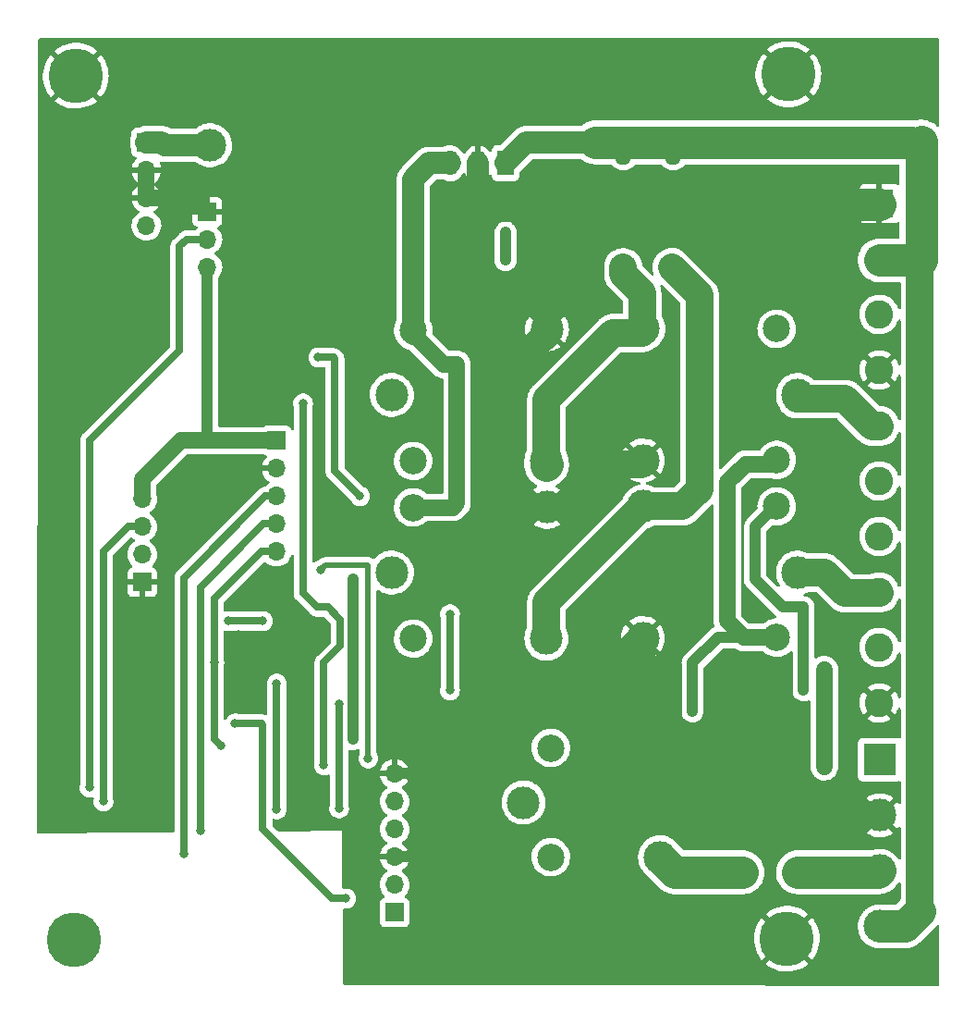
<source format=gbr>
%TF.GenerationSoftware,KiCad,Pcbnew,6.0.4-6f826c9f35~116~ubuntu22.04.1*%
%TF.CreationDate,2022-04-22T21:12:32+02:00*%
%TF.ProjectId,BRAMA,4252414d-412e-46b6-9963-61645f706362,rev?*%
%TF.SameCoordinates,Original*%
%TF.FileFunction,Copper,L2,Bot*%
%TF.FilePolarity,Positive*%
%FSLAX46Y46*%
G04 Gerber Fmt 4.6, Leading zero omitted, Abs format (unit mm)*
G04 Created by KiCad (PCBNEW 6.0.4-6f826c9f35~116~ubuntu22.04.1) date 2022-04-22 21:12:32*
%MOMM*%
%LPD*%
G01*
G04 APERTURE LIST*
%TA.AperFunction,ComponentPad*%
%ADD10C,5.000000*%
%TD*%
%TA.AperFunction,ComponentPad*%
%ADD11R,2.600000X2.600000*%
%TD*%
%TA.AperFunction,ComponentPad*%
%ADD12C,2.600000*%
%TD*%
%TA.AperFunction,ComponentPad*%
%ADD13R,1.700000X1.700000*%
%TD*%
%TA.AperFunction,ComponentPad*%
%ADD14O,1.700000X1.700000*%
%TD*%
%TA.AperFunction,ComponentPad*%
%ADD15C,3.000000*%
%TD*%
%TA.AperFunction,ComponentPad*%
%ADD16C,2.500000*%
%TD*%
%TA.AperFunction,ComponentPad*%
%ADD17C,1.600000*%
%TD*%
%TA.AperFunction,ComponentPad*%
%ADD18O,1.600000X1.600000*%
%TD*%
%TA.AperFunction,ComponentPad*%
%ADD19R,3.000000X3.000000*%
%TD*%
%TA.AperFunction,ComponentPad*%
%ADD20C,1.400000*%
%TD*%
%TA.AperFunction,ComponentPad*%
%ADD21O,1.400000X1.400000*%
%TD*%
%TA.AperFunction,ComponentPad*%
%ADD22R,1.500000X2.300000*%
%TD*%
%TA.AperFunction,ComponentPad*%
%ADD23O,1.500000X2.300000*%
%TD*%
%TA.AperFunction,ViaPad*%
%ADD24C,0.800000*%
%TD*%
%TA.AperFunction,Conductor*%
%ADD25C,2.000000*%
%TD*%
%TA.AperFunction,Conductor*%
%ADD26C,1.500000*%
%TD*%
%TA.AperFunction,Conductor*%
%ADD27C,1.000000*%
%TD*%
%TA.AperFunction,Conductor*%
%ADD28C,2.500000*%
%TD*%
%TA.AperFunction,Conductor*%
%ADD29C,3.000000*%
%TD*%
%TA.AperFunction,Conductor*%
%ADD30C,0.700000*%
%TD*%
%TA.AperFunction,Conductor*%
%ADD31C,0.500000*%
%TD*%
G04 APERTURE END LIST*
D10*
%TO.P,pad_3mm,1*%
%TO.N,GND*%
X214503000Y-50292000D03*
%TD*%
%TO.P,pad_3mm,1*%
%TO.N,GND*%
X214376000Y-129413000D03*
%TD*%
%TO.P,pad_3mm,1*%
%TO.N,GND*%
X149098000Y-129540000D03*
%TD*%
%TO.P,pad_3mm,1*%
%TO.N,GND*%
X149225000Y-50419000D03*
%TD*%
D11*
%TO.P,J1,1,Pin_1*%
%TO.N,GND*%
X222834000Y-62103000D03*
D12*
%TO.P,J1,2,Pin_2*%
%TO.N,VCC*%
X222834000Y-67183000D03*
%TO.P,J1,3,Pin_3*%
%TO.N,LED*%
X222834000Y-72263000D03*
%TO.P,J1,4,Pin_4*%
%TO.N,GND*%
X222834000Y-77343000D03*
%TO.P,J1,5*%
%TO.N,GATE1A*%
X222834000Y-82423000D03*
%TO.P,J1,6*%
%TO.N,GATE1B*%
X222834000Y-87503000D03*
%TO.P,J1,7*%
%TO.N,GATE2A*%
X222834000Y-92583000D03*
%TO.P,J1,8*%
%TO.N,GATE2B*%
X222834000Y-97663000D03*
%TO.P,J1,9*%
%TO.N,Dzwonek*%
X222834000Y-102743000D03*
%TO.P,J1,10*%
%TO.N,GND*%
X222834000Y-107823000D03*
%TD*%
D13*
%TO.P,J3,1,Pin_1*%
%TO.N,Net-(AE1-Pad1)*%
X155702000Y-56515000D03*
D14*
%TO.P,J3,2,Pin_2*%
%TO.N,GND*%
X155702000Y-59055000D03*
%TO.P,J3,3,Pin_3*%
X155702000Y-61595000D03*
%TO.P,J3,4,Pin_4*%
%TO.N,+3V3*%
X155702000Y-64135000D03*
%TD*%
D15*
%TO.P,K5,1*%
%TO.N,GATE2B*%
X215383000Y-95885000D03*
D16*
%TO.P,K5,2*%
%TO.N,Net-(D2-Pad1)*%
X213433000Y-89835000D03*
D15*
%TO.P,K5,3*%
%TO.N,Net-(F4-Pad1)*%
X201233000Y-89835000D03*
%TO.P,K5,4*%
%TO.N,GND*%
X201183000Y-101885000D03*
D16*
%TO.P,K5,5*%
%TO.N,+5V*%
X213433000Y-101835000D03*
%TD*%
D17*
%TO.P,F4,1*%
%TO.N,Net-(F4-Pad1)*%
X203962000Y-67945000D03*
D18*
%TO.P,F4,2*%
%TO.N,VCC*%
X203962000Y-57785000D03*
%TD*%
D17*
%TO.P,F3,1*%
%TO.N,Net-(F3-Pad1)*%
X199390000Y-67945000D03*
D18*
%TO.P,F3,2*%
%TO.N,VCC*%
X199390000Y-57785000D03*
%TD*%
D15*
%TO.P,K4,1*%
%TO.N,GATE2A*%
X178190000Y-95885000D03*
D16*
%TO.P,K4,2*%
%TO.N,Net-(D3-Pad1)*%
X180140000Y-101935000D03*
D15*
%TO.P,K4,3*%
%TO.N,Net-(F4-Pad1)*%
X192340000Y-101935000D03*
%TO.P,K4,4*%
%TO.N,GND*%
X192390000Y-89885000D03*
D16*
%TO.P,K4,5*%
%TO.N,+5V*%
X180140000Y-89935000D03*
%TD*%
D19*
%TO.P,J4,1,Pin_1*%
%TO.N,Net-(J4-Pad1)*%
X222885000Y-113030000D03*
D15*
%TO.P,J4,2,Pin_2*%
%TO.N,GND*%
X222885000Y-118110000D03*
%TO.P,J4,3,Pin_3*%
%TO.N,Net-(F1-Pad1)*%
X222885000Y-123190000D03*
%TO.P,J4,4,Pin_4*%
%TO.N,VCC*%
X222885000Y-128270000D03*
%TD*%
D20*
%TO.P,F1,1*%
%TO.N,Net-(F1-Pad1)*%
X215392000Y-123317000D03*
D21*
%TO.P,F1,2*%
%TO.N,Net-(F1-Pad2)*%
X210312000Y-123317000D03*
%TD*%
D13*
%TO.P,J2,1,Pin_1*%
%TO.N,GND*%
X155321000Y-96774000D03*
D14*
%TO.P,J2,2,Pin_2*%
%TO.N,unconnected-(J2-Pad2)*%
X155321000Y-94234000D03*
%TO.P,J2,3,Pin_3*%
%TO.N,RF-Rx*%
X155321000Y-91694000D03*
%TO.P,J2,4,Pin_4*%
%TO.N,+3V3*%
X155321000Y-89154000D03*
%TD*%
D13*
%TO.P,J7,1,Pin_1*%
%TO.N,+3V3*%
X167640000Y-83820000D03*
D14*
%TO.P,J7,2,Pin_2*%
%TO.N,GND*%
X167640000Y-86360000D03*
%TO.P,J7,3,Pin_3*%
%TO.N,TxD*%
X167640000Y-88900000D03*
%TO.P,J7,4,Pin_4*%
%TO.N,RxD*%
X167640000Y-91440000D03*
%TO.P,J7,5,Pin_5*%
%TO.N,CON*%
X167640000Y-93980000D03*
%TD*%
D15*
%TO.P,K1,1*%
%TO.N,Net-(J4-Pad1)*%
X190250000Y-116940000D03*
D16*
%TO.P,K1,2*%
%TO.N,Net-(D1-Pad1)*%
X192750000Y-121940000D03*
D15*
%TO.P,K1,3*%
%TO.N,Net-(F1-Pad2)*%
X202750000Y-121940000D03*
D16*
%TO.P,K1,5*%
%TO.N,+5V*%
X192750000Y-111940000D03*
%TD*%
D15*
%TO.P,J11,1,Pin_1*%
%TO.N,Net-(AE1-Pad1)*%
X161544000Y-56769000D03*
%TD*%
%TO.P,K2,1*%
%TO.N,GATE1A*%
X215383000Y-79629000D03*
D16*
%TO.P,K2,2*%
%TO.N,Net-(D5-Pad1)*%
X213433000Y-73579000D03*
D15*
%TO.P,K2,3*%
%TO.N,Net-(F3-Pad1)*%
X201233000Y-73579000D03*
%TO.P,K2,4*%
%TO.N,GND*%
X201183000Y-85629000D03*
D16*
%TO.P,K2,5*%
%TO.N,+5V*%
X213433000Y-85579000D03*
%TD*%
D13*
%TO.P,J6,1,Pin_1*%
%TO.N,TxD*%
X178435000Y-127000000D03*
D14*
%TO.P,J6,2,Pin_2*%
%TO.N,RxD*%
X178435000Y-124460000D03*
%TO.P,J6,3,Pin_3*%
%TO.N,GND*%
X178435000Y-121920000D03*
%TO.P,J6,4,Pin_4*%
%TO.N,+3V3*%
X178435000Y-119380000D03*
%TO.P,J6,5,Pin_5*%
%TO.N,Dzwonek*%
X178435000Y-116840000D03*
%TO.P,J6,6,Pin_6*%
%TO.N,GND*%
X178435000Y-114300000D03*
%TD*%
D22*
%TO.P,U3,1,IN*%
%TO.N,VCC*%
X188595000Y-58420000D03*
D23*
%TO.P,U3,2,GND*%
%TO.N,GND*%
X186055000Y-58420000D03*
%TO.P,U3,3,OUT*%
%TO.N,+5V*%
X183515000Y-58420000D03*
%TD*%
D15*
%TO.P,K3,1*%
%TO.N,GATE1B*%
X178190000Y-79629000D03*
D16*
%TO.P,K3,2*%
%TO.N,Net-(D4-Pad1)*%
X180140000Y-85679000D03*
D15*
%TO.P,K3,3*%
%TO.N,Net-(F3-Pad1)*%
X192340000Y-85679000D03*
%TO.P,K3,4*%
%TO.N,GND*%
X192390000Y-73629000D03*
D16*
%TO.P,K3,5*%
%TO.N,+5V*%
X180140000Y-73679000D03*
%TD*%
D13*
%TO.P,J5,1,Pin_1*%
%TO.N,GND*%
X161290000Y-62865000D03*
D14*
%TO.P,J5,2,Pin_2*%
%TO.N,RF-Tx*%
X161290000Y-65405000D03*
%TO.P,J5,3,Pin_3*%
%TO.N,+3V3*%
X161290000Y-67945000D03*
%TD*%
D24*
%TO.N,+5V*%
X205740000Y-108585000D03*
%TO.N,GND*%
X208280000Y-69215000D03*
X171577000Y-101595000D03*
X172849447Y-89024553D03*
X164150500Y-101600000D03*
X172085000Y-69850000D03*
X172085000Y-63627000D03*
%TO.N,+3V3*%
X166370000Y-100330000D03*
X173355000Y-107950000D03*
X173355000Y-117475000D03*
X163195000Y-100330000D03*
%TO.N,Net-(D2-Pad1)*%
X212725000Y-97790000D03*
X183515000Y-99695000D03*
X215900000Y-106680000D03*
X183515000Y-106680000D03*
%TO.N,RF-Rx*%
X151765000Y-116840000D03*
%TO.N,RF-Tx*%
X150495000Y-115570000D03*
%TO.N,TxD*%
X159131000Y-121666000D03*
%TO.N,RxD*%
X160655000Y-119507000D03*
%TO.N,Dzwonek*%
X217805000Y-104775000D03*
X217805000Y-113665000D03*
%TO.N,CON*%
X161925000Y-104140000D03*
X162560000Y-111760000D03*
%TO.N,Furtka*%
X173990000Y-125730000D03*
X163830000Y-109710000D03*
%TO.N,Brama1B*%
X170053000Y-80391000D03*
X171958000Y-113538000D03*
%TO.N,Brama2A*%
X171704000Y-95631000D03*
X176022000Y-112903000D03*
%TO.N,Net-(R1-Pad2)*%
X167640000Y-106045000D03*
X167640000Y-117559980D03*
%TO.N,Net-(D1-Pad2)*%
X188595000Y-64770000D03*
X171450000Y-76200000D03*
X175260000Y-88900000D03*
X174625000Y-111125000D03*
X174625000Y-96520000D03*
X188595000Y-67310000D03*
%TD*%
D25*
%TO.N,+5V*%
X181610000Y-58420000D02*
X180140000Y-59890000D01*
D26*
X184150000Y-76835000D02*
X184150000Y-89535000D01*
X210420000Y-101835000D02*
X208915000Y-100330000D01*
D25*
X180140000Y-59890000D02*
X180140000Y-74060000D01*
D26*
X183750000Y-89935000D02*
X180140000Y-89935000D01*
X182915000Y-76835000D02*
X184150000Y-76835000D01*
X208915000Y-100330000D02*
X208915000Y-87630000D01*
X180140000Y-74060000D02*
X182915000Y-76835000D01*
X208915000Y-87630000D02*
X210585000Y-85960000D01*
D27*
X208045000Y-101835000D02*
X211855000Y-101835000D01*
D26*
X213315000Y-101835000D02*
X211855000Y-101835000D01*
X210585000Y-85960000D02*
X213315000Y-85960000D01*
X211855000Y-101835000D02*
X210420000Y-101835000D01*
D27*
X205740000Y-108585000D02*
X205740000Y-104140000D01*
D25*
X183515000Y-58420000D02*
X181610000Y-58420000D01*
D26*
X184150000Y-89535000D02*
X183750000Y-89935000D01*
D27*
X205740000Y-104140000D02*
X208045000Y-101835000D01*
D28*
%TO.N,GND*%
X192390000Y-89885000D02*
X188945000Y-89885000D01*
D29*
X191770000Y-62230000D02*
X208280000Y-62230000D01*
D27*
X180340000Y-121285000D02*
X180340000Y-114935000D01*
X180340000Y-114935000D02*
X179705000Y-114300000D01*
D26*
X172849447Y-89024553D02*
X176534894Y-92710000D01*
X160020000Y-61595000D02*
X161290000Y-62865000D01*
D27*
X178435000Y-114300000D02*
X186690000Y-114300000D01*
D30*
X164150500Y-101600000D02*
X171572000Y-101600000D01*
D26*
X156845000Y-61595000D02*
X155702000Y-61595000D01*
D27*
X189230000Y-111760000D02*
X189230000Y-106045000D01*
D28*
X201065000Y-101885000D02*
X201065000Y-113435000D01*
D27*
X178435000Y-121920000D02*
X179705000Y-121920000D01*
X186690000Y-114300000D02*
X189230000Y-111760000D01*
X208280000Y-69215000D02*
X208280000Y-62230000D01*
D28*
X196905000Y-106045000D02*
X189230000Y-106045000D01*
D27*
X179705000Y-114300000D02*
X178435000Y-114300000D01*
D28*
X201065000Y-101885000D02*
X196905000Y-106045000D01*
D29*
X208280000Y-62230000D02*
X222885000Y-62230000D01*
D28*
X192390000Y-62850000D02*
X191770000Y-62230000D01*
X194595000Y-89885000D02*
X198470000Y-86010000D01*
D26*
X156845000Y-61595000D02*
X160020000Y-61595000D01*
D28*
X192390000Y-89885000D02*
X194595000Y-89885000D01*
X189230000Y-106045000D02*
X188595000Y-105410000D01*
D29*
X186690000Y-62230000D02*
X191770000Y-62230000D01*
D27*
X179705000Y-121920000D02*
X180340000Y-121285000D01*
D25*
X186055000Y-61595000D02*
X186690000Y-62230000D01*
D28*
X192390000Y-74010000D02*
X192390000Y-62850000D01*
D25*
X186055000Y-58420000D02*
X186055000Y-61595000D01*
D28*
X190200000Y-76200000D02*
X192390000Y-74010000D01*
X188595000Y-105410000D02*
X188595000Y-89535000D01*
X201065000Y-113435000D02*
X205740000Y-118110000D01*
D26*
X155575000Y-61595000D02*
X156845000Y-61595000D01*
D28*
X188595000Y-76200000D02*
X190200000Y-76200000D01*
X188945000Y-89885000D02*
X188595000Y-89535000D01*
X205740000Y-118110000D02*
X222885000Y-118110000D01*
D27*
X172085000Y-69850000D02*
X172085000Y-63627000D01*
D30*
X171572000Y-101600000D02*
X171577000Y-101595000D01*
D26*
X187960000Y-92710000D02*
X188595000Y-92075000D01*
D28*
X198470000Y-86010000D02*
X201065000Y-86010000D01*
D26*
X155702000Y-61595000D02*
X155702000Y-59055000D01*
X176534894Y-92710000D02*
X187960000Y-92710000D01*
D28*
X188595000Y-89535000D02*
X188595000Y-76200000D01*
D26*
%TO.N,+3V3*%
X167640000Y-83820000D02*
X161290000Y-83820000D01*
X158877000Y-83820000D02*
X155321000Y-87376000D01*
D30*
X173355000Y-107950000D02*
X173355000Y-117475000D01*
D26*
X161290000Y-83820000D02*
X158877000Y-83820000D01*
D30*
X166370000Y-100330000D02*
X163195000Y-100330000D01*
D27*
X161290000Y-67945000D02*
X161290000Y-83820000D01*
D26*
X155321000Y-87376000D02*
X155321000Y-89154000D01*
D28*
%TO.N,Net-(F3-Pad1)*%
X199390000Y-68580000D02*
X199390000Y-67945000D01*
D29*
X192405000Y-85995000D02*
X192340000Y-86060000D01*
D28*
X192340000Y-80075000D02*
X198455000Y-73960000D01*
X198455000Y-73960000D02*
X201115000Y-73960000D01*
X192340000Y-86060000D02*
X192340000Y-80075000D01*
X201115000Y-70305000D02*
X199390000Y-68580000D01*
X201115000Y-73960000D02*
X201115000Y-70305000D01*
%TO.N,Net-(F4-Pad1)*%
X203835000Y-67945000D02*
X206375000Y-70485000D01*
X204805000Y-89835000D02*
X201115000Y-89835000D01*
X192340000Y-98610000D02*
X201115000Y-89835000D01*
X192340000Y-101935000D02*
X192340000Y-98610000D01*
X206375000Y-70485000D02*
X206375000Y-88265000D01*
X206375000Y-88265000D02*
X204805000Y-89835000D01*
D30*
%TO.N,Net-(D2-Pad1)*%
X183515000Y-106680000D02*
X183515000Y-99695000D01*
D27*
X215900000Y-99060000D02*
X215900000Y-106680000D01*
X211455000Y-91695000D02*
X211455000Y-93345000D01*
X211455000Y-93345000D02*
X211455000Y-96520000D01*
X213995000Y-99060000D02*
X215900000Y-99060000D01*
X211455000Y-96520000D02*
X213995000Y-99060000D01*
X213315000Y-89835000D02*
X211455000Y-91695000D01*
D29*
%TO.N,VCC*%
X226695000Y-67246500D02*
X226695000Y-56451500D01*
D25*
X188595000Y-58420000D02*
X190500000Y-56515000D01*
D29*
X225806000Y-56515000D02*
X200406000Y-56515000D01*
X225171000Y-128270000D02*
X222885000Y-128270000D01*
X226568000Y-126873000D02*
X225171000Y-128270000D01*
D28*
X226568000Y-126873000D02*
X226568000Y-67183000D01*
D29*
X222885000Y-67310000D02*
X226631500Y-67310000D01*
X226631500Y-67310000D02*
X226695000Y-67246500D01*
D25*
X196850000Y-56515000D02*
X190500000Y-56515000D01*
D29*
X201930000Y-56515000D02*
X196850000Y-56515000D01*
D30*
%TO.N,RF-Rx*%
X151765000Y-93980000D02*
X154051000Y-91694000D01*
X151765000Y-116840000D02*
X151765000Y-93980000D01*
X154051000Y-91694000D02*
X155321000Y-91694000D01*
%TO.N,RF-Tx*%
X158750000Y-75565000D02*
X150495000Y-83820000D01*
X150495000Y-83820000D02*
X150495000Y-115570000D01*
X158750000Y-66040000D02*
X158750000Y-75565000D01*
X159385000Y-65405000D02*
X158750000Y-66040000D01*
X161290000Y-65405000D02*
X159385000Y-65405000D01*
%TO.N,TxD*%
X166624000Y-88900000D02*
X167640000Y-88900000D01*
X159131000Y-96393000D02*
X166624000Y-88900000D01*
X159131000Y-121666000D02*
X159131000Y-96393000D01*
%TO.N,RxD*%
X166437919Y-91440000D02*
X167640000Y-91440000D01*
X160655000Y-97222919D02*
X166437919Y-91440000D01*
X160655000Y-119507000D02*
X160655000Y-97222919D01*
D26*
%TO.N,Dzwonek*%
X217805000Y-113665000D02*
X217805000Y-104775000D01*
D30*
%TO.N,CON*%
X167640000Y-93980000D02*
X166242999Y-93980000D01*
X161925000Y-111125000D02*
X162560000Y-111760000D01*
X166242999Y-93980000D02*
X161925000Y-98298000D01*
X161925000Y-104140000D02*
X161925000Y-111125000D01*
X161925000Y-98298000D02*
X161925000Y-103378000D01*
X161925000Y-104140000D02*
X161925000Y-103505000D01*
%TO.N,Furtka*%
X172720000Y-125730000D02*
X173990000Y-125730000D01*
X163830000Y-109710000D02*
X166225000Y-109710000D01*
X166370000Y-119380000D02*
X172720000Y-125730000D01*
X166225000Y-109710000D02*
X166370000Y-109855000D01*
X166370000Y-109855000D02*
X166370000Y-119380000D01*
%TO.N,Brama1B*%
X173482000Y-100203000D02*
X172339000Y-99060000D01*
X173482000Y-102616000D02*
X173482000Y-100203000D01*
X171958000Y-104140000D02*
X173482000Y-102616000D01*
X172339000Y-99060000D02*
X171323000Y-99060000D01*
X170053000Y-97790000D02*
X170053000Y-80391000D01*
X171958000Y-113538000D02*
X171958000Y-104140000D01*
X171323000Y-99060000D02*
X170053000Y-97790000D01*
D31*
%TO.N,Brama2A*%
X176022000Y-112903000D02*
X176022000Y-95250000D01*
X176022000Y-95250000D02*
X172085000Y-95250000D01*
X172085000Y-95250000D02*
X171704000Y-95631000D01*
D25*
%TO.N,Net-(AE1-Pad1)*%
X157353000Y-56769000D02*
X161544000Y-56769000D01*
X157099000Y-56515000D02*
X155702000Y-56515000D01*
X157353000Y-56769000D02*
X157099000Y-56515000D01*
D28*
%TO.N,GATE1A*%
X222885000Y-82550000D02*
X222250000Y-82550000D01*
X219710000Y-80010000D02*
X215265000Y-80010000D01*
X222250000Y-82550000D02*
X219710000Y-80010000D01*
D30*
%TO.N,Net-(R1-Pad2)*%
X167640000Y-117559980D02*
X167640000Y-106045000D01*
%TO.N,Net-(D1-Pad2)*%
X175260000Y-88900000D02*
X172974000Y-86614000D01*
X172847000Y-76200000D02*
X171450000Y-76200000D01*
D27*
X174625000Y-96520000D02*
X174625000Y-111125000D01*
D30*
X172974000Y-86614000D02*
X172974000Y-76327000D01*
X172974000Y-76327000D02*
X172847000Y-76200000D01*
D27*
X188595000Y-67310000D02*
X188595000Y-64770000D01*
D29*
%TO.N,Net-(F1-Pad1)*%
X215392000Y-123317000D02*
X222758000Y-123317000D01*
X222758000Y-123317000D02*
X222885000Y-123190000D01*
%TO.N,Net-(F1-Pad2)*%
X204127000Y-123317000D02*
X202750000Y-121940000D01*
X210312000Y-123317000D02*
X204127000Y-123317000D01*
D28*
%TO.N,GATE2B*%
X215265000Y-95885000D02*
X217805000Y-95885000D01*
X219710000Y-97790000D02*
X222885000Y-97790000D01*
X217805000Y-95885000D02*
X219710000Y-97790000D01*
%TD*%
%TA.AperFunction,Conductor*%
%TO.N,GND*%
G36*
X228287621Y-47010502D02*
G01*
X228334114Y-47064158D01*
X228345500Y-47116500D01*
X228345500Y-54957431D01*
X228325498Y-55025552D01*
X228271842Y-55072045D01*
X228201568Y-55082149D01*
X228136988Y-55052655D01*
X228128863Y-55044958D01*
X228045288Y-54958413D01*
X228045283Y-54958409D01*
X228042231Y-54955248D01*
X227820882Y-54782312D01*
X227817078Y-54780116D01*
X227817071Y-54780111D01*
X227581431Y-54644065D01*
X227577619Y-54641864D01*
X227317176Y-54536638D01*
X227288768Y-54529555D01*
X227048893Y-54469747D01*
X227048888Y-54469746D01*
X227044624Y-54468683D01*
X227040256Y-54468224D01*
X227040251Y-54468223D01*
X226769636Y-54439781D01*
X226769633Y-54439781D01*
X226765267Y-54439322D01*
X226760879Y-54439475D01*
X226760873Y-54439475D01*
X226488939Y-54448971D01*
X226488933Y-54448972D01*
X226484542Y-54449125D01*
X226480219Y-54449887D01*
X226480212Y-54449888D01*
X226304506Y-54480870D01*
X226207913Y-54497902D01*
X226203742Y-54499257D01*
X226203735Y-54499259D01*
X226179567Y-54507112D01*
X226138159Y-54520566D01*
X226081690Y-54525507D01*
X225946448Y-54506500D01*
X196779854Y-54506500D01*
X196777668Y-54506653D01*
X196777664Y-54506653D01*
X196574173Y-54520882D01*
X196574168Y-54520883D01*
X196569788Y-54521189D01*
X196295030Y-54579591D01*
X196290901Y-54581094D01*
X196290897Y-54581095D01*
X196035219Y-54674154D01*
X196035215Y-54674156D01*
X196031074Y-54675663D01*
X195783058Y-54807536D01*
X195779499Y-54810122D01*
X195779497Y-54810123D01*
X195559361Y-54970060D01*
X195559356Y-54970065D01*
X195555808Y-54972642D01*
X195552649Y-54975692D01*
X195551066Y-54977021D01*
X195486026Y-55005486D01*
X195470075Y-55006500D01*
X190524016Y-55006500D01*
X190520498Y-55006451D01*
X190425850Y-55003807D01*
X190425847Y-55003807D01*
X190420795Y-55003666D01*
X190342902Y-55014059D01*
X190336361Y-55014758D01*
X190311617Y-55016749D01*
X190263077Y-55020654D01*
X190263073Y-55020655D01*
X190258035Y-55021060D01*
X190226122Y-55028899D01*
X190212742Y-55031426D01*
X190180180Y-55035771D01*
X190175339Y-55037232D01*
X190175337Y-55037233D01*
X190104971Y-55058478D01*
X190098610Y-55060219D01*
X190022294Y-55078963D01*
X190017634Y-55080941D01*
X189992049Y-55091801D01*
X189979239Y-55096438D01*
X189947792Y-55105933D01*
X189943244Y-55108151D01*
X189943237Y-55108154D01*
X189877182Y-55140371D01*
X189871180Y-55143107D01*
X189827192Y-55161779D01*
X189798844Y-55173812D01*
X189774532Y-55189123D01*
X189771044Y-55191319D01*
X189759140Y-55197945D01*
X189729612Y-55212346D01*
X189687699Y-55241913D01*
X189665403Y-55257641D01*
X189659914Y-55261301D01*
X189604245Y-55296358D01*
X189593433Y-55303167D01*
X189589644Y-55306508D01*
X189589638Y-55306512D01*
X189568783Y-55324898D01*
X189558088Y-55333344D01*
X189531253Y-55352274D01*
X189509750Y-55371909D01*
X189470034Y-55411625D01*
X189464264Y-55417044D01*
X189415142Y-55460350D01*
X189415139Y-55460353D01*
X189411345Y-55463698D01*
X189408135Y-55467606D01*
X189408134Y-55467607D01*
X189384821Y-55495989D01*
X189376551Y-55505108D01*
X188157064Y-56724595D01*
X188094752Y-56758621D01*
X188067969Y-56761500D01*
X187796866Y-56761500D01*
X187734684Y-56768255D01*
X187598295Y-56819385D01*
X187481739Y-56906739D01*
X187394385Y-57023295D01*
X187343255Y-57159684D01*
X187336500Y-57221866D01*
X187336500Y-57256177D01*
X187316498Y-57324298D01*
X187262842Y-57370791D01*
X187192568Y-57380895D01*
X187127988Y-57351401D01*
X187108177Y-57329703D01*
X187014425Y-57199233D01*
X187007117Y-57190767D01*
X186853918Y-57042308D01*
X186845221Y-57035265D01*
X186668156Y-56916281D01*
X186658358Y-56910895D01*
X186463010Y-56825143D01*
X186452418Y-56821578D01*
X186326616Y-56791376D01*
X186312530Y-56792081D01*
X186309000Y-56800960D01*
X186309000Y-60038411D01*
X186313105Y-60052393D01*
X186322728Y-60053886D01*
X186322973Y-60053834D01*
X186526883Y-59991102D01*
X186537229Y-59986881D01*
X186726814Y-59889029D01*
X186736245Y-59883043D01*
X186905501Y-59753168D01*
X186913724Y-59745607D01*
X187057312Y-59587806D01*
X187064064Y-59578911D01*
X187103763Y-59515625D01*
X187156907Y-59468548D01*
X187227066Y-59457676D01*
X187291965Y-59486460D01*
X187331000Y-59545763D01*
X187336500Y-59582582D01*
X187336500Y-59618134D01*
X187343255Y-59680316D01*
X187394385Y-59816705D01*
X187481739Y-59933261D01*
X187598295Y-60020615D01*
X187734684Y-60071745D01*
X187796866Y-60078500D01*
X189393134Y-60078500D01*
X189455316Y-60071745D01*
X189591705Y-60020615D01*
X189708261Y-59933261D01*
X189795615Y-59816705D01*
X189846745Y-59680316D01*
X189853500Y-59618134D01*
X189853500Y-59347031D01*
X189873502Y-59278910D01*
X189890405Y-59257936D01*
X191087936Y-58060405D01*
X191150248Y-58026379D01*
X191177031Y-58023500D01*
X195477227Y-58023500D01*
X195545348Y-58043502D01*
X195558218Y-58052978D01*
X195663179Y-58141051D01*
X195663184Y-58141055D01*
X195666550Y-58143879D01*
X195904764Y-58292731D01*
X196161375Y-58406982D01*
X196431390Y-58484407D01*
X196435740Y-58485018D01*
X196435743Y-58485019D01*
X196538690Y-58499487D01*
X196709552Y-58523500D01*
X198244128Y-58523500D01*
X198312249Y-58543502D01*
X198347341Y-58577229D01*
X198380643Y-58624789D01*
X198383802Y-58629300D01*
X198545700Y-58791198D01*
X198550208Y-58794355D01*
X198550211Y-58794357D01*
X198570808Y-58808779D01*
X198733251Y-58922523D01*
X198738233Y-58924846D01*
X198738238Y-58924849D01*
X198901261Y-59000867D01*
X198940757Y-59019284D01*
X198946065Y-59020706D01*
X198946067Y-59020707D01*
X199156598Y-59077119D01*
X199156600Y-59077119D01*
X199161913Y-59078543D01*
X199390000Y-59098498D01*
X199618087Y-59078543D01*
X199623400Y-59077119D01*
X199623402Y-59077119D01*
X199833933Y-59020707D01*
X199833935Y-59020706D01*
X199839243Y-59019284D01*
X199878739Y-59000867D01*
X200041762Y-58924849D01*
X200041767Y-58924846D01*
X200046749Y-58922523D01*
X200209192Y-58808779D01*
X200229789Y-58794357D01*
X200229792Y-58794355D01*
X200234300Y-58791198D01*
X200396198Y-58629300D01*
X200399357Y-58624789D01*
X200432659Y-58577229D01*
X200488117Y-58532901D01*
X200535872Y-58523500D01*
X202816128Y-58523500D01*
X202884249Y-58543502D01*
X202919341Y-58577229D01*
X202952643Y-58624789D01*
X202955802Y-58629300D01*
X203117700Y-58791198D01*
X203122208Y-58794355D01*
X203122211Y-58794357D01*
X203142808Y-58808779D01*
X203305251Y-58922523D01*
X203310233Y-58924846D01*
X203310238Y-58924849D01*
X203473261Y-59000867D01*
X203512757Y-59019284D01*
X203518065Y-59020706D01*
X203518067Y-59020707D01*
X203728598Y-59077119D01*
X203728600Y-59077119D01*
X203733913Y-59078543D01*
X203962000Y-59098498D01*
X204190087Y-59078543D01*
X204195400Y-59077119D01*
X204195402Y-59077119D01*
X204405933Y-59020707D01*
X204405935Y-59020706D01*
X204411243Y-59019284D01*
X204450739Y-59000867D01*
X204613762Y-58924849D01*
X204613767Y-58924846D01*
X204618749Y-58922523D01*
X204781192Y-58808779D01*
X204801789Y-58794357D01*
X204801792Y-58794355D01*
X204806300Y-58791198D01*
X204968198Y-58629300D01*
X204971357Y-58624789D01*
X205004659Y-58577229D01*
X205060117Y-58532901D01*
X205107872Y-58523500D01*
X224560500Y-58523500D01*
X224628621Y-58543502D01*
X224675114Y-58597158D01*
X224686500Y-58649500D01*
X224686500Y-60330300D01*
X224666498Y-60398421D01*
X224612842Y-60444914D01*
X224542568Y-60455018D01*
X224484935Y-60431126D01*
X224387649Y-60358214D01*
X224372054Y-60349676D01*
X224251606Y-60304522D01*
X224236351Y-60300895D01*
X224185486Y-60295369D01*
X224178672Y-60295000D01*
X223106115Y-60295000D01*
X223090876Y-60299475D01*
X223089671Y-60300865D01*
X223088000Y-60308548D01*
X223088000Y-63892884D01*
X223092475Y-63908123D01*
X223093865Y-63909328D01*
X223101548Y-63910999D01*
X224178669Y-63910999D01*
X224185490Y-63910629D01*
X224236352Y-63905105D01*
X224251604Y-63901479D01*
X224372054Y-63856324D01*
X224387649Y-63847786D01*
X224484935Y-63774874D01*
X224551442Y-63750026D01*
X224620824Y-63765079D01*
X224671054Y-63815253D01*
X224686500Y-63875700D01*
X224686500Y-65175500D01*
X224666498Y-65243621D01*
X224612842Y-65290114D01*
X224560500Y-65301500D01*
X222814854Y-65301500D01*
X222812668Y-65301653D01*
X222812664Y-65301653D01*
X222609173Y-65315882D01*
X222609168Y-65315883D01*
X222604788Y-65316189D01*
X222330030Y-65374591D01*
X222325901Y-65376094D01*
X222325897Y-65376095D01*
X222070219Y-65469154D01*
X222070215Y-65469156D01*
X222066074Y-65470663D01*
X221818058Y-65602536D01*
X221814499Y-65605122D01*
X221814497Y-65605123D01*
X221611841Y-65752361D01*
X221590808Y-65767642D01*
X221388748Y-65962769D01*
X221215812Y-66184118D01*
X221213616Y-66187922D01*
X221213611Y-66187929D01*
X221136348Y-66321753D01*
X221075364Y-66427381D01*
X220970138Y-66687824D01*
X220969073Y-66692097D01*
X220969072Y-66692099D01*
X220904304Y-66951870D01*
X220902183Y-66960376D01*
X220901724Y-66964744D01*
X220901723Y-66964749D01*
X220875987Y-67209619D01*
X220872822Y-67239733D01*
X220872975Y-67244121D01*
X220872975Y-67244127D01*
X220882420Y-67514575D01*
X220882625Y-67520458D01*
X220883387Y-67524781D01*
X220883388Y-67524788D01*
X220910720Y-67679794D01*
X220931402Y-67797087D01*
X221018203Y-68064235D01*
X221020131Y-68068188D01*
X221020133Y-68068193D01*
X221062032Y-68154097D01*
X221141340Y-68316702D01*
X221143795Y-68320341D01*
X221143798Y-68320347D01*
X221168808Y-68357425D01*
X221298415Y-68549576D01*
X221301360Y-68552847D01*
X221301361Y-68552848D01*
X221351778Y-68608842D01*
X221486371Y-68758322D01*
X221701550Y-68938879D01*
X221939764Y-69087731D01*
X222196375Y-69201982D01*
X222466390Y-69279407D01*
X222470740Y-69280018D01*
X222470743Y-69280019D01*
X222544915Y-69290443D01*
X222744552Y-69318500D01*
X224683500Y-69318500D01*
X224751621Y-69338502D01*
X224798114Y-69392158D01*
X224809500Y-69444500D01*
X224809500Y-71681283D01*
X224789498Y-71749404D01*
X224735842Y-71795897D01*
X224665568Y-71806001D01*
X224600988Y-71776507D01*
X224566067Y-71726951D01*
X224525133Y-71621691D01*
X224470902Y-71482238D01*
X224337518Y-71248864D01*
X224280463Y-71176489D01*
X224187685Y-71058801D01*
X224171105Y-71037769D01*
X223975317Y-70853591D01*
X223754457Y-70700374D01*
X223750264Y-70698306D01*
X223517564Y-70583551D01*
X223517561Y-70583550D01*
X223513376Y-70581486D01*
X223465745Y-70566239D01*
X223361137Y-70532754D01*
X223257370Y-70499538D01*
X223252763Y-70498788D01*
X223252760Y-70498787D01*
X222996674Y-70457081D01*
X222996675Y-70457081D01*
X222992063Y-70456330D01*
X222861719Y-70454624D01*
X222727961Y-70452873D01*
X222727958Y-70452873D01*
X222723284Y-70452812D01*
X222456937Y-70489060D01*
X222198874Y-70564278D01*
X221954763Y-70676815D01*
X221950854Y-70679378D01*
X221733881Y-70821631D01*
X221733876Y-70821635D01*
X221729968Y-70824197D01*
X221726476Y-70827314D01*
X221536932Y-70996489D01*
X221529426Y-71003188D01*
X221357544Y-71209854D01*
X221218096Y-71439656D01*
X221114148Y-71687545D01*
X221047981Y-71948077D01*
X221021050Y-72215526D01*
X221021274Y-72220192D01*
X221021274Y-72220197D01*
X221027553Y-72350903D01*
X221033947Y-72484019D01*
X221086388Y-72747656D01*
X221177220Y-73000646D01*
X221179432Y-73004762D01*
X221179433Y-73004765D01*
X221238743Y-73115146D01*
X221304450Y-73237431D01*
X221307241Y-73241168D01*
X221307245Y-73241175D01*
X221405522Y-73372783D01*
X221465281Y-73452810D01*
X221468590Y-73456090D01*
X221468595Y-73456096D01*
X221652863Y-73638762D01*
X221656180Y-73642050D01*
X221659942Y-73644808D01*
X221659945Y-73644811D01*
X221856917Y-73789236D01*
X221872954Y-73800995D01*
X221877089Y-73803171D01*
X221877093Y-73803173D01*
X222058271Y-73898496D01*
X222110840Y-73926154D01*
X222364613Y-74014775D01*
X222369206Y-74015647D01*
X222624109Y-74064042D01*
X222624112Y-74064042D01*
X222628698Y-74064913D01*
X222756370Y-74069929D01*
X222892625Y-74075283D01*
X222892630Y-74075283D01*
X222897293Y-74075466D01*
X223001607Y-74064042D01*
X223159844Y-74046713D01*
X223159850Y-74046712D01*
X223164497Y-74046203D01*
X223169021Y-74045012D01*
X223419918Y-73978956D01*
X223419920Y-73978955D01*
X223424441Y-73977765D01*
X223490318Y-73949462D01*
X223667120Y-73873502D01*
X223667122Y-73873501D01*
X223671414Y-73871657D01*
X223838704Y-73768135D01*
X223896017Y-73732669D01*
X223896021Y-73732666D01*
X223899990Y-73730210D01*
X224105149Y-73556530D01*
X224282382Y-73354434D01*
X224305594Y-73318348D01*
X224425269Y-73132291D01*
X224427797Y-73128361D01*
X224538199Y-72883278D01*
X224562231Y-72798067D01*
X224599972Y-72737934D01*
X224664234Y-72707751D01*
X224734612Y-72717101D01*
X224788762Y-72763017D01*
X224809500Y-72832269D01*
X224809500Y-76762666D01*
X224789498Y-76830787D01*
X224735842Y-76877280D01*
X224665568Y-76887384D01*
X224600988Y-76857890D01*
X224566067Y-76808333D01*
X224472143Y-76566806D01*
X224468132Y-76558397D01*
X224339422Y-76333202D01*
X224334211Y-76325476D01*
X224290996Y-76270658D01*
X224279071Y-76262187D01*
X224267537Y-76268673D01*
X223206022Y-77330188D01*
X223198408Y-77344132D01*
X223198539Y-77345965D01*
X223202790Y-77352580D01*
X224270094Y-78419884D01*
X224282474Y-78426644D01*
X224290815Y-78420400D01*
X224424832Y-78212048D01*
X224429275Y-78203864D01*
X224535807Y-77967370D01*
X224538997Y-77958605D01*
X224562231Y-77876226D01*
X224599973Y-77816092D01*
X224664234Y-77785910D01*
X224734612Y-77795261D01*
X224788763Y-77841176D01*
X224809500Y-77910428D01*
X224809500Y-81841283D01*
X224789498Y-81909404D01*
X224735842Y-81955897D01*
X224665568Y-81966001D01*
X224600988Y-81936507D01*
X224566067Y-81886951D01*
X224511685Y-81747110D01*
X224470902Y-81642238D01*
X224337518Y-81408864D01*
X224171105Y-81197769D01*
X223975317Y-81013591D01*
X223786588Y-80882664D01*
X223758299Y-80863039D01*
X223758296Y-80863037D01*
X223754457Y-80860374D01*
X223744746Y-80855585D01*
X223517564Y-80743551D01*
X223517561Y-80743550D01*
X223513376Y-80741486D01*
X223257370Y-80659538D01*
X223252763Y-80658788D01*
X223252760Y-80658787D01*
X222996674Y-80617081D01*
X222996675Y-80617081D01*
X222992063Y-80616330D01*
X222936254Y-80615600D01*
X222851943Y-80614496D01*
X222784090Y-80593604D01*
X222764497Y-80577602D01*
X220992273Y-78805378D01*
X220987365Y-78800184D01*
X220976406Y-78787906D01*
X221753839Y-78787906D01*
X221762553Y-78799427D01*
X221869452Y-78877809D01*
X221877351Y-78882745D01*
X222106905Y-79003519D01*
X222115454Y-79007236D01*
X222360327Y-79092749D01*
X222369336Y-79095163D01*
X222624166Y-79143544D01*
X222633423Y-79144598D01*
X222892607Y-79154783D01*
X222901921Y-79154457D01*
X223159753Y-79126220D01*
X223168930Y-79124519D01*
X223419758Y-79058481D01*
X223428574Y-79055445D01*
X223666880Y-78953062D01*
X223675167Y-78948748D01*
X223895718Y-78812266D01*
X223903268Y-78806780D01*
X223908559Y-78802301D01*
X223916997Y-78789497D01*
X223910935Y-78779145D01*
X222846812Y-77715022D01*
X222832868Y-77707408D01*
X222831035Y-77707539D01*
X222824420Y-77711790D01*
X221760497Y-78775713D01*
X221753839Y-78787906D01*
X220976406Y-78787906D01*
X220938099Y-78744986D01*
X220938097Y-78744984D01*
X220934982Y-78741494D01*
X220847134Y-78668432D01*
X220845483Y-78667034D01*
X220762473Y-78595508D01*
X220758929Y-78592454D01*
X220752874Y-78588634D01*
X220739545Y-78578949D01*
X220737625Y-78577352D01*
X220737617Y-78577346D01*
X220734030Y-78574363D01*
X220702589Y-78555284D01*
X220636321Y-78515071D01*
X220634452Y-78513914D01*
X220587891Y-78484537D01*
X220537881Y-78452983D01*
X220531327Y-78450099D01*
X220516710Y-78442490D01*
X220510581Y-78438771D01*
X220405252Y-78394603D01*
X220403231Y-78393735D01*
X220331237Y-78362057D01*
X220298645Y-78347716D01*
X220294138Y-78346487D01*
X220294129Y-78346484D01*
X220291729Y-78345830D01*
X220276152Y-78340467D01*
X220269545Y-78337697D01*
X220265017Y-78336547D01*
X220265014Y-78336546D01*
X220158827Y-78309578D01*
X220156701Y-78309018D01*
X220046479Y-78278968D01*
X220041839Y-78278419D01*
X220041834Y-78278418D01*
X220039373Y-78278127D01*
X220023157Y-78275122D01*
X220016217Y-78273359D01*
X219966656Y-78268368D01*
X219902572Y-78261915D01*
X219900387Y-78261676D01*
X219801680Y-78249994D01*
X219786920Y-78248247D01*
X219682394Y-78251441D01*
X219678546Y-78251500D01*
X216899727Y-78251500D01*
X216831606Y-78231498D01*
X216807426Y-78211271D01*
X216764042Y-78164584D01*
X216764041Y-78164583D01*
X216761125Y-78161445D01*
X216549205Y-77987990D01*
X216315704Y-77844901D01*
X216311768Y-77843173D01*
X216068873Y-77736549D01*
X216068869Y-77736548D01*
X216064945Y-77734825D01*
X215801566Y-77659800D01*
X215797324Y-77659196D01*
X215797318Y-77659195D01*
X215596834Y-77630662D01*
X215530443Y-77621213D01*
X215386589Y-77620460D01*
X215260877Y-77619802D01*
X215260871Y-77619802D01*
X215256591Y-77619780D01*
X215252347Y-77620339D01*
X215252343Y-77620339D01*
X215133302Y-77636011D01*
X214985078Y-77655525D01*
X214980938Y-77656658D01*
X214980936Y-77656658D01*
X214946393Y-77666108D01*
X214720928Y-77727788D01*
X214716980Y-77729472D01*
X214472982Y-77833546D01*
X214472978Y-77833548D01*
X214469030Y-77835232D01*
X214401966Y-77875369D01*
X214237725Y-77973664D01*
X214237721Y-77973667D01*
X214234043Y-77975868D01*
X214020318Y-78147094D01*
X213959416Y-78211271D01*
X213836816Y-78340465D01*
X213831808Y-78345742D01*
X213672002Y-78568136D01*
X213543857Y-78810161D01*
X213542385Y-78814184D01*
X213542383Y-78814188D01*
X213454272Y-79054960D01*
X213449743Y-79067337D01*
X213391404Y-79334907D01*
X213369917Y-79607918D01*
X213385682Y-79881320D01*
X213386507Y-79885525D01*
X213386508Y-79885533D01*
X213397127Y-79939657D01*
X213438405Y-80150053D01*
X213439792Y-80154103D01*
X213439793Y-80154108D01*
X213525723Y-80405088D01*
X213527112Y-80409144D01*
X213529039Y-80412975D01*
X213529042Y-80412982D01*
X213575367Y-80505091D01*
X213583768Y-80526445D01*
X213610187Y-80617081D01*
X213613243Y-80627567D01*
X213615201Y-80631814D01*
X213615202Y-80631817D01*
X213627982Y-80659538D01*
X213722668Y-80864928D01*
X213725231Y-80868837D01*
X213863410Y-81079596D01*
X213863414Y-81079601D01*
X213865976Y-81083509D01*
X214040018Y-81278506D01*
X214240970Y-81445637D01*
X214244973Y-81448066D01*
X214460422Y-81578804D01*
X214460426Y-81578806D01*
X214464419Y-81581229D01*
X214705455Y-81682303D01*
X214958783Y-81746641D01*
X214963434Y-81747109D01*
X214963438Y-81747110D01*
X215156308Y-81766531D01*
X215175867Y-81768500D01*
X218929415Y-81768500D01*
X218997536Y-81788502D01*
X219018510Y-81805405D01*
X220967719Y-83754613D01*
X220972627Y-83759807D01*
X221016858Y-83809363D01*
X221025018Y-83818506D01*
X221030459Y-83823031D01*
X221112886Y-83891586D01*
X221114564Y-83893007D01*
X221125934Y-83902804D01*
X221201071Y-83967546D01*
X221207129Y-83971368D01*
X221220452Y-83981049D01*
X221222370Y-83982644D01*
X221222377Y-83982649D01*
X221225970Y-83985637D01*
X221229963Y-83988060D01*
X221323702Y-84044943D01*
X221325570Y-84046100D01*
X221418160Y-84104519D01*
X221418169Y-84104524D01*
X221422119Y-84107016D01*
X221426397Y-84108898D01*
X221426404Y-84108902D01*
X221428665Y-84109897D01*
X221443290Y-84117510D01*
X221444440Y-84118207D01*
X221449419Y-84121229D01*
X221453733Y-84123038D01*
X221554796Y-84165417D01*
X221556817Y-84166285D01*
X221661355Y-84212283D01*
X221668261Y-84214166D01*
X221683853Y-84219535D01*
X221686138Y-84220493D01*
X221686142Y-84220494D01*
X221690455Y-84222303D01*
X221694983Y-84223453D01*
X221694986Y-84223454D01*
X221801196Y-84250428D01*
X221803313Y-84250986D01*
X221913521Y-84281032D01*
X221918161Y-84281581D01*
X221918166Y-84281582D01*
X221920627Y-84281873D01*
X221936843Y-84284878D01*
X221943783Y-84286641D01*
X221993344Y-84291632D01*
X222057428Y-84298085D01*
X222059613Y-84298324D01*
X222158320Y-84310006D01*
X222173080Y-84311753D01*
X222277605Y-84308559D01*
X222281453Y-84308500D01*
X222951354Y-84308500D01*
X222953679Y-84308327D01*
X222953685Y-84308327D01*
X223141000Y-84294407D01*
X223141004Y-84294406D01*
X223145652Y-84294061D01*
X223150200Y-84293032D01*
X223150206Y-84293031D01*
X223338481Y-84250428D01*
X223400577Y-84236377D01*
X223404931Y-84234684D01*
X223639824Y-84143340D01*
X223639827Y-84143339D01*
X223644177Y-84141647D01*
X223649339Y-84138697D01*
X223728196Y-84093626D01*
X223871098Y-84011951D01*
X224076357Y-83850138D01*
X224255443Y-83659763D01*
X224361116Y-83507437D01*
X224401759Y-83448851D01*
X224401761Y-83448848D01*
X224404424Y-83445009D01*
X224406492Y-83440816D01*
X224517960Y-83214781D01*
X224517961Y-83214778D01*
X224520025Y-83210593D01*
X224526354Y-83190823D01*
X224563498Y-83074783D01*
X224603316Y-83016003D01*
X224668591Y-82988081D01*
X224738600Y-82999882D01*
X224791115Y-83047660D01*
X224809500Y-83113196D01*
X224809500Y-86921283D01*
X224789498Y-86989404D01*
X224735842Y-87035897D01*
X224665568Y-87046001D01*
X224600988Y-87016507D01*
X224566067Y-86966951D01*
X224539719Y-86899198D01*
X224470902Y-86722238D01*
X224337518Y-86488864D01*
X224323137Y-86470621D01*
X224210327Y-86327522D01*
X224171105Y-86277769D01*
X223975317Y-86093591D01*
X223754457Y-85940374D01*
X223725056Y-85925875D01*
X223517564Y-85823551D01*
X223517561Y-85823550D01*
X223513376Y-85821486D01*
X223465745Y-85806239D01*
X223411621Y-85788914D01*
X223257370Y-85739538D01*
X223252763Y-85738788D01*
X223252760Y-85738787D01*
X222996674Y-85697081D01*
X222996675Y-85697081D01*
X222992063Y-85696330D01*
X222861719Y-85694624D01*
X222727961Y-85692873D01*
X222727958Y-85692873D01*
X222723284Y-85692812D01*
X222456937Y-85729060D01*
X222198874Y-85804278D01*
X221954763Y-85916815D01*
X221950854Y-85919378D01*
X221733881Y-86061631D01*
X221733876Y-86061635D01*
X221729968Y-86064197D01*
X221683132Y-86106000D01*
X221570860Y-86206207D01*
X221529426Y-86243188D01*
X221497615Y-86281437D01*
X221381147Y-86421475D01*
X221357544Y-86449854D01*
X221355121Y-86453847D01*
X221230194Y-86659720D01*
X221218096Y-86679656D01*
X221216287Y-86683970D01*
X221216285Y-86683974D01*
X221150948Y-86839787D01*
X221114148Y-86927545D01*
X221047981Y-87188077D01*
X221021050Y-87455526D01*
X221021274Y-87460192D01*
X221021274Y-87460197D01*
X221025247Y-87542894D01*
X221033947Y-87724019D01*
X221086388Y-87987656D01*
X221177220Y-88240646D01*
X221179432Y-88244762D01*
X221179433Y-88244765D01*
X221240705Y-88358797D01*
X221304450Y-88477431D01*
X221307241Y-88481168D01*
X221307245Y-88481175D01*
X221388887Y-88590506D01*
X221465281Y-88692810D01*
X221468590Y-88696090D01*
X221468595Y-88696096D01*
X221622741Y-88848902D01*
X221656180Y-88882050D01*
X221659942Y-88884808D01*
X221659945Y-88884811D01*
X221771478Y-88966590D01*
X221872954Y-89040995D01*
X221877089Y-89043171D01*
X221877093Y-89043173D01*
X222081364Y-89150646D01*
X222110840Y-89166154D01*
X222364613Y-89254775D01*
X222369206Y-89255647D01*
X222624109Y-89304042D01*
X222624112Y-89304042D01*
X222628698Y-89304913D01*
X222756370Y-89309929D01*
X222892625Y-89315283D01*
X222892630Y-89315283D01*
X222897293Y-89315466D01*
X222993654Y-89304913D01*
X223159844Y-89286713D01*
X223159850Y-89286712D01*
X223164497Y-89286203D01*
X223169021Y-89285012D01*
X223419918Y-89218956D01*
X223419920Y-89218955D01*
X223424441Y-89217765D01*
X223444593Y-89209107D01*
X223667120Y-89113502D01*
X223667122Y-89113501D01*
X223671414Y-89111657D01*
X223796229Y-89034419D01*
X223896017Y-88972669D01*
X223896021Y-88972666D01*
X223899990Y-88970210D01*
X224105149Y-88796530D01*
X224282382Y-88594434D01*
X224299538Y-88567763D01*
X224425269Y-88372291D01*
X224427797Y-88368361D01*
X224538199Y-88123278D01*
X224562231Y-88038067D01*
X224599972Y-87977934D01*
X224664234Y-87947751D01*
X224734612Y-87957101D01*
X224788762Y-88003017D01*
X224809500Y-88072269D01*
X224809500Y-92001283D01*
X224789498Y-92069404D01*
X224735842Y-92115897D01*
X224665568Y-92126001D01*
X224600988Y-92096507D01*
X224566067Y-92046951D01*
X224526985Y-91946453D01*
X224470902Y-91802238D01*
X224337518Y-91568864D01*
X224331496Y-91561224D01*
X224230140Y-91432655D01*
X224171105Y-91357769D01*
X223975317Y-91173591D01*
X223798892Y-91051200D01*
X223758299Y-91023039D01*
X223758296Y-91023037D01*
X223754457Y-91020374D01*
X223750264Y-91018306D01*
X223517564Y-90903551D01*
X223517561Y-90903550D01*
X223513376Y-90901486D01*
X223504067Y-90898506D01*
X223364917Y-90853964D01*
X223257370Y-90819538D01*
X223252763Y-90818788D01*
X223252760Y-90818787D01*
X222996674Y-90777081D01*
X222996675Y-90777081D01*
X222992063Y-90776330D01*
X222861719Y-90774624D01*
X222727961Y-90772873D01*
X222727958Y-90772873D01*
X222723284Y-90772812D01*
X222456937Y-90809060D01*
X222198874Y-90884278D01*
X222194625Y-90886237D01*
X222194620Y-90886239D01*
X222157068Y-90903551D01*
X221954763Y-90996815D01*
X221935536Y-91009421D01*
X221733881Y-91141631D01*
X221733876Y-91141635D01*
X221729968Y-91144197D01*
X221720329Y-91152800D01*
X221542571Y-91311456D01*
X221529426Y-91323188D01*
X221357544Y-91529854D01*
X221331410Y-91572922D01*
X221235497Y-91730981D01*
X221218096Y-91759656D01*
X221216287Y-91763970D01*
X221216285Y-91763974D01*
X221143790Y-91936857D01*
X221114148Y-92007545D01*
X221047981Y-92268077D01*
X221021050Y-92535526D01*
X221021274Y-92540192D01*
X221021274Y-92540197D01*
X221023241Y-92581137D01*
X221033947Y-92804019D01*
X221086388Y-93067656D01*
X221177220Y-93320646D01*
X221304450Y-93557431D01*
X221307241Y-93561168D01*
X221307245Y-93561175D01*
X221388887Y-93670506D01*
X221465281Y-93772810D01*
X221468590Y-93776090D01*
X221468595Y-93776096D01*
X221610712Y-93916977D01*
X221656180Y-93962050D01*
X221659942Y-93964808D01*
X221659945Y-93964811D01*
X221771478Y-94046590D01*
X221872954Y-94120995D01*
X221877089Y-94123171D01*
X221877093Y-94123173D01*
X222094135Y-94237365D01*
X222110840Y-94246154D01*
X222176754Y-94269172D01*
X222345164Y-94327983D01*
X222364613Y-94334775D01*
X222369206Y-94335647D01*
X222624109Y-94384042D01*
X222624112Y-94384042D01*
X222628698Y-94384913D01*
X222756370Y-94389929D01*
X222892625Y-94395283D01*
X222892630Y-94395283D01*
X222897293Y-94395466D01*
X223001607Y-94384042D01*
X223159844Y-94366713D01*
X223159850Y-94366712D01*
X223164497Y-94366203D01*
X223169021Y-94365012D01*
X223419918Y-94298956D01*
X223419920Y-94298955D01*
X223424441Y-94297765D01*
X223444593Y-94289107D01*
X223667120Y-94193502D01*
X223667122Y-94193501D01*
X223671414Y-94191657D01*
X223836424Y-94089546D01*
X223896017Y-94052669D01*
X223896021Y-94052666D01*
X223899990Y-94050210D01*
X224105149Y-93876530D01*
X224282382Y-93674434D01*
X224303703Y-93641288D01*
X224425269Y-93452291D01*
X224427797Y-93448361D01*
X224538199Y-93203278D01*
X224562231Y-93118067D01*
X224599972Y-93057934D01*
X224664234Y-93027751D01*
X224734612Y-93037101D01*
X224788762Y-93083017D01*
X224809500Y-93152269D01*
X224809500Y-97081283D01*
X224789498Y-97149404D01*
X224735842Y-97195897D01*
X224665568Y-97206001D01*
X224600988Y-97176507D01*
X224566067Y-97126951D01*
X224542540Y-97066453D01*
X224470902Y-96882238D01*
X224337518Y-96648864D01*
X224277584Y-96572837D01*
X224233663Y-96517124D01*
X224171105Y-96437769D01*
X223975317Y-96253591D01*
X223783882Y-96120787D01*
X223758299Y-96103039D01*
X223758296Y-96103037D01*
X223754457Y-96100374D01*
X223750264Y-96098306D01*
X223517564Y-95983551D01*
X223517561Y-95983550D01*
X223513376Y-95981486D01*
X223465745Y-95966239D01*
X223401430Y-95945652D01*
X223257370Y-95899538D01*
X223252763Y-95898788D01*
X223252760Y-95898787D01*
X222996674Y-95857081D01*
X222996675Y-95857081D01*
X222992063Y-95856330D01*
X222861719Y-95854624D01*
X222727961Y-95852873D01*
X222727958Y-95852873D01*
X222723284Y-95852812D01*
X222456937Y-95889060D01*
X222198874Y-95964278D01*
X222096447Y-96011498D01*
X222078165Y-96019926D01*
X222025414Y-96031500D01*
X220490585Y-96031500D01*
X220422464Y-96011498D01*
X220401490Y-95994595D01*
X219087273Y-94680378D01*
X219082365Y-94675184D01*
X219033099Y-94619986D01*
X219033097Y-94619984D01*
X219029982Y-94616494D01*
X218942134Y-94543432D01*
X218940483Y-94542034D01*
X218936437Y-94538547D01*
X218853929Y-94467454D01*
X218847874Y-94463634D01*
X218834545Y-94453949D01*
X218832625Y-94452352D01*
X218832617Y-94452346D01*
X218829030Y-94449363D01*
X218786764Y-94423715D01*
X218731321Y-94390071D01*
X218729452Y-94388914D01*
X218682891Y-94359537D01*
X218632881Y-94327983D01*
X218626327Y-94325099D01*
X218611710Y-94317490D01*
X218605581Y-94313771D01*
X218500252Y-94269603D01*
X218498231Y-94268735D01*
X218448166Y-94246706D01*
X218393645Y-94222716D01*
X218389138Y-94221487D01*
X218389129Y-94221484D01*
X218386729Y-94220830D01*
X218371152Y-94215467D01*
X218364545Y-94212697D01*
X218360017Y-94211547D01*
X218360014Y-94211546D01*
X218253827Y-94184578D01*
X218251701Y-94184018D01*
X218141479Y-94153968D01*
X218136839Y-94153419D01*
X218136834Y-94153418D01*
X218134373Y-94153127D01*
X218118157Y-94150122D01*
X218111217Y-94148359D01*
X218061656Y-94143368D01*
X217997572Y-94136915D01*
X217995387Y-94136676D01*
X217896680Y-94124994D01*
X217881920Y-94123247D01*
X217777394Y-94126441D01*
X217773546Y-94126500D01*
X216393014Y-94126500D01*
X216327178Y-94107932D01*
X216319369Y-94103147D01*
X216315704Y-94100901D01*
X216311768Y-94099173D01*
X216068873Y-93992549D01*
X216068869Y-93992548D01*
X216064945Y-93990825D01*
X215801566Y-93915800D01*
X215797324Y-93915196D01*
X215797318Y-93915195D01*
X215546863Y-93879550D01*
X215530443Y-93877213D01*
X215386589Y-93876460D01*
X215260877Y-93875802D01*
X215260871Y-93875802D01*
X215256591Y-93875780D01*
X215252347Y-93876339D01*
X215252343Y-93876339D01*
X215133302Y-93892011D01*
X214985078Y-93911525D01*
X214980938Y-93912658D01*
X214980936Y-93912658D01*
X214908008Y-93932609D01*
X214720928Y-93983788D01*
X214716980Y-93985472D01*
X214472982Y-94089546D01*
X214472978Y-94089548D01*
X214469030Y-94091232D01*
X214410200Y-94126441D01*
X214237725Y-94229664D01*
X214237721Y-94229667D01*
X214234043Y-94231868D01*
X214020318Y-94403094D01*
X213927276Y-94501140D01*
X213848850Y-94583784D01*
X213831808Y-94601742D01*
X213672002Y-94824136D01*
X213543857Y-95066161D01*
X213542385Y-95070184D01*
X213542383Y-95070188D01*
X213453391Y-95313368D01*
X213449743Y-95323337D01*
X213391404Y-95590907D01*
X213369917Y-95863918D01*
X213385682Y-96137320D01*
X213386507Y-96141525D01*
X213386508Y-96141533D01*
X213412851Y-96275801D01*
X213438405Y-96406053D01*
X213439792Y-96410103D01*
X213439793Y-96410108D01*
X213495508Y-96572837D01*
X213527112Y-96665144D01*
X213552996Y-96716609D01*
X213638489Y-96886593D01*
X213650160Y-96909799D01*
X213652586Y-96913328D01*
X213652589Y-96913334D01*
X213706709Y-96992078D01*
X213728809Y-97059547D01*
X213710924Y-97128254D01*
X213658732Y-97176384D01*
X213588804Y-97188658D01*
X213523342Y-97161177D01*
X213513774Y-97152540D01*
X212500405Y-96139171D01*
X212466379Y-96076859D01*
X212463500Y-96050076D01*
X212463500Y-92164926D01*
X212483502Y-92096805D01*
X212500404Y-92075831D01*
X212731135Y-91845100D01*
X212980985Y-91595249D01*
X213043298Y-91561224D01*
X213093581Y-91560555D01*
X213167944Y-91574673D01*
X213228785Y-91586224D01*
X213228788Y-91586224D01*
X213233374Y-91587095D01*
X213363959Y-91592226D01*
X213489875Y-91597174D01*
X213489881Y-91597174D01*
X213494543Y-91597357D01*
X213575424Y-91588499D01*
X213749707Y-91569412D01*
X213749712Y-91569411D01*
X213754360Y-91568902D01*
X213758884Y-91567711D01*
X214002594Y-91503548D01*
X214002596Y-91503547D01*
X214007117Y-91502357D01*
X214020224Y-91496726D01*
X214174428Y-91430474D01*
X214247262Y-91399182D01*
X214389027Y-91311456D01*
X214465547Y-91264104D01*
X214465548Y-91264104D01*
X214469519Y-91261646D01*
X214473082Y-91258629D01*
X214473087Y-91258626D01*
X214665439Y-91095787D01*
X214665440Y-91095786D01*
X214669005Y-91092768D01*
X214699878Y-91057564D01*
X214838257Y-90899774D01*
X214838261Y-90899769D01*
X214841339Y-90896259D01*
X214844382Y-90891529D01*
X214980205Y-90680367D01*
X214982733Y-90676437D01*
X215090083Y-90438129D01*
X215099473Y-90404836D01*
X215159760Y-90191076D01*
X215159761Y-90191073D01*
X215161030Y-90186572D01*
X215164177Y-90161837D01*
X215193616Y-89930421D01*
X215193616Y-89930417D01*
X215194014Y-89927291D01*
X215195057Y-89887485D01*
X215195561Y-89868204D01*
X215196431Y-89835000D01*
X215191379Y-89767023D01*
X215177407Y-89579000D01*
X215177406Y-89578996D01*
X215177061Y-89574348D01*
X215175269Y-89566425D01*
X215120408Y-89323980D01*
X215119377Y-89319423D01*
X215113806Y-89305096D01*
X215026340Y-89080176D01*
X215026339Y-89080173D01*
X215024647Y-89075823D01*
X214894951Y-88848902D01*
X214733138Y-88643643D01*
X214542763Y-88464557D01*
X214328009Y-88315576D01*
X214323816Y-88313508D01*
X214097781Y-88202040D01*
X214097778Y-88202039D01*
X214093593Y-88199975D01*
X214047449Y-88185204D01*
X213849123Y-88121720D01*
X213844665Y-88120293D01*
X213586693Y-88078279D01*
X213472942Y-88076790D01*
X213330022Y-88074919D01*
X213330019Y-88074919D01*
X213325345Y-88074858D01*
X213066362Y-88110104D01*
X213061876Y-88111412D01*
X213061874Y-88111412D01*
X213027137Y-88121537D01*
X212815433Y-88183243D01*
X212811180Y-88185203D01*
X212811179Y-88185204D01*
X212774659Y-88202040D01*
X212578072Y-88292668D01*
X212539067Y-88318241D01*
X212363404Y-88433410D01*
X212363399Y-88433414D01*
X212359491Y-88435976D01*
X212164494Y-88610018D01*
X211997363Y-88810970D01*
X211994934Y-88814973D01*
X211870407Y-89020188D01*
X211861771Y-89034419D01*
X211760697Y-89275455D01*
X211696359Y-89528783D01*
X211695891Y-89533434D01*
X211695890Y-89533438D01*
X211689666Y-89595250D01*
X211670173Y-89788839D01*
X211670397Y-89793505D01*
X211670397Y-89793511D01*
X211679631Y-89985753D01*
X211662920Y-90054755D01*
X211642872Y-90080893D01*
X210785617Y-90938149D01*
X210775473Y-90947251D01*
X210745975Y-90970968D01*
X210716456Y-91006147D01*
X210713709Y-91009421D01*
X210710528Y-91013069D01*
X210708885Y-91014881D01*
X210706691Y-91017075D01*
X210679358Y-91050349D01*
X210678696Y-91051147D01*
X210618846Y-91122474D01*
X210616278Y-91127144D01*
X210612897Y-91131261D01*
X210586241Y-91180975D01*
X210569023Y-91213086D01*
X210568394Y-91214245D01*
X210526538Y-91290381D01*
X210526535Y-91290389D01*
X210523567Y-91295787D01*
X210521955Y-91300869D01*
X210519438Y-91305563D01*
X210492238Y-91394531D01*
X210491918Y-91395559D01*
X210463765Y-91484306D01*
X210463171Y-91489602D01*
X210461613Y-91494698D01*
X210452316Y-91586224D01*
X210452218Y-91587187D01*
X210452089Y-91588393D01*
X210446500Y-91638227D01*
X210446500Y-91641754D01*
X210446445Y-91642739D01*
X210445998Y-91648419D01*
X210441626Y-91691462D01*
X210445362Y-91730981D01*
X210445941Y-91737109D01*
X210446500Y-91748967D01*
X210446500Y-96458157D01*
X210445763Y-96471764D01*
X210443010Y-96497109D01*
X210441676Y-96509388D01*
X210443973Y-96535638D01*
X210446050Y-96559388D01*
X210446379Y-96564214D01*
X210446500Y-96566686D01*
X210446500Y-96569769D01*
X210446801Y-96572837D01*
X210450690Y-96612506D01*
X210450812Y-96613819D01*
X210458913Y-96706413D01*
X210460400Y-96711532D01*
X210460920Y-96716833D01*
X210487791Y-96805834D01*
X210488126Y-96806967D01*
X210508816Y-96878179D01*
X210514091Y-96896336D01*
X210516544Y-96901068D01*
X210518084Y-96906169D01*
X210520978Y-96911612D01*
X210561731Y-96988260D01*
X210562343Y-96989426D01*
X210583205Y-97029671D01*
X210605108Y-97071926D01*
X210608431Y-97076089D01*
X210610934Y-97080796D01*
X210669755Y-97152918D01*
X210670446Y-97153774D01*
X210701738Y-97192973D01*
X210704242Y-97195477D01*
X210704884Y-97196195D01*
X210708585Y-97200528D01*
X210735935Y-97234062D01*
X210740682Y-97237989D01*
X210740684Y-97237991D01*
X210771262Y-97263287D01*
X210780042Y-97271277D01*
X213238149Y-99729384D01*
X213247251Y-99739527D01*
X213270968Y-99769025D01*
X213309446Y-99801312D01*
X213313062Y-99804467D01*
X213314888Y-99806123D01*
X213317074Y-99808309D01*
X213319454Y-99810264D01*
X213319464Y-99810273D01*
X213350268Y-99835576D01*
X213351283Y-99836418D01*
X213374098Y-99855562D01*
X213413425Y-99914672D01*
X213414551Y-99985660D01*
X213377120Y-100045987D01*
X213310098Y-100076933D01*
X213066362Y-100110104D01*
X212815433Y-100183243D01*
X212811180Y-100185203D01*
X212811179Y-100185204D01*
X212760888Y-100208389D01*
X212578072Y-100292668D01*
X212539067Y-100318241D01*
X212363404Y-100433410D01*
X212363399Y-100433414D01*
X212359491Y-100435976D01*
X212355999Y-100439093D01*
X212237897Y-100544503D01*
X212173756Y-100574941D01*
X212153996Y-100576500D01*
X210993478Y-100576500D01*
X210925357Y-100556498D01*
X210904383Y-100539595D01*
X210210405Y-99845617D01*
X210176379Y-99783305D01*
X210173500Y-99756522D01*
X210173500Y-88203478D01*
X210193502Y-88135357D01*
X210210405Y-88114382D01*
X211069384Y-87255404D01*
X211131696Y-87221379D01*
X211158479Y-87218500D01*
X212772404Y-87218500D01*
X212813943Y-87225545D01*
X212976590Y-87282344D01*
X212981183Y-87283216D01*
X213228785Y-87330224D01*
X213228788Y-87330224D01*
X213233374Y-87331095D01*
X213363959Y-87336226D01*
X213489875Y-87341174D01*
X213489881Y-87341174D01*
X213494543Y-87341357D01*
X213573977Y-87332657D01*
X213749707Y-87313412D01*
X213749712Y-87313411D01*
X213754360Y-87312902D01*
X213812037Y-87297717D01*
X214002594Y-87247548D01*
X214002596Y-87247547D01*
X214007117Y-87246357D01*
X214020224Y-87240726D01*
X214174428Y-87174474D01*
X214247262Y-87143182D01*
X214446448Y-87019923D01*
X214465547Y-87008104D01*
X214465548Y-87008104D01*
X214469519Y-87005646D01*
X214473082Y-87002629D01*
X214473087Y-87002626D01*
X214665439Y-86839787D01*
X214665440Y-86839786D01*
X214669005Y-86836768D01*
X214703358Y-86797596D01*
X214838257Y-86643774D01*
X214838261Y-86643769D01*
X214841339Y-86640259D01*
X214847786Y-86630237D01*
X214961243Y-86453847D01*
X214982733Y-86420437D01*
X215090083Y-86182129D01*
X215121753Y-86069836D01*
X215159760Y-85935076D01*
X215159761Y-85935073D01*
X215161030Y-85930572D01*
X215164177Y-85905837D01*
X215193616Y-85674421D01*
X215193616Y-85674417D01*
X215194014Y-85671291D01*
X215194365Y-85657918D01*
X215195561Y-85612204D01*
X215196431Y-85579000D01*
X215190465Y-85498717D01*
X215177407Y-85323000D01*
X215177406Y-85322996D01*
X215177061Y-85318348D01*
X215164898Y-85264592D01*
X215123967Y-85083709D01*
X215119377Y-85063423D01*
X215096063Y-85003471D01*
X215026340Y-84824176D01*
X215026339Y-84824173D01*
X215024647Y-84819823D01*
X215021152Y-84813707D01*
X214955164Y-84698253D01*
X214894951Y-84592902D01*
X214733138Y-84387643D01*
X214542763Y-84208557D01*
X214328009Y-84059576D01*
X214323816Y-84057508D01*
X214097781Y-83946040D01*
X214097778Y-83946039D01*
X214093593Y-83943975D01*
X214047449Y-83929204D01*
X213849123Y-83865720D01*
X213844665Y-83864293D01*
X213586693Y-83822279D01*
X213472942Y-83820790D01*
X213330022Y-83818919D01*
X213330019Y-83818919D01*
X213325345Y-83818858D01*
X213066362Y-83854104D01*
X212815433Y-83927243D01*
X212811180Y-83929203D01*
X212811179Y-83929204D01*
X212774659Y-83946040D01*
X212578072Y-84036668D01*
X212539067Y-84062241D01*
X212363404Y-84177410D01*
X212363399Y-84177414D01*
X212359491Y-84179976D01*
X212164494Y-84354018D01*
X211997363Y-84554970D01*
X211994934Y-84558973D01*
X211945241Y-84640865D01*
X211892802Y-84688726D01*
X211837522Y-84701500D01*
X210676396Y-84701500D01*
X210659949Y-84700422D01*
X210659270Y-84700333D01*
X210637914Y-84697521D01*
X210632314Y-84697785D01*
X210632313Y-84697785D01*
X210556504Y-84701360D01*
X210550569Y-84701500D01*
X210528001Y-84701500D01*
X210525218Y-84701748D01*
X210525204Y-84701749D01*
X210502023Y-84703818D01*
X210496760Y-84704177D01*
X210467342Y-84705564D01*
X210413512Y-84708103D01*
X210396023Y-84712108D01*
X210379104Y-84714788D01*
X210374618Y-84715189D01*
X210361238Y-84716383D01*
X210355830Y-84717862D01*
X210355827Y-84717863D01*
X210280870Y-84738369D01*
X210275752Y-84739655D01*
X210218946Y-84752666D01*
X210194530Y-84758258D01*
X210178037Y-84765293D01*
X210161855Y-84770928D01*
X210149967Y-84774180D01*
X210149958Y-84774183D01*
X210144549Y-84775663D01*
X210139486Y-84778078D01*
X210139475Y-84778082D01*
X210069343Y-84811534D01*
X210064542Y-84813702D01*
X209987892Y-84846396D01*
X209983204Y-84849475D01*
X209983203Y-84849476D01*
X209972900Y-84856244D01*
X209957971Y-84864656D01*
X209941782Y-84872378D01*
X209875756Y-84919823D01*
X209874122Y-84920997D01*
X209869771Y-84923987D01*
X209803992Y-84967195D01*
X209803987Y-84967199D01*
X209800126Y-84969735D01*
X209796675Y-84972810D01*
X209779346Y-84988249D01*
X209769055Y-84996494D01*
X209763907Y-85000193D01*
X209763903Y-85000197D01*
X209759346Y-85003471D01*
X209725263Y-85038642D01*
X209684968Y-85080223D01*
X209683579Y-85081633D01*
X208348595Y-86416617D01*
X208286283Y-86450643D01*
X208215468Y-86445578D01*
X208158632Y-86403031D01*
X208133821Y-86336511D01*
X208133500Y-86327522D01*
X208133500Y-77300211D01*
X221021775Y-77300211D01*
X221034220Y-77559288D01*
X221035356Y-77568543D01*
X221085961Y-77822945D01*
X221088449Y-77831917D01*
X221176095Y-78076033D01*
X221179895Y-78084568D01*
X221302658Y-78313042D01*
X221307666Y-78320904D01*
X221377720Y-78414716D01*
X221388979Y-78423165D01*
X221401397Y-78416393D01*
X222461978Y-77355812D01*
X222469592Y-77341868D01*
X222469461Y-77340035D01*
X222465210Y-77333420D01*
X221399816Y-76268026D01*
X221386507Y-76260758D01*
X221376472Y-76267878D01*
X221360937Y-76286556D01*
X221355531Y-76294135D01*
X221220965Y-76515891D01*
X221216736Y-76524192D01*
X221116432Y-76763389D01*
X221113471Y-76772239D01*
X221049628Y-77023625D01*
X221048006Y-77032822D01*
X221022020Y-77290885D01*
X221021775Y-77300211D01*
X208133500Y-77300211D01*
X208133500Y-75895689D01*
X221751102Y-75895689D01*
X221755675Y-75905465D01*
X222821188Y-76970978D01*
X222835132Y-76978592D01*
X222836965Y-76978461D01*
X222843580Y-76974210D01*
X223908349Y-75909441D01*
X223914733Y-75897751D01*
X223905321Y-75885641D01*
X223758045Y-75783471D01*
X223750010Y-75778738D01*
X223517376Y-75664016D01*
X223508743Y-75660528D01*
X223261703Y-75581450D01*
X223252643Y-75579274D01*
X222996630Y-75537580D01*
X222987343Y-75536768D01*
X222727992Y-75533373D01*
X222718681Y-75533943D01*
X222461682Y-75568919D01*
X222452546Y-75570860D01*
X222203543Y-75643439D01*
X222194800Y-75646707D01*
X221959252Y-75755296D01*
X221951097Y-75759816D01*
X221760240Y-75884947D01*
X221751102Y-75895689D01*
X208133500Y-75895689D01*
X208133500Y-73532839D01*
X211670173Y-73532839D01*
X211670397Y-73537505D01*
X211670397Y-73537511D01*
X211674753Y-73628185D01*
X211682713Y-73793908D01*
X211733704Y-74050256D01*
X211822026Y-74296252D01*
X211824242Y-74300376D01*
X211888753Y-74420437D01*
X211945737Y-74526491D01*
X211948532Y-74530234D01*
X211948534Y-74530237D01*
X212099330Y-74732177D01*
X212099335Y-74732183D01*
X212102122Y-74735915D01*
X212105431Y-74739195D01*
X212105436Y-74739201D01*
X212242404Y-74874978D01*
X212287743Y-74919923D01*
X212291505Y-74922681D01*
X212291508Y-74922684D01*
X212494750Y-75071707D01*
X212498524Y-75074474D01*
X212502667Y-75076654D01*
X212502669Y-75076655D01*
X212725684Y-75193989D01*
X212725689Y-75193991D01*
X212729834Y-75196172D01*
X212976590Y-75282344D01*
X212981183Y-75283216D01*
X213228785Y-75330224D01*
X213228788Y-75330224D01*
X213233374Y-75331095D01*
X213363959Y-75336226D01*
X213489875Y-75341174D01*
X213489881Y-75341174D01*
X213494543Y-75341357D01*
X213575378Y-75332504D01*
X213749707Y-75313412D01*
X213749712Y-75313411D01*
X213754360Y-75312902D01*
X213867116Y-75283216D01*
X214002594Y-75247548D01*
X214002596Y-75247547D01*
X214007117Y-75246357D01*
X214048385Y-75228627D01*
X214214618Y-75157207D01*
X214247262Y-75143182D01*
X214469519Y-75005646D01*
X214473082Y-75002629D01*
X214473087Y-75002626D01*
X214665439Y-74839787D01*
X214665440Y-74839786D01*
X214669005Y-74836768D01*
X214822994Y-74661178D01*
X214838257Y-74643774D01*
X214838261Y-74643769D01*
X214841339Y-74640259D01*
X214847786Y-74630237D01*
X214980205Y-74424367D01*
X214982733Y-74420437D01*
X215090083Y-74182129D01*
X215128275Y-74046713D01*
X215159760Y-73935076D01*
X215159761Y-73935073D01*
X215161030Y-73930572D01*
X215164177Y-73905837D01*
X215193616Y-73674421D01*
X215193616Y-73674417D01*
X215194014Y-73671291D01*
X215194708Y-73644811D01*
X215196348Y-73582160D01*
X215196431Y-73579000D01*
X215187298Y-73456096D01*
X215177407Y-73323000D01*
X215177406Y-73322996D01*
X215177061Y-73318348D01*
X215175185Y-73310055D01*
X215120408Y-73067980D01*
X215119377Y-73063423D01*
X215109340Y-73037612D01*
X215026340Y-72824176D01*
X215026339Y-72824173D01*
X215024647Y-72819823D01*
X215012213Y-72798067D01*
X214931570Y-72656972D01*
X214894951Y-72592902D01*
X214733138Y-72387643D01*
X214542763Y-72208557D01*
X214390437Y-72102884D01*
X214331851Y-72062241D01*
X214331848Y-72062239D01*
X214328009Y-72059576D01*
X214323816Y-72057508D01*
X214097781Y-71946040D01*
X214097778Y-71946039D01*
X214093593Y-71943975D01*
X214047449Y-71929204D01*
X213849123Y-71865720D01*
X213844665Y-71864293D01*
X213586693Y-71822279D01*
X213472942Y-71820790D01*
X213330022Y-71818919D01*
X213330019Y-71818919D01*
X213325345Y-71818858D01*
X213066362Y-71854104D01*
X212815433Y-71927243D01*
X212811180Y-71929203D01*
X212811179Y-71929204D01*
X212774659Y-71946040D01*
X212578072Y-72036668D01*
X212539067Y-72062241D01*
X212363404Y-72177410D01*
X212363399Y-72177414D01*
X212359491Y-72179976D01*
X212164494Y-72354018D01*
X211997363Y-72554970D01*
X211994934Y-72558973D01*
X211864243Y-72774346D01*
X211861771Y-72778419D01*
X211760697Y-73019455D01*
X211696359Y-73272783D01*
X211695891Y-73277434D01*
X211695890Y-73277438D01*
X211687564Y-73360123D01*
X211670173Y-73532839D01*
X208133500Y-73532839D01*
X208133500Y-70539897D01*
X208133703Y-70532754D01*
X208137897Y-70458900D01*
X208137897Y-70458893D01*
X208138162Y-70454224D01*
X208127712Y-70340497D01*
X208127530Y-70338319D01*
X208119407Y-70229007D01*
X208119061Y-70224348D01*
X208117483Y-70217376D01*
X208114903Y-70201089D01*
X208114247Y-70193950D01*
X208113137Y-70189416D01*
X208113136Y-70189407D01*
X208087081Y-70082930D01*
X208086577Y-70080790D01*
X208062408Y-69973980D01*
X208061377Y-69969423D01*
X208058781Y-69962748D01*
X208053831Y-69947045D01*
X208053236Y-69944614D01*
X208053233Y-69944604D01*
X208052123Y-69940069D01*
X208008828Y-69834243D01*
X208008031Y-69832244D01*
X207982677Y-69767045D01*
X207966647Y-69725823D01*
X207963090Y-69719599D01*
X207955869Y-69704794D01*
X207953155Y-69698161D01*
X207894751Y-69599992D01*
X207893644Y-69598094D01*
X207839273Y-69502964D01*
X207839271Y-69502960D01*
X207836951Y-69498902D01*
X207832516Y-69493276D01*
X207823183Y-69479697D01*
X207821906Y-69477550D01*
X207821903Y-69477546D01*
X207819518Y-69473537D01*
X207816568Y-69469926D01*
X207816560Y-69469915D01*
X207747224Y-69385053D01*
X207745847Y-69383337D01*
X207678035Y-69297317D01*
X207678030Y-69297312D01*
X207675138Y-69293643D01*
X207598948Y-69221971D01*
X207596186Y-69219291D01*
X205031528Y-66654633D01*
X205029775Y-66653123D01*
X205029768Y-66653116D01*
X204937843Y-66573909D01*
X204883929Y-66527454D01*
X204707094Y-66415879D01*
X204666834Y-66390477D01*
X204666832Y-66390476D01*
X204662881Y-66387983D01*
X204423645Y-66282716D01*
X204171479Y-66213968D01*
X204166847Y-66213420D01*
X204166843Y-66213419D01*
X204041700Y-66198608D01*
X203911920Y-66183247D01*
X203650671Y-66191230D01*
X203646066Y-66192063D01*
X203646063Y-66192063D01*
X203542610Y-66210770D01*
X203393472Y-66237738D01*
X203318943Y-66263037D01*
X203150402Y-66320249D01*
X203150396Y-66320252D01*
X203145973Y-66321753D01*
X202913610Y-66441428D01*
X202909813Y-66444161D01*
X202909812Y-66444162D01*
X202705281Y-66591402D01*
X202705277Y-66591405D01*
X202701488Y-66594133D01*
X202514268Y-66776515D01*
X202511434Y-66780242D01*
X202511433Y-66780243D01*
X202371132Y-66964749D01*
X202356062Y-66984567D01*
X202230346Y-67213717D01*
X202139881Y-67458932D01*
X202086655Y-67714826D01*
X202082230Y-67792764D01*
X202072103Y-67971100D01*
X202072103Y-67971107D01*
X202071838Y-67975776D01*
X202095753Y-68236050D01*
X202157877Y-68489930D01*
X202159650Y-68494263D01*
X202159650Y-68494264D01*
X202177633Y-68538220D01*
X202184914Y-68608842D01*
X202152858Y-68672190D01*
X202091643Y-68708151D01*
X202020703Y-68705307D01*
X201971920Y-68675025D01*
X201179420Y-67882525D01*
X201145394Y-67820213D01*
X201142861Y-67802768D01*
X201134407Y-67689000D01*
X201134406Y-67688996D01*
X201134061Y-67684348D01*
X201122725Y-67634248D01*
X201077408Y-67433980D01*
X201076377Y-67429423D01*
X201050644Y-67363249D01*
X200983340Y-67190176D01*
X200983339Y-67190173D01*
X200981647Y-67185823D01*
X200851951Y-66958902D01*
X200690138Y-66753643D01*
X200499763Y-66574557D01*
X200319021Y-66449171D01*
X200288851Y-66428241D01*
X200288848Y-66428239D01*
X200285009Y-66425576D01*
X200280816Y-66423508D01*
X200054781Y-66312040D01*
X200054778Y-66312039D01*
X200050593Y-66309975D01*
X200041309Y-66307003D01*
X199806123Y-66231720D01*
X199801665Y-66230293D01*
X199543693Y-66188279D01*
X199429942Y-66186790D01*
X199287022Y-66184919D01*
X199287019Y-66184919D01*
X199282345Y-66184858D01*
X199023362Y-66220104D01*
X198772433Y-66293243D01*
X198768180Y-66295203D01*
X198768179Y-66295204D01*
X198731659Y-66312040D01*
X198535072Y-66402668D01*
X198497378Y-66427381D01*
X198320404Y-66543410D01*
X198320399Y-66543414D01*
X198316491Y-66545976D01*
X198121494Y-66720018D01*
X197954363Y-66920970D01*
X197937930Y-66948051D01*
X197835035Y-67117617D01*
X197818771Y-67144419D01*
X197717697Y-67385455D01*
X197653359Y-67638783D01*
X197652891Y-67643434D01*
X197652890Y-67643438D01*
X197637854Y-67792764D01*
X197631500Y-67855867D01*
X197631500Y-68525103D01*
X197631297Y-68532246D01*
X197627103Y-68606100D01*
X197627103Y-68606107D01*
X197626838Y-68610776D01*
X197630174Y-68647077D01*
X197637287Y-68724489D01*
X197637469Y-68726668D01*
X197645939Y-68840652D01*
X197646971Y-68845211D01*
X197647516Y-68847619D01*
X197650097Y-68863911D01*
X197650753Y-68871050D01*
X197651865Y-68875594D01*
X197677914Y-68982051D01*
X197678418Y-68984190D01*
X197703623Y-69095577D01*
X197705314Y-69099926D01*
X197705317Y-69099935D01*
X197706218Y-69102251D01*
X197711172Y-69117964D01*
X197712877Y-69124930D01*
X197714652Y-69129267D01*
X197714652Y-69129269D01*
X197756141Y-69230683D01*
X197756956Y-69232725D01*
X197782075Y-69297317D01*
X197798353Y-69339177D01*
X197800674Y-69343238D01*
X197801910Y-69345401D01*
X197809131Y-69360206D01*
X197811845Y-69366839D01*
X197870288Y-69465075D01*
X197871352Y-69466899D01*
X197914190Y-69541849D01*
X197928049Y-69566098D01*
X197932481Y-69571720D01*
X197941809Y-69585291D01*
X197945481Y-69591463D01*
X197948428Y-69595071D01*
X197948433Y-69595077D01*
X198017790Y-69679965D01*
X198019166Y-69681680D01*
X198086463Y-69767045D01*
X198089862Y-69771357D01*
X198101973Y-69782750D01*
X198166053Y-69843030D01*
X198168815Y-69845710D01*
X199319595Y-70996489D01*
X199353620Y-71058801D01*
X199356500Y-71085584D01*
X199356500Y-72075500D01*
X199336498Y-72143621D01*
X199282842Y-72190114D01*
X199230500Y-72201500D01*
X198509897Y-72201500D01*
X198502754Y-72201297D01*
X198428900Y-72197103D01*
X198428893Y-72197103D01*
X198424224Y-72196838D01*
X198310497Y-72207288D01*
X198308332Y-72207469D01*
X198194348Y-72215939D01*
X198187376Y-72217517D01*
X198171089Y-72220097D01*
X198163950Y-72220753D01*
X198159405Y-72221865D01*
X198159406Y-72221865D01*
X198052949Y-72247914D01*
X198050810Y-72248418D01*
X198017898Y-72255866D01*
X197939423Y-72273623D01*
X197935074Y-72275314D01*
X197935065Y-72275317D01*
X197932749Y-72276218D01*
X197917036Y-72281172D01*
X197914625Y-72281762D01*
X197914620Y-72281764D01*
X197910070Y-72282877D01*
X197905733Y-72284652D01*
X197905731Y-72284652D01*
X197804317Y-72326141D01*
X197802275Y-72326956D01*
X197700181Y-72366658D01*
X197700178Y-72366659D01*
X197695823Y-72368353D01*
X197691762Y-72370674D01*
X197689599Y-72371910D01*
X197674794Y-72379131D01*
X197668161Y-72381845D01*
X197664142Y-72384236D01*
X197569992Y-72440248D01*
X197568094Y-72441355D01*
X197493449Y-72484019D01*
X197468902Y-72498049D01*
X197465232Y-72500942D01*
X197465228Y-72500945D01*
X197463272Y-72502487D01*
X197449698Y-72511816D01*
X197443538Y-72515481D01*
X197354961Y-72587851D01*
X197353452Y-72589063D01*
X197263643Y-72659862D01*
X197260440Y-72663267D01*
X197191971Y-72736052D01*
X197189291Y-72738814D01*
X191135378Y-78792727D01*
X191130184Y-78797635D01*
X191094522Y-78829465D01*
X191071494Y-78850018D01*
X191048381Y-78877809D01*
X190998455Y-78937838D01*
X190997057Y-78939490D01*
X190922454Y-79026071D01*
X190919959Y-79030026D01*
X190918635Y-79032124D01*
X190908949Y-79045455D01*
X190907352Y-79047375D01*
X190907346Y-79047383D01*
X190904363Y-79050970D01*
X190899805Y-79058481D01*
X190845071Y-79148679D01*
X190843914Y-79150548D01*
X190782983Y-79247119D01*
X190781101Y-79251396D01*
X190781100Y-79251398D01*
X190780099Y-79253673D01*
X190772490Y-79268290D01*
X190768771Y-79274419D01*
X190766962Y-79278733D01*
X190724603Y-79379748D01*
X190723735Y-79381769D01*
X190677716Y-79486355D01*
X190676487Y-79490862D01*
X190676484Y-79490871D01*
X190675830Y-79493271D01*
X190670467Y-79508848D01*
X190667697Y-79515455D01*
X190666547Y-79519983D01*
X190666546Y-79519986D01*
X190639578Y-79626173D01*
X190639020Y-79628291D01*
X190608968Y-79738521D01*
X190608419Y-79743161D01*
X190608418Y-79743166D01*
X190608127Y-79745627D01*
X190605122Y-79761843D01*
X190603359Y-79768783D01*
X190602891Y-79773434D01*
X190591915Y-79882428D01*
X190591676Y-79884613D01*
X190584160Y-79948117D01*
X190578247Y-79998080D01*
X190578390Y-80002751D01*
X190581441Y-80102606D01*
X190581500Y-80106454D01*
X190581500Y-84676553D01*
X190566855Y-84735512D01*
X190500857Y-84860161D01*
X190499385Y-84864184D01*
X190499383Y-84864188D01*
X190413636Y-85098502D01*
X190406743Y-85117337D01*
X190348404Y-85384907D01*
X190326917Y-85657918D01*
X190329128Y-85696269D01*
X190337673Y-85844458D01*
X190336331Y-85871420D01*
X190334256Y-85884520D01*
X190334179Y-85888915D01*
X190334179Y-85888918D01*
X190333147Y-85948038D01*
X190329354Y-86165374D01*
X190329889Y-86169730D01*
X190329889Y-86169733D01*
X190360800Y-86421475D01*
X190363587Y-86444175D01*
X190382880Y-86516176D01*
X190431132Y-86696256D01*
X190436288Y-86715500D01*
X190546043Y-86974067D01*
X190548306Y-86977834D01*
X190548310Y-86977841D01*
X190626580Y-87108104D01*
X190690715Y-87214842D01*
X190693481Y-87218258D01*
X190693484Y-87218262D01*
X190850138Y-87411711D01*
X190867489Y-87433138D01*
X190870708Y-87436140D01*
X190870712Y-87436144D01*
X190959782Y-87519203D01*
X191072923Y-87624709D01*
X191303020Y-87785825D01*
X191378908Y-87824492D01*
X191469758Y-87870783D01*
X191521373Y-87919532D01*
X191538439Y-87988447D01*
X191515538Y-88055648D01*
X191475477Y-88090374D01*
X191476257Y-88091678D01*
X191245013Y-88230075D01*
X191237981Y-88234962D01*
X191175053Y-88285377D01*
X191166584Y-88297500D01*
X191172980Y-88308770D01*
X192377188Y-89512978D01*
X192391132Y-89520592D01*
X192392965Y-89520461D01*
X192399580Y-89516210D01*
X193606604Y-88309186D01*
X193613795Y-88296017D01*
X193606473Y-88285780D01*
X193559233Y-88247115D01*
X193552261Y-88242160D01*
X193326122Y-88103582D01*
X193318545Y-88099621D01*
X193263930Y-88075646D01*
X193209594Y-88029950D01*
X193188590Y-87962132D01*
X193207585Y-87893723D01*
X193253488Y-87850073D01*
X193407285Y-87764821D01*
X193432735Y-87750714D01*
X193432737Y-87750712D01*
X193436579Y-87748583D01*
X193440088Y-87745939D01*
X193657393Y-87582188D01*
X193657395Y-87582186D01*
X193660912Y-87579536D01*
X193874825Y-87365623D01*
X194012977Y-87206697D01*
X194165964Y-86971118D01*
X194284676Y-86716539D01*
X194297175Y-86675658D01*
X194336685Y-86546423D01*
X194366801Y-86447917D01*
X194410744Y-86170480D01*
X194415646Y-85889626D01*
X194415052Y-85884783D01*
X194389397Y-85675851D01*
X194381582Y-85612204D01*
X199170665Y-85612204D01*
X199185932Y-85876969D01*
X199187005Y-85885470D01*
X199238065Y-86145722D01*
X199240276Y-86153974D01*
X199326184Y-86404894D01*
X199329499Y-86412779D01*
X199448664Y-86649713D01*
X199453020Y-86657079D01*
X199582347Y-86845250D01*
X199592601Y-86853594D01*
X199606342Y-86846448D01*
X200810978Y-85641812D01*
X200817356Y-85630132D01*
X201547408Y-85630132D01*
X201547539Y-85631965D01*
X201551790Y-85638580D01*
X202758730Y-86845520D01*
X202770939Y-86852187D01*
X202782439Y-86843497D01*
X202879831Y-86710913D01*
X202884418Y-86703685D01*
X203010962Y-86470621D01*
X203014530Y-86462827D01*
X203108271Y-86214750D01*
X203110748Y-86206544D01*
X203169954Y-85948038D01*
X203171294Y-85939577D01*
X203195031Y-85673616D01*
X203195277Y-85668677D01*
X203195666Y-85631485D01*
X203195523Y-85626519D01*
X203177362Y-85360123D01*
X203176201Y-85351649D01*
X203122419Y-85091944D01*
X203120120Y-85083709D01*
X203031588Y-84833705D01*
X203028191Y-84825854D01*
X202906550Y-84590178D01*
X202902122Y-84582866D01*
X202783031Y-84413417D01*
X202772509Y-84405037D01*
X202759121Y-84412089D01*
X201555022Y-85616188D01*
X201547408Y-85630132D01*
X200817356Y-85630132D01*
X200818592Y-85627868D01*
X200818461Y-85626035D01*
X200814210Y-85619420D01*
X199606814Y-84412024D01*
X199594804Y-84405466D01*
X199583064Y-84414434D01*
X199474935Y-84564911D01*
X199470418Y-84572196D01*
X199346325Y-84806567D01*
X199342839Y-84814395D01*
X199251700Y-85063446D01*
X199249311Y-85071670D01*
X199192812Y-85330795D01*
X199191563Y-85339250D01*
X199170754Y-85603653D01*
X199170665Y-85612204D01*
X194381582Y-85612204D01*
X194381413Y-85610825D01*
X194340498Y-85458125D01*
X194336497Y-85434086D01*
X194334859Y-85410057D01*
X194334858Y-85410053D01*
X194334567Y-85405778D01*
X194325113Y-85360123D01*
X194293478Y-85207367D01*
X194279032Y-85137612D01*
X194187617Y-84879465D01*
X194169414Y-84844197D01*
X194112534Y-84733994D01*
X194098500Y-84676204D01*
X194098500Y-84041500D01*
X199959584Y-84041500D01*
X199965980Y-84052770D01*
X201170188Y-85256978D01*
X201184132Y-85264592D01*
X201185965Y-85264461D01*
X201192580Y-85260210D01*
X202399604Y-84053186D01*
X202406795Y-84040017D01*
X202399473Y-84029780D01*
X202352233Y-83991115D01*
X202345261Y-83986160D01*
X202119122Y-83847582D01*
X202111552Y-83843624D01*
X201868704Y-83737022D01*
X201860644Y-83734120D01*
X201605592Y-83661467D01*
X201597214Y-83659685D01*
X201334656Y-83622318D01*
X201326111Y-83621691D01*
X201060908Y-83620302D01*
X201052374Y-83620839D01*
X200789433Y-83655456D01*
X200781035Y-83657149D01*
X200525238Y-83727127D01*
X200517143Y-83729946D01*
X200273199Y-83833997D01*
X200265577Y-83837881D01*
X200038013Y-83974075D01*
X200030981Y-83978962D01*
X199968053Y-84029377D01*
X199959584Y-84041500D01*
X194098500Y-84041500D01*
X194098500Y-80855585D01*
X194118502Y-80787464D01*
X194135405Y-80766490D01*
X199146490Y-75755405D01*
X199208802Y-75721379D01*
X199235585Y-75718500D01*
X201096405Y-75718500D01*
X201098054Y-75718511D01*
X201217978Y-75720081D01*
X201217981Y-75720081D01*
X201222655Y-75720142D01*
X201295113Y-75710281D01*
X201302717Y-75709481D01*
X201375652Y-75704061D01*
X201422864Y-75693378D01*
X201433668Y-75691425D01*
X201452799Y-75688821D01*
X201481638Y-75684896D01*
X201486114Y-75683591D01*
X201486116Y-75683591D01*
X201551842Y-75664434D01*
X201559291Y-75662508D01*
X201578558Y-75658148D01*
X201630577Y-75646377D01*
X201675704Y-75628828D01*
X201686068Y-75625310D01*
X201732567Y-75611757D01*
X201798972Y-75581145D01*
X201806034Y-75578147D01*
X201869829Y-75553338D01*
X201869830Y-75553337D01*
X201874177Y-75551647D01*
X201878224Y-75549334D01*
X201878228Y-75549332D01*
X201916203Y-75527627D01*
X201925976Y-75522594D01*
X201937566Y-75517251D01*
X201969928Y-75502332D01*
X202031085Y-75462235D01*
X202037629Y-75458226D01*
X202101098Y-75421951D01*
X202139117Y-75391980D01*
X202148036Y-75385560D01*
X202184599Y-75361588D01*
X202184603Y-75361585D01*
X202188509Y-75359024D01*
X202204863Y-75344428D01*
X202218223Y-75332504D01*
X202238552Y-75317721D01*
X202360869Y-75246244D01*
X202360882Y-75246235D01*
X202364582Y-75244073D01*
X202580089Y-75075094D01*
X202583372Y-75071707D01*
X202767686Y-74881509D01*
X202770669Y-74878431D01*
X202773202Y-74874983D01*
X202773206Y-74874978D01*
X202930257Y-74661178D01*
X202932795Y-74657723D01*
X202951990Y-74622371D01*
X203061418Y-74420830D01*
X203061419Y-74420828D01*
X203063468Y-74417054D01*
X203143013Y-74206544D01*
X203158751Y-74164895D01*
X203158752Y-74164891D01*
X203160269Y-74160877D01*
X203194650Y-74010762D01*
X203220449Y-73898117D01*
X203220450Y-73898113D01*
X203221407Y-73893933D01*
X203221827Y-73889236D01*
X203245531Y-73623627D01*
X203245531Y-73623625D01*
X203245751Y-73621161D01*
X203246193Y-73579000D01*
X203244661Y-73556530D01*
X203227859Y-73310055D01*
X203227858Y-73310049D01*
X203227567Y-73305778D01*
X203172032Y-73037612D01*
X203080617Y-72779465D01*
X202955013Y-72536112D01*
X202896413Y-72452732D01*
X202873500Y-72380282D01*
X202873500Y-70359897D01*
X202873703Y-70352754D01*
X202877897Y-70278900D01*
X202877897Y-70278893D01*
X202878162Y-70274224D01*
X202867712Y-70160497D01*
X202867530Y-70158319D01*
X202859407Y-70049007D01*
X202859061Y-70044348D01*
X202857483Y-70037376D01*
X202854903Y-70021089D01*
X202854247Y-70013950D01*
X202853137Y-70009416D01*
X202853136Y-70009407D01*
X202827081Y-69902930D01*
X202826577Y-69900790D01*
X202802408Y-69793980D01*
X202801377Y-69789423D01*
X202798781Y-69782748D01*
X202793831Y-69767045D01*
X202793236Y-69764614D01*
X202793233Y-69764604D01*
X202792123Y-69760069D01*
X202772367Y-69711779D01*
X202765086Y-69641158D01*
X202797141Y-69577811D01*
X202858356Y-69541849D01*
X202929296Y-69544692D01*
X202978080Y-69574975D01*
X204579595Y-71176489D01*
X204613620Y-71238801D01*
X204616500Y-71265584D01*
X204616500Y-87484415D01*
X204596498Y-87552536D01*
X204579595Y-87573510D01*
X204113510Y-88039595D01*
X204051198Y-88073621D01*
X204024415Y-88076500D01*
X202243014Y-88076500D01*
X202177178Y-88057932D01*
X202169369Y-88053147D01*
X202165704Y-88050901D01*
X202158280Y-88047642D01*
X201918873Y-87942549D01*
X201918869Y-87942548D01*
X201914945Y-87940825D01*
X201651566Y-87865800D01*
X201647318Y-87865195D01*
X201647316Y-87865195D01*
X201606942Y-87859449D01*
X201567902Y-87853893D01*
X201503280Y-87824492D01*
X201464811Y-87764821D01*
X201464709Y-87693825D01*
X201503007Y-87634044D01*
X201560203Y-87606277D01*
X201560141Y-87606042D01*
X201561328Y-87605731D01*
X201562048Y-87605381D01*
X201564292Y-87604953D01*
X201820824Y-87537653D01*
X201828926Y-87534926D01*
X202073949Y-87433434D01*
X202081617Y-87429628D01*
X202310598Y-87295822D01*
X202317679Y-87291009D01*
X202397655Y-87228301D01*
X202406125Y-87216442D01*
X202399608Y-87204818D01*
X201195812Y-86001022D01*
X201181868Y-85993408D01*
X201180035Y-85993539D01*
X201173420Y-85997790D01*
X199965910Y-87205300D01*
X199958618Y-87218654D01*
X199965673Y-87228627D01*
X199996679Y-87254551D01*
X200003598Y-87259579D01*
X200228272Y-87400515D01*
X200235807Y-87404556D01*
X200477520Y-87513694D01*
X200485551Y-87516680D01*
X200739832Y-87592002D01*
X200748186Y-87593869D01*
X200853455Y-87609977D01*
X200917767Y-87640052D01*
X200955609Y-87700123D01*
X200954967Y-87771117D01*
X200916045Y-87830493D01*
X200850847Y-87859449D01*
X200835078Y-87861525D01*
X200830938Y-87862658D01*
X200830936Y-87862658D01*
X200801236Y-87870783D01*
X200570928Y-87933788D01*
X200566980Y-87935472D01*
X200322982Y-88039546D01*
X200322978Y-88039548D01*
X200319030Y-88041232D01*
X200221469Y-88099621D01*
X200087725Y-88179664D01*
X200087721Y-88179667D01*
X200084043Y-88181868D01*
X199870318Y-88353094D01*
X199768202Y-88460702D01*
X199697953Y-88534729D01*
X199681808Y-88551742D01*
X199522002Y-88774136D01*
X199393857Y-89016161D01*
X199392385Y-89020184D01*
X199392383Y-89020188D01*
X199372777Y-89073765D01*
X199343546Y-89119559D01*
X191135378Y-97327727D01*
X191130184Y-97332635D01*
X191071494Y-97385018D01*
X191051558Y-97408989D01*
X190998455Y-97472838D01*
X190997057Y-97474490D01*
X190922454Y-97561071D01*
X190919959Y-97565026D01*
X190918635Y-97567124D01*
X190908949Y-97580455D01*
X190907352Y-97582375D01*
X190907346Y-97582383D01*
X190904363Y-97585970D01*
X190901942Y-97589960D01*
X190845071Y-97683679D01*
X190843914Y-97685548D01*
X190818170Y-97726351D01*
X190782983Y-97782119D01*
X190781101Y-97786396D01*
X190781100Y-97786398D01*
X190780099Y-97788673D01*
X190772490Y-97803290D01*
X190768771Y-97809419D01*
X190766962Y-97813733D01*
X190724603Y-97914748D01*
X190723735Y-97916769D01*
X190677716Y-98021355D01*
X190676487Y-98025862D01*
X190676484Y-98025871D01*
X190675830Y-98028271D01*
X190670467Y-98043848D01*
X190667697Y-98050455D01*
X190666547Y-98054983D01*
X190666546Y-98054986D01*
X190639578Y-98161173D01*
X190639020Y-98163291D01*
X190608968Y-98273521D01*
X190608419Y-98278161D01*
X190608418Y-98278166D01*
X190608127Y-98280627D01*
X190605122Y-98296843D01*
X190603359Y-98303783D01*
X190599351Y-98343584D01*
X190591915Y-98417428D01*
X190591676Y-98419613D01*
X190581557Y-98505110D01*
X190578247Y-98533080D01*
X190578390Y-98537751D01*
X190581441Y-98637606D01*
X190581500Y-98641454D01*
X190581500Y-100932553D01*
X190566855Y-100991512D01*
X190500857Y-101116161D01*
X190499385Y-101120184D01*
X190499383Y-101120188D01*
X190408214Y-101369317D01*
X190406743Y-101373337D01*
X190348404Y-101640907D01*
X190326917Y-101913918D01*
X190342682Y-102187320D01*
X190343507Y-102191525D01*
X190343508Y-102191533D01*
X190355787Y-102254117D01*
X190395405Y-102456053D01*
X190396792Y-102460103D01*
X190396793Y-102460108D01*
X190477395Y-102695526D01*
X190484112Y-102715144D01*
X190607160Y-102959799D01*
X190609586Y-102963328D01*
X190609589Y-102963334D01*
X190754264Y-103173836D01*
X190762274Y-103185490D01*
X190765161Y-103188663D01*
X190765162Y-103188664D01*
X190896183Y-103332655D01*
X190946582Y-103388043D01*
X190949877Y-103390798D01*
X190949878Y-103390799D01*
X190979980Y-103415968D01*
X191156675Y-103563707D01*
X191160316Y-103565991D01*
X191385024Y-103706951D01*
X191385028Y-103706953D01*
X191388664Y-103709234D01*
X191483039Y-103751846D01*
X191634345Y-103820164D01*
X191634349Y-103820166D01*
X191638257Y-103821930D01*
X191642377Y-103823150D01*
X191642376Y-103823150D01*
X191896723Y-103898491D01*
X191896727Y-103898492D01*
X191900836Y-103899709D01*
X191905070Y-103900357D01*
X191905075Y-103900358D01*
X192167298Y-103940483D01*
X192167300Y-103940483D01*
X192171540Y-103941132D01*
X192310912Y-103943322D01*
X192441071Y-103945367D01*
X192441077Y-103945367D01*
X192445362Y-103945434D01*
X192717235Y-103912534D01*
X192982127Y-103843041D01*
X192986087Y-103841401D01*
X192986092Y-103841399D01*
X193191161Y-103756456D01*
X193235136Y-103738241D01*
X193435780Y-103620994D01*
X193467879Y-103602237D01*
X193467880Y-103602236D01*
X193471582Y-103600073D01*
X193631535Y-103474654D01*
X199958618Y-103474654D01*
X199965673Y-103484627D01*
X199996679Y-103510551D01*
X200003598Y-103515579D01*
X200228272Y-103656515D01*
X200235807Y-103660556D01*
X200477520Y-103769694D01*
X200485551Y-103772680D01*
X200739832Y-103848002D01*
X200748184Y-103849869D01*
X201010340Y-103889984D01*
X201018874Y-103890700D01*
X201284045Y-103894867D01*
X201292596Y-103894418D01*
X201555883Y-103862557D01*
X201564284Y-103860955D01*
X201820824Y-103793653D01*
X201828926Y-103790926D01*
X202073949Y-103689434D01*
X202081617Y-103685628D01*
X202310598Y-103551822D01*
X202317679Y-103547009D01*
X202397655Y-103484301D01*
X202406125Y-103472442D01*
X202399608Y-103460818D01*
X201195812Y-102257022D01*
X201181868Y-102249408D01*
X201180035Y-102249539D01*
X201173420Y-102253790D01*
X199965910Y-103461300D01*
X199958618Y-103474654D01*
X193631535Y-103474654D01*
X193687089Y-103431094D01*
X193690372Y-103427707D01*
X193854222Y-103258626D01*
X193877669Y-103234431D01*
X193880202Y-103230983D01*
X193880206Y-103230978D01*
X194037257Y-103017178D01*
X194039795Y-103013723D01*
X194057498Y-102981119D01*
X194168418Y-102776830D01*
X194168419Y-102776828D01*
X194170468Y-102773054D01*
X194218868Y-102644966D01*
X194265751Y-102520895D01*
X194265752Y-102520891D01*
X194267269Y-102516877D01*
X194320016Y-102286572D01*
X194327449Y-102254117D01*
X194327450Y-102254113D01*
X194328407Y-102249933D01*
X194330240Y-102229404D01*
X194352531Y-101979627D01*
X194352531Y-101979625D01*
X194352751Y-101977161D01*
X194353193Y-101935000D01*
X194352048Y-101918198D01*
X194348640Y-101868204D01*
X199170665Y-101868204D01*
X199185932Y-102132969D01*
X199187005Y-102141470D01*
X199238065Y-102401722D01*
X199240276Y-102409974D01*
X199326184Y-102660894D01*
X199329499Y-102668779D01*
X199448664Y-102905713D01*
X199453020Y-102913079D01*
X199582347Y-103101250D01*
X199592601Y-103109594D01*
X199606342Y-103102448D01*
X200810978Y-101897812D01*
X200817356Y-101886132D01*
X201547408Y-101886132D01*
X201547539Y-101887965D01*
X201551790Y-101894580D01*
X202758730Y-103101520D01*
X202770939Y-103108187D01*
X202782439Y-103099497D01*
X202879831Y-102966913D01*
X202884418Y-102959685D01*
X203010962Y-102726621D01*
X203014530Y-102718827D01*
X203108271Y-102470750D01*
X203110748Y-102462544D01*
X203169954Y-102204038D01*
X203171294Y-102195577D01*
X203195031Y-101929616D01*
X203195277Y-101924677D01*
X203195666Y-101887485D01*
X203195523Y-101882519D01*
X203177362Y-101616123D01*
X203176201Y-101607649D01*
X203122419Y-101347944D01*
X203120120Y-101339709D01*
X203031588Y-101089705D01*
X203028191Y-101081854D01*
X202906550Y-100846178D01*
X202902122Y-100838866D01*
X202783031Y-100669417D01*
X202772509Y-100661037D01*
X202759121Y-100668089D01*
X201555022Y-101872188D01*
X201547408Y-101886132D01*
X200817356Y-101886132D01*
X200818592Y-101883868D01*
X200818461Y-101882035D01*
X200814210Y-101875420D01*
X199606814Y-100668024D01*
X199594804Y-100661466D01*
X199583064Y-100670434D01*
X199474935Y-100820911D01*
X199470418Y-100828196D01*
X199346325Y-101062567D01*
X199342839Y-101070395D01*
X199251700Y-101319446D01*
X199249311Y-101327670D01*
X199192812Y-101586795D01*
X199191563Y-101595250D01*
X199170754Y-101859653D01*
X199170665Y-101868204D01*
X194348640Y-101868204D01*
X194334859Y-101666055D01*
X194334858Y-101666049D01*
X194334567Y-101661778D01*
X194279032Y-101393612D01*
X194187617Y-101135465D01*
X194175527Y-101112042D01*
X194112534Y-100989994D01*
X194098500Y-100932204D01*
X194098500Y-100297500D01*
X199959584Y-100297500D01*
X199965980Y-100308770D01*
X201170188Y-101512978D01*
X201184132Y-101520592D01*
X201185965Y-101520461D01*
X201192580Y-101516210D01*
X202399604Y-100309186D01*
X202406795Y-100296017D01*
X202399473Y-100285780D01*
X202352233Y-100247115D01*
X202345261Y-100242160D01*
X202119122Y-100103582D01*
X202111552Y-100099624D01*
X201868704Y-99993022D01*
X201860644Y-99990120D01*
X201605592Y-99917467D01*
X201597214Y-99915685D01*
X201334656Y-99878318D01*
X201326111Y-99877691D01*
X201060908Y-99876302D01*
X201052374Y-99876839D01*
X200789433Y-99911456D01*
X200781035Y-99913149D01*
X200525238Y-99983127D01*
X200517143Y-99985946D01*
X200273199Y-100089997D01*
X200265577Y-100093881D01*
X200038013Y-100230075D01*
X200030981Y-100234962D01*
X199968053Y-100285377D01*
X199959584Y-100297500D01*
X194098500Y-100297500D01*
X194098500Y-99390585D01*
X194118502Y-99322464D01*
X194135405Y-99301490D01*
X201605261Y-91831634D01*
X201662382Y-91798853D01*
X201875127Y-91743041D01*
X201879087Y-91741401D01*
X201879092Y-91741399D01*
X202014436Y-91685337D01*
X202128136Y-91638241D01*
X202175246Y-91610712D01*
X202238817Y-91593500D01*
X204750103Y-91593500D01*
X204757246Y-91593703D01*
X204831100Y-91597897D01*
X204831107Y-91597897D01*
X204835776Y-91598162D01*
X204949503Y-91587712D01*
X204951668Y-91587531D01*
X205065652Y-91579061D01*
X205072624Y-91577483D01*
X205088911Y-91574903D01*
X205096050Y-91574247D01*
X205133043Y-91565195D01*
X205207051Y-91547086D01*
X205209190Y-91546582D01*
X205242102Y-91539134D01*
X205320577Y-91521377D01*
X205324926Y-91519686D01*
X205324935Y-91519683D01*
X205327251Y-91518782D01*
X205342964Y-91513828D01*
X205345375Y-91513238D01*
X205345380Y-91513236D01*
X205349930Y-91512123D01*
X205354269Y-91510348D01*
X205455683Y-91468859D01*
X205457725Y-91468044D01*
X205559819Y-91428342D01*
X205559822Y-91428341D01*
X205564177Y-91426647D01*
X205570401Y-91423090D01*
X205585206Y-91415869D01*
X205591839Y-91413155D01*
X205690075Y-91354712D01*
X205691899Y-91353648D01*
X205787036Y-91299273D01*
X205787040Y-91299271D01*
X205791098Y-91296951D01*
X205796722Y-91292518D01*
X205810291Y-91283191D01*
X205816463Y-91279519D01*
X205820071Y-91276572D01*
X205820077Y-91276567D01*
X205904965Y-91207210D01*
X205906680Y-91205834D01*
X205992689Y-91138030D01*
X205992692Y-91138027D01*
X205996357Y-91135138D01*
X206068030Y-91058947D01*
X206070710Y-91056185D01*
X206744464Y-90382431D01*
X207441405Y-89685489D01*
X207503717Y-89651464D01*
X207574532Y-89656528D01*
X207631368Y-89699075D01*
X207656179Y-89765595D01*
X207656500Y-89774584D01*
X207656500Y-100238604D01*
X207655422Y-100255051D01*
X207654845Y-100259437D01*
X207652521Y-100277086D01*
X207655326Y-100336565D01*
X207656360Y-100358488D01*
X207656500Y-100364424D01*
X207656500Y-100386999D01*
X207657006Y-100392668D01*
X207658819Y-100412988D01*
X207659178Y-100418248D01*
X207663104Y-100501488D01*
X207664354Y-100506947D01*
X207664355Y-100506952D01*
X207667108Y-100518970D01*
X207669789Y-100535899D01*
X207671383Y-100553762D01*
X207672865Y-100559178D01*
X207672865Y-100559180D01*
X207693370Y-100634133D01*
X207694656Y-100639251D01*
X207707487Y-100695271D01*
X207713258Y-100720470D01*
X207719746Y-100735682D01*
X207728073Y-100806186D01*
X207696961Y-100870002D01*
X207658304Y-100897094D01*
X207658831Y-100898084D01*
X207576831Y-100941684D01*
X207575663Y-100942298D01*
X207501071Y-100980963D01*
X207493074Y-100985108D01*
X207488911Y-100988431D01*
X207484204Y-100990934D01*
X207412082Y-101049755D01*
X207411226Y-101050446D01*
X207372027Y-101081738D01*
X207369523Y-101084242D01*
X207368805Y-101084884D01*
X207364472Y-101088585D01*
X207330938Y-101115935D01*
X207327011Y-101120682D01*
X207327009Y-101120684D01*
X207301713Y-101151262D01*
X207293723Y-101160042D01*
X205070621Y-103383145D01*
X205060478Y-103392247D01*
X205030975Y-103415968D01*
X205027008Y-103420696D01*
X204998709Y-103454421D01*
X204995528Y-103458069D01*
X204993885Y-103459881D01*
X204991691Y-103462075D01*
X204964358Y-103495349D01*
X204963696Y-103496147D01*
X204903846Y-103567474D01*
X204901278Y-103572144D01*
X204897897Y-103576261D01*
X204879064Y-103611385D01*
X204854023Y-103658086D01*
X204853394Y-103659245D01*
X204811538Y-103735381D01*
X204811535Y-103735389D01*
X204808567Y-103740787D01*
X204806955Y-103745869D01*
X204804438Y-103750563D01*
X204777238Y-103839531D01*
X204776918Y-103840559D01*
X204748765Y-103929306D01*
X204748171Y-103934602D01*
X204746613Y-103939698D01*
X204740509Y-103999792D01*
X204737218Y-104032187D01*
X204737089Y-104033393D01*
X204731500Y-104083227D01*
X204731500Y-104086754D01*
X204731445Y-104087739D01*
X204730998Y-104093419D01*
X204728424Y-104118762D01*
X204727705Y-104125844D01*
X204726626Y-104136462D01*
X204727206Y-104142593D01*
X204730941Y-104182109D01*
X204731500Y-104193967D01*
X204731500Y-108634769D01*
X204731800Y-108637825D01*
X204731800Y-108637832D01*
X204732530Y-108645273D01*
X204745920Y-108781833D01*
X204747702Y-108787734D01*
X204747702Y-108787736D01*
X204763846Y-108841206D01*
X204803084Y-108971169D01*
X204895934Y-109145796D01*
X204966291Y-109232062D01*
X205017040Y-109294287D01*
X205017043Y-109294290D01*
X205020935Y-109299062D01*
X205025682Y-109302989D01*
X205025684Y-109302991D01*
X205168575Y-109421201D01*
X205168579Y-109421203D01*
X205173325Y-109425130D01*
X205347299Y-109519198D01*
X205536232Y-109577682D01*
X205542357Y-109578326D01*
X205542358Y-109578326D01*
X205726796Y-109597711D01*
X205726798Y-109597711D01*
X205732925Y-109598355D01*
X205815424Y-109590847D01*
X205923749Y-109580989D01*
X205923752Y-109580988D01*
X205929888Y-109580430D01*
X205935794Y-109578692D01*
X205935798Y-109578691D01*
X206040924Y-109547751D01*
X206119619Y-109524590D01*
X206125077Y-109521737D01*
X206125081Y-109521735D01*
X206215853Y-109474280D01*
X206294890Y-109432960D01*
X206449025Y-109309032D01*
X206576154Y-109157526D01*
X206579121Y-109152128D01*
X206579125Y-109152123D01*
X206668467Y-108989608D01*
X206671433Y-108984213D01*
X206673846Y-108976608D01*
X206729373Y-108801564D01*
X206729373Y-108801563D01*
X206731235Y-108795694D01*
X206748500Y-108641773D01*
X206748500Y-104609925D01*
X206768502Y-104541804D01*
X206785405Y-104520830D01*
X208425829Y-102880405D01*
X208488141Y-102846380D01*
X208514924Y-102843500D01*
X209618382Y-102843500D01*
X209690292Y-102866035D01*
X209694546Y-102868992D01*
X209698853Y-102872593D01*
X209703728Y-102875374D01*
X209703730Y-102875375D01*
X209771218Y-102913869D01*
X209775748Y-102916579D01*
X209846344Y-102960864D01*
X209851548Y-102962956D01*
X209862983Y-102967553D01*
X209878413Y-102975012D01*
X209889119Y-102981119D01*
X209889128Y-102981123D01*
X209893993Y-102983898D01*
X209972538Y-103011712D01*
X209977450Y-103013568D01*
X210054783Y-103044656D01*
X210072361Y-103048296D01*
X210088854Y-103052902D01*
X210105759Y-103058888D01*
X210111293Y-103059794D01*
X210111296Y-103059795D01*
X210187977Y-103072352D01*
X210193149Y-103073311D01*
X210274767Y-103090213D01*
X210290398Y-103091114D01*
X210302563Y-103091816D01*
X210315669Y-103093263D01*
X210321914Y-103094286D01*
X210321921Y-103094287D01*
X210327457Y-103095193D01*
X210333071Y-103095105D01*
X210333073Y-103095105D01*
X210434230Y-103093516D01*
X210436209Y-103093500D01*
X212152727Y-103093500D01*
X212220848Y-103113502D01*
X212241432Y-103130016D01*
X212284420Y-103172630D01*
X212284428Y-103172637D01*
X212287743Y-103175923D01*
X212291509Y-103178685D01*
X212291511Y-103178686D01*
X212473696Y-103312269D01*
X212498524Y-103330474D01*
X212502667Y-103332654D01*
X212502669Y-103332655D01*
X212725684Y-103449989D01*
X212725689Y-103449991D01*
X212729834Y-103452172D01*
X212868254Y-103500511D01*
X212942039Y-103526278D01*
X212976590Y-103538344D01*
X212981183Y-103539216D01*
X213228785Y-103586224D01*
X213228788Y-103586224D01*
X213233374Y-103587095D01*
X213363959Y-103592226D01*
X213489875Y-103597174D01*
X213489881Y-103597174D01*
X213494543Y-103597357D01*
X213573977Y-103588657D01*
X213749707Y-103569412D01*
X213749712Y-103569411D01*
X213754360Y-103568902D01*
X213774092Y-103563707D01*
X214002594Y-103503548D01*
X214002596Y-103503547D01*
X214007117Y-103502357D01*
X214020224Y-103496726D01*
X214180163Y-103428010D01*
X214247262Y-103399182D01*
X214446448Y-103275923D01*
X214465547Y-103264104D01*
X214465548Y-103264104D01*
X214469519Y-103261646D01*
X214473082Y-103258629D01*
X214473087Y-103258626D01*
X214665439Y-103095787D01*
X214665440Y-103095786D01*
X214669005Y-103092768D01*
X214672084Y-103089257D01*
X214675424Y-103085975D01*
X214676530Y-103087101D01*
X214730731Y-103052728D01*
X214801726Y-103053156D01*
X214861220Y-103091899D01*
X214890323Y-103156656D01*
X214891500Y-103173836D01*
X214891500Y-106729769D01*
X214891800Y-106732825D01*
X214891800Y-106732832D01*
X214893548Y-106750658D01*
X214905920Y-106876833D01*
X214963084Y-107066169D01*
X215055934Y-107240796D01*
X215126291Y-107327062D01*
X215177040Y-107389287D01*
X215177043Y-107389290D01*
X215180935Y-107394062D01*
X215185682Y-107397989D01*
X215185684Y-107397991D01*
X215328575Y-107516201D01*
X215328579Y-107516203D01*
X215333325Y-107520130D01*
X215507299Y-107614198D01*
X215696232Y-107672682D01*
X215702357Y-107673326D01*
X215702358Y-107673326D01*
X215886796Y-107692711D01*
X215886798Y-107692711D01*
X215892925Y-107693355D01*
X215975424Y-107685847D01*
X216083749Y-107675989D01*
X216083752Y-107675988D01*
X216089888Y-107675430D01*
X216095794Y-107673692D01*
X216095798Y-107673691D01*
X216200924Y-107642751D01*
X216279619Y-107619590D01*
X216285083Y-107616733D01*
X216285089Y-107616731D01*
X216362124Y-107576458D01*
X216431760Y-107562623D01*
X216497821Y-107588633D01*
X216539333Y-107646229D01*
X216546500Y-107688119D01*
X216546500Y-113721999D01*
X216546749Y-113724786D01*
X216546749Y-113724792D01*
X216550704Y-113769109D01*
X216561383Y-113888762D01*
X216562864Y-113894176D01*
X216562865Y-113894181D01*
X216568637Y-113915279D01*
X216620663Y-114105451D01*
X216717378Y-114308218D01*
X216848471Y-114490654D01*
X216852503Y-114494561D01*
X216942249Y-114581531D01*
X217009799Y-114646992D01*
X217196262Y-114772290D01*
X217401967Y-114862588D01*
X217407418Y-114863897D01*
X217407422Y-114863898D01*
X217614954Y-114913722D01*
X217620411Y-114915032D01*
X217704475Y-114919879D01*
X217839083Y-114927640D01*
X217839086Y-114927640D01*
X217844690Y-114927963D01*
X218067715Y-114900975D01*
X218282435Y-114834918D01*
X218287415Y-114832348D01*
X218287419Y-114832346D01*
X218477081Y-114734454D01*
X218477082Y-114734454D01*
X218482064Y-114731882D01*
X218660292Y-114595123D01*
X218811485Y-114428964D01*
X218824532Y-114408166D01*
X218927885Y-114243405D01*
X218930864Y-114238656D01*
X219014656Y-114030217D01*
X219060213Y-113810233D01*
X219063500Y-113753225D01*
X219063500Y-109267906D01*
X221753839Y-109267906D01*
X221762553Y-109279427D01*
X221869452Y-109357809D01*
X221877351Y-109362745D01*
X222106905Y-109483519D01*
X222115454Y-109487236D01*
X222360327Y-109572749D01*
X222369336Y-109575163D01*
X222624166Y-109623544D01*
X222633423Y-109624598D01*
X222892607Y-109634783D01*
X222901921Y-109634457D01*
X223159753Y-109606220D01*
X223168930Y-109604519D01*
X223419758Y-109538481D01*
X223428574Y-109535445D01*
X223666880Y-109433062D01*
X223675167Y-109428748D01*
X223895718Y-109292266D01*
X223903268Y-109286780D01*
X223908559Y-109282301D01*
X223916997Y-109269497D01*
X223910935Y-109259145D01*
X222846812Y-108195022D01*
X222832868Y-108187408D01*
X222831035Y-108187539D01*
X222824420Y-108191790D01*
X221760497Y-109255713D01*
X221753839Y-109267906D01*
X219063500Y-109267906D01*
X219063500Y-107780211D01*
X221021775Y-107780211D01*
X221034220Y-108039288D01*
X221035356Y-108048543D01*
X221085961Y-108302945D01*
X221088449Y-108311917D01*
X221176095Y-108556033D01*
X221179895Y-108564568D01*
X221302658Y-108793042D01*
X221307666Y-108800904D01*
X221377720Y-108894716D01*
X221388979Y-108903165D01*
X221401397Y-108896393D01*
X222461978Y-107835812D01*
X222469592Y-107821868D01*
X222469461Y-107820035D01*
X222465210Y-107813420D01*
X221399816Y-106748026D01*
X221386507Y-106740758D01*
X221376472Y-106747878D01*
X221360937Y-106766556D01*
X221355531Y-106774135D01*
X221220965Y-106995891D01*
X221216736Y-107004192D01*
X221116432Y-107243389D01*
X221113471Y-107252239D01*
X221049628Y-107503625D01*
X221048006Y-107512822D01*
X221022020Y-107770885D01*
X221021775Y-107780211D01*
X219063500Y-107780211D01*
X219063500Y-106375689D01*
X221751102Y-106375689D01*
X221755675Y-106385465D01*
X222821188Y-107450978D01*
X222835132Y-107458592D01*
X222836965Y-107458461D01*
X222843580Y-107454210D01*
X223908349Y-106389441D01*
X223914733Y-106377751D01*
X223905321Y-106365641D01*
X223758045Y-106263471D01*
X223750010Y-106258738D01*
X223517376Y-106144016D01*
X223508743Y-106140528D01*
X223261703Y-106061450D01*
X223252643Y-106059274D01*
X222996630Y-106017580D01*
X222987343Y-106016768D01*
X222727992Y-106013373D01*
X222718681Y-106013943D01*
X222461682Y-106048919D01*
X222452546Y-106050860D01*
X222203543Y-106123439D01*
X222194800Y-106126707D01*
X221959252Y-106235296D01*
X221951097Y-106239816D01*
X221760240Y-106364947D01*
X221751102Y-106375689D01*
X219063500Y-106375689D01*
X219063500Y-104718001D01*
X219048617Y-104551238D01*
X219046649Y-104544042D01*
X218994017Y-104351657D01*
X218989337Y-104334549D01*
X218984000Y-104323358D01*
X218899673Y-104146565D01*
X218892622Y-104131782D01*
X218761529Y-103949346D01*
X218670317Y-103860955D01*
X218604229Y-103796911D01*
X218604226Y-103796909D01*
X218600201Y-103793008D01*
X218413738Y-103667710D01*
X218208033Y-103577412D01*
X218202582Y-103576103D01*
X218202578Y-103576102D01*
X217995046Y-103526278D01*
X217995045Y-103526278D01*
X217989589Y-103524968D01*
X217905525Y-103520121D01*
X217770917Y-103512360D01*
X217770914Y-103512360D01*
X217765310Y-103512037D01*
X217542285Y-103539025D01*
X217327565Y-103605082D01*
X217322585Y-103607652D01*
X217322581Y-103607654D01*
X217148785Y-103697357D01*
X217127936Y-103708118D01*
X217123484Y-103711534D01*
X217123481Y-103711536D01*
X217111204Y-103720956D01*
X217044984Y-103746557D01*
X216975435Y-103732292D01*
X216924639Y-103682691D01*
X216908500Y-103620994D01*
X216908500Y-99119873D01*
X216909190Y-99106703D01*
X216912711Y-99073204D01*
X216912711Y-99073202D01*
X216913355Y-99067075D01*
X216908782Y-99016827D01*
X216908500Y-99012793D01*
X216908500Y-99010231D01*
X216904105Y-98965404D01*
X216904023Y-98964529D01*
X216898259Y-98901197D01*
X216895430Y-98870112D01*
X216894427Y-98866703D01*
X216894080Y-98863167D01*
X216866639Y-98772279D01*
X216866414Y-98771525D01*
X216839590Y-98680381D01*
X216837942Y-98677228D01*
X216836916Y-98673831D01*
X216792289Y-98589899D01*
X216791922Y-98589201D01*
X216765025Y-98537751D01*
X216747960Y-98505110D01*
X216745735Y-98502342D01*
X216744066Y-98499204D01*
X216702008Y-98447636D01*
X216684059Y-98425628D01*
X216683506Y-98424944D01*
X216627898Y-98355782D01*
X216627892Y-98355776D01*
X216624032Y-98350975D01*
X216621311Y-98348692D01*
X216619065Y-98345938D01*
X216607981Y-98336768D01*
X216568108Y-98303783D01*
X216545864Y-98285381D01*
X216545329Y-98284935D01*
X216503162Y-98249553D01*
X216477247Y-98227807D01*
X216477244Y-98227805D01*
X216472526Y-98223846D01*
X216469411Y-98222134D01*
X216466675Y-98219870D01*
X216383101Y-98174682D01*
X216382363Y-98174279D01*
X216362391Y-98163299D01*
X216305456Y-98131999D01*
X216304612Y-98131535D01*
X216304611Y-98131535D01*
X216299213Y-98128567D01*
X216295830Y-98127494D01*
X216292701Y-98125802D01*
X216201974Y-98097718D01*
X216201158Y-98097462D01*
X216116565Y-98070627D01*
X216116561Y-98070626D01*
X216110694Y-98068765D01*
X216107163Y-98068369D01*
X216103768Y-98067318D01*
X216009296Y-98057389D01*
X216008552Y-98057308D01*
X215986858Y-98054875D01*
X215921392Y-98027404D01*
X215881170Y-97968900D01*
X215878963Y-97897938D01*
X215915471Y-97837047D01*
X215968930Y-97807784D01*
X215982206Y-97804301D01*
X216025127Y-97793041D01*
X216029087Y-97791401D01*
X216029092Y-97791399D01*
X216186128Y-97726352D01*
X216278136Y-97688241D01*
X216325246Y-97660712D01*
X216388817Y-97643500D01*
X217024415Y-97643500D01*
X217092536Y-97663502D01*
X217113510Y-97680405D01*
X218427727Y-98994622D01*
X218432635Y-98999816D01*
X218485018Y-99058506D01*
X218488612Y-99061495D01*
X218488617Y-99061500D01*
X218572873Y-99131575D01*
X218574552Y-99132996D01*
X218657535Y-99204499D01*
X218657540Y-99204503D01*
X218661072Y-99207546D01*
X218667124Y-99211365D01*
X218680457Y-99221051D01*
X218685970Y-99225637D01*
X218689965Y-99228061D01*
X218689973Y-99228067D01*
X218783690Y-99284937D01*
X218785559Y-99286093D01*
X218832027Y-99315412D01*
X218882119Y-99347017D01*
X218886396Y-99348899D01*
X218886398Y-99348900D01*
X218888673Y-99349901D01*
X218903290Y-99357510D01*
X218909419Y-99361229D01*
X218913733Y-99363038D01*
X219014748Y-99405397D01*
X219016769Y-99406265D01*
X219121355Y-99452284D01*
X219125862Y-99453513D01*
X219125871Y-99453516D01*
X219128271Y-99454170D01*
X219143848Y-99459533D01*
X219150455Y-99462303D01*
X219154983Y-99463453D01*
X219154986Y-99463454D01*
X219261173Y-99490422D01*
X219263291Y-99490980D01*
X219373521Y-99521032D01*
X219378161Y-99521581D01*
X219378166Y-99521582D01*
X219380627Y-99521873D01*
X219396843Y-99524878D01*
X219403783Y-99526641D01*
X219453344Y-99531632D01*
X219517428Y-99538085D01*
X219519613Y-99538324D01*
X219618320Y-99550006D01*
X219633080Y-99551753D01*
X219737619Y-99548559D01*
X219741467Y-99548500D01*
X222951354Y-99548500D01*
X222953679Y-99548327D01*
X222953685Y-99548327D01*
X223141000Y-99534407D01*
X223141004Y-99534406D01*
X223145652Y-99534061D01*
X223150200Y-99533032D01*
X223150206Y-99533031D01*
X223338507Y-99490422D01*
X223400577Y-99476377D01*
X223404931Y-99474684D01*
X223639824Y-99383340D01*
X223639827Y-99383339D01*
X223644177Y-99381647D01*
X223871098Y-99251951D01*
X224076357Y-99090138D01*
X224255443Y-98899763D01*
X224404424Y-98685009D01*
X224406492Y-98680816D01*
X224517960Y-98454781D01*
X224517961Y-98454778D01*
X224520025Y-98450593D01*
X224550638Y-98354959D01*
X224563498Y-98314783D01*
X224603316Y-98256003D01*
X224668591Y-98228081D01*
X224738600Y-98239882D01*
X224791115Y-98287660D01*
X224809500Y-98353196D01*
X224809500Y-102161283D01*
X224789498Y-102229404D01*
X224735842Y-102275897D01*
X224665568Y-102286001D01*
X224600988Y-102256507D01*
X224566067Y-102206951D01*
X224496200Y-102027291D01*
X224470902Y-101962238D01*
X224337518Y-101728864D01*
X224171105Y-101517769D01*
X223975317Y-101333591D01*
X223785932Y-101202209D01*
X223758299Y-101183039D01*
X223758296Y-101183037D01*
X223754457Y-101180374D01*
X223750264Y-101178306D01*
X223517564Y-101063551D01*
X223517561Y-101063550D01*
X223513376Y-101061486D01*
X223465745Y-101046239D01*
X223348991Y-101008866D01*
X223257370Y-100979538D01*
X223252763Y-100978788D01*
X223252760Y-100978787D01*
X223028708Y-100942298D01*
X222992063Y-100936330D01*
X222861719Y-100934624D01*
X222727961Y-100932873D01*
X222727958Y-100932873D01*
X222723284Y-100932812D01*
X222456937Y-100969060D01*
X222452451Y-100970368D01*
X222452449Y-100970368D01*
X222402252Y-100984999D01*
X222198874Y-101044278D01*
X222194621Y-101046238D01*
X222194620Y-101046239D01*
X222164634Y-101060063D01*
X221954763Y-101156815D01*
X221925771Y-101175823D01*
X221733881Y-101301631D01*
X221733876Y-101301635D01*
X221729968Y-101304197D01*
X221529426Y-101483188D01*
X221497615Y-101521437D01*
X221380895Y-101661778D01*
X221357544Y-101689854D01*
X221218096Y-101919656D01*
X221216287Y-101923970D01*
X221216285Y-101923974D01*
X221128647Y-102132969D01*
X221114148Y-102167545D01*
X221047981Y-102428077D01*
X221021050Y-102695526D01*
X221021274Y-102700192D01*
X221021274Y-102700197D01*
X221024955Y-102776830D01*
X221033947Y-102964019D01*
X221086388Y-103227656D01*
X221177220Y-103480646D01*
X221179432Y-103484762D01*
X221179433Y-103484765D01*
X221229275Y-103577525D01*
X221304450Y-103717431D01*
X221307241Y-103721168D01*
X221307245Y-103721175D01*
X221405012Y-103852100D01*
X221465281Y-103932810D01*
X221468590Y-103936090D01*
X221468595Y-103936096D01*
X221627326Y-104093447D01*
X221656180Y-104122050D01*
X221659942Y-104124808D01*
X221659945Y-104124811D01*
X221776415Y-104210210D01*
X221872954Y-104280995D01*
X221877089Y-104283171D01*
X221877093Y-104283173D01*
X222106698Y-104403975D01*
X222110840Y-104406154D01*
X222201389Y-104437775D01*
X222321362Y-104479671D01*
X222364613Y-104494775D01*
X222369206Y-104495647D01*
X222624109Y-104544042D01*
X222624112Y-104544042D01*
X222628698Y-104544913D01*
X222756370Y-104549929D01*
X222892625Y-104555283D01*
X222892630Y-104555283D01*
X222897293Y-104555466D01*
X223001607Y-104544042D01*
X223159844Y-104526713D01*
X223159850Y-104526712D01*
X223164497Y-104526203D01*
X223184905Y-104520830D01*
X223419918Y-104458956D01*
X223419920Y-104458955D01*
X223424441Y-104457765D01*
X223515146Y-104418795D01*
X223667120Y-104353502D01*
X223667122Y-104353501D01*
X223671414Y-104351657D01*
X223862960Y-104233125D01*
X223896017Y-104212669D01*
X223896021Y-104212666D01*
X223899990Y-104210210D01*
X224105149Y-104036530D01*
X224282382Y-103834434D01*
X224289641Y-103823150D01*
X224425269Y-103612291D01*
X224427797Y-103608361D01*
X224538199Y-103363278D01*
X224562231Y-103278067D01*
X224599972Y-103217934D01*
X224664234Y-103187751D01*
X224734612Y-103197101D01*
X224788762Y-103243017D01*
X224809500Y-103312269D01*
X224809500Y-107242666D01*
X224789498Y-107310787D01*
X224735842Y-107357280D01*
X224665568Y-107367384D01*
X224600988Y-107337890D01*
X224566067Y-107288333D01*
X224472143Y-107046806D01*
X224468132Y-107038397D01*
X224339422Y-106813202D01*
X224334211Y-106805476D01*
X224290996Y-106750658D01*
X224279071Y-106742187D01*
X224267537Y-106748673D01*
X223206022Y-107810188D01*
X223198408Y-107824132D01*
X223198539Y-107825965D01*
X223202790Y-107832580D01*
X224270094Y-108899884D01*
X224282474Y-108906644D01*
X224290815Y-108900400D01*
X224424832Y-108692048D01*
X224429275Y-108683864D01*
X224535807Y-108447370D01*
X224538997Y-108438605D01*
X224562231Y-108356226D01*
X224599973Y-108296092D01*
X224664234Y-108265910D01*
X224734612Y-108275261D01*
X224788763Y-108321176D01*
X224809500Y-108390428D01*
X224809500Y-110965545D01*
X224789498Y-111033666D01*
X224735842Y-111080159D01*
X224665568Y-111090263D01*
X224631843Y-111079017D01*
X224631705Y-111079385D01*
X224495316Y-111028255D01*
X224433134Y-111021500D01*
X221336866Y-111021500D01*
X221274684Y-111028255D01*
X221138295Y-111079385D01*
X221021739Y-111166739D01*
X220934385Y-111283295D01*
X220883255Y-111419684D01*
X220876500Y-111481866D01*
X220876500Y-114578134D01*
X220883255Y-114640316D01*
X220934385Y-114776705D01*
X221021739Y-114893261D01*
X221138295Y-114980615D01*
X221274684Y-115031745D01*
X221336866Y-115038500D01*
X224433134Y-115038500D01*
X224495316Y-115031745D01*
X224631705Y-114980615D01*
X224632195Y-114981922D01*
X224692346Y-114968766D01*
X224758894Y-114993501D01*
X224801505Y-115050288D01*
X224809500Y-115094455D01*
X224809500Y-116957681D01*
X224789498Y-117025802D01*
X224735842Y-117072295D01*
X224665568Y-117082399D01*
X224600988Y-117052905D01*
X224580413Y-117030132D01*
X224485031Y-116894417D01*
X224474509Y-116886037D01*
X224461121Y-116893089D01*
X223257022Y-118097188D01*
X223249408Y-118111132D01*
X223249539Y-118112965D01*
X223253790Y-118119580D01*
X224460730Y-119326520D01*
X224472939Y-119333187D01*
X224484439Y-119324497D01*
X224581953Y-119191747D01*
X224638401Y-119148688D01*
X224709168Y-119142982D01*
X224771786Y-119176442D01*
X224806373Y-119238444D01*
X224809500Y-119266340D01*
X224809500Y-122036813D01*
X224789498Y-122104934D01*
X224735842Y-122151427D01*
X224665568Y-122161531D01*
X224600988Y-122132037D01*
X224580414Y-122109265D01*
X224571966Y-122097245D01*
X224567049Y-122089687D01*
X224564970Y-122086226D01*
X224534285Y-122035158D01*
X224491908Y-121982827D01*
X224486754Y-121976000D01*
X224484812Y-121973236D01*
X224461453Y-121940000D01*
X224452015Y-121926571D01*
X224452013Y-121926568D01*
X224449545Y-121923057D01*
X224426736Y-121898511D01*
X224405499Y-121875657D01*
X224399881Y-121869183D01*
X224360278Y-121820279D01*
X224357511Y-121816862D01*
X224347432Y-121807463D01*
X224310992Y-121773481D01*
X224304624Y-121767102D01*
X224266050Y-121725592D01*
X224266045Y-121725587D01*
X224263125Y-121722445D01*
X224210140Y-121679077D01*
X224204028Y-121673736D01*
X224152077Y-121625291D01*
X224103008Y-121590933D01*
X224095471Y-121585222D01*
X224054522Y-121551705D01*
X224051205Y-121548990D01*
X223989619Y-121511251D01*
X223983200Y-121507042D01*
X223925586Y-121466699D01*
X223925576Y-121466693D01*
X223921980Y-121464175D01*
X223918074Y-121462185D01*
X223918066Y-121462180D01*
X223871908Y-121438662D01*
X223863289Y-121433835D01*
X223817704Y-121405901D01*
X223748121Y-121375356D01*
X223741586Y-121372260D01*
X223675612Y-121338644D01*
X223675609Y-121338643D01*
X223671700Y-121336651D01*
X223667543Y-121335220D01*
X223667539Y-121335218D01*
X223622086Y-121319567D01*
X223612461Y-121315805D01*
X223570878Y-121297551D01*
X223570871Y-121297549D01*
X223566945Y-121295825D01*
X223499842Y-121276710D01*
X223490255Y-121273979D01*
X223483753Y-121271935D01*
X223448899Y-121259934D01*
X223406108Y-121245200D01*
X223401789Y-121244360D01*
X223401787Y-121244360D01*
X223358241Y-121235896D01*
X223347762Y-121233390D01*
X223307699Y-121221977D01*
X223307694Y-121221976D01*
X223303566Y-121220800D01*
X223220888Y-121209033D01*
X223214638Y-121207982D01*
X223130372Y-121191602D01*
X223085391Y-121189245D01*
X223074241Y-121188162D01*
X223032443Y-121182213D01*
X222945146Y-121181756D01*
X222939252Y-121181587D01*
X222889267Y-121178967D01*
X222854258Y-121177132D01*
X222854253Y-121177132D01*
X222849862Y-121176902D01*
X222845485Y-121177285D01*
X222845480Y-121177285D01*
X222808686Y-121180504D01*
X222797046Y-121180981D01*
X222762878Y-121180802D01*
X222762871Y-121180802D01*
X222758591Y-121180780D01*
X222754349Y-121181338D01*
X222754340Y-121181339D01*
X222668339Y-121192661D01*
X222662876Y-121193259D01*
X222574431Y-121200997D01*
X222574412Y-121201000D01*
X222570034Y-121201383D01*
X222565754Y-121202371D01*
X222565736Y-121202374D01*
X222533388Y-121209843D01*
X222521491Y-121211994D01*
X222513098Y-121213099D01*
X222491336Y-121215964D01*
X222491330Y-121215965D01*
X222487078Y-121216525D01*
X222482938Y-121217658D01*
X222482936Y-121217658D01*
X222395608Y-121241548D01*
X222390705Y-121242784D01*
X222300634Y-121263579D01*
X222300621Y-121263583D01*
X222296337Y-121264572D01*
X222278042Y-121271595D01*
X222264716Y-121276710D01*
X222252812Y-121280612D01*
X222227073Y-121287654D01*
X222222928Y-121288788D01*
X222200397Y-121298398D01*
X222150965Y-121308500D01*
X215321854Y-121308500D01*
X215319668Y-121308653D01*
X215319664Y-121308653D01*
X215116173Y-121322882D01*
X215116168Y-121322883D01*
X215111788Y-121323189D01*
X214837030Y-121381591D01*
X214832901Y-121383094D01*
X214832897Y-121383095D01*
X214577219Y-121476154D01*
X214577215Y-121476156D01*
X214573074Y-121477663D01*
X214325058Y-121609536D01*
X214321499Y-121612122D01*
X214321497Y-121612123D01*
X214103640Y-121770405D01*
X214097808Y-121774642D01*
X214094644Y-121777698D01*
X214094641Y-121777700D01*
X214054088Y-121816862D01*
X213895748Y-121969769D01*
X213722812Y-122191118D01*
X213720616Y-122194922D01*
X213720611Y-122194929D01*
X213627364Y-122356439D01*
X213582364Y-122434381D01*
X213477138Y-122694824D01*
X213476073Y-122699097D01*
X213476072Y-122699099D01*
X213428167Y-122891237D01*
X213409183Y-122967376D01*
X213408724Y-122971744D01*
X213408723Y-122971749D01*
X213382290Y-123223253D01*
X213379822Y-123246733D01*
X213379975Y-123251121D01*
X213379975Y-123251127D01*
X213388877Y-123506025D01*
X213389625Y-123527458D01*
X213390387Y-123531781D01*
X213390388Y-123531788D01*
X213414164Y-123666624D01*
X213438402Y-123804087D01*
X213525203Y-124071235D01*
X213648340Y-124323702D01*
X213650795Y-124327341D01*
X213650798Y-124327347D01*
X213714347Y-124421562D01*
X213805415Y-124556576D01*
X213993371Y-124765322D01*
X214208550Y-124945879D01*
X214446764Y-125094731D01*
X214585133Y-125156337D01*
X214687296Y-125201823D01*
X214703375Y-125208982D01*
X214707603Y-125210194D01*
X214707602Y-125210194D01*
X214946865Y-125278801D01*
X214973390Y-125286407D01*
X214977740Y-125287018D01*
X214977743Y-125287019D01*
X215080690Y-125301487D01*
X215251552Y-125325500D01*
X222702105Y-125325500D01*
X222708699Y-125325673D01*
X222788741Y-125329868D01*
X222788747Y-125329868D01*
X222793138Y-125330098D01*
X222797515Y-125329715D01*
X222797519Y-125329715D01*
X222914514Y-125319479D01*
X222916707Y-125319307D01*
X223033827Y-125311118D01*
X223033833Y-125311117D01*
X223038212Y-125310811D01*
X223047893Y-125308753D01*
X223063100Y-125306481D01*
X223068575Y-125306002D01*
X223068588Y-125306000D01*
X223072966Y-125305617D01*
X223077245Y-125304629D01*
X223077252Y-125304628D01*
X223191695Y-125278207D01*
X223193840Y-125277732D01*
X223308663Y-125253325D01*
X223308670Y-125253323D01*
X223312970Y-125252409D01*
X223322281Y-125249020D01*
X223337019Y-125244655D01*
X223346663Y-125242428D01*
X223460400Y-125198769D01*
X223462431Y-125198010D01*
X223572782Y-125157846D01*
X223572791Y-125157842D01*
X223576926Y-125156337D01*
X223585664Y-125151691D01*
X223599652Y-125145317D01*
X223604786Y-125143346D01*
X223604798Y-125143341D01*
X223608902Y-125141765D01*
X223715521Y-125082664D01*
X223717388Y-125081652D01*
X223821058Y-125026530D01*
X223821067Y-125026524D01*
X223824942Y-125024464D01*
X223828503Y-125021877D01*
X223828505Y-125021876D01*
X223832953Y-125018645D01*
X223845927Y-125010379D01*
X223854579Y-125005583D01*
X223951844Y-124932289D01*
X223953598Y-124930991D01*
X223954452Y-124930371D01*
X224052192Y-124859358D01*
X224059320Y-124852475D01*
X224071012Y-124842490D01*
X224075393Y-124839188D01*
X224075394Y-124839187D01*
X224078912Y-124836536D01*
X224165017Y-124750431D01*
X224166585Y-124748890D01*
X224229464Y-124688168D01*
X224229573Y-124688066D01*
X224232089Y-124686094D01*
X224237599Y-124680408D01*
X224240527Y-124677485D01*
X224251081Y-124667293D01*
X224254252Y-124664231D01*
X224256971Y-124660751D01*
X224259662Y-124657762D01*
X224262819Y-124654383D01*
X224317118Y-124598351D01*
X224318507Y-124596941D01*
X224354825Y-124560623D01*
X224362580Y-124551702D01*
X224367180Y-124546691D01*
X224419687Y-124492508D01*
X224422669Y-124489431D01*
X224452104Y-124449360D01*
X224458543Y-124441309D01*
X224490087Y-124405023D01*
X224490090Y-124405019D01*
X224492977Y-124401698D01*
X224528379Y-124347185D01*
X224535700Y-124335911D01*
X224539825Y-124329943D01*
X224581953Y-124272592D01*
X224638401Y-124229533D01*
X224709168Y-124223827D01*
X224771786Y-124257287D01*
X224806373Y-124319289D01*
X224809500Y-124347185D01*
X224809500Y-125738862D01*
X224789498Y-125806983D01*
X224772595Y-125827958D01*
X224375956Y-126224596D01*
X224313644Y-126258621D01*
X224286861Y-126261500D01*
X222896463Y-126261500D01*
X222895804Y-126261498D01*
X222762877Y-126260802D01*
X222762871Y-126260802D01*
X222758591Y-126260780D01*
X222754346Y-126261339D01*
X222754344Y-126261339D01*
X222731297Y-126264373D01*
X222686996Y-126270206D01*
X222679352Y-126270975D01*
X222654193Y-126272735D01*
X222609173Y-126275882D01*
X222609167Y-126275883D01*
X222604788Y-126276189D01*
X222600492Y-126277102D01*
X222600493Y-126277102D01*
X222549810Y-126287875D01*
X222540058Y-126289550D01*
X222487078Y-126296525D01*
X222482938Y-126297658D01*
X222482936Y-126297658D01*
X222413813Y-126316568D01*
X222406762Y-126318281D01*
X222383753Y-126323172D01*
X222330030Y-126334591D01*
X222325906Y-126336092D01*
X222325899Y-126336094D01*
X222280711Y-126352541D01*
X222270865Y-126355674D01*
X222222928Y-126368788D01*
X222186694Y-126384243D01*
X222149582Y-126400072D01*
X222143244Y-126402575D01*
X222066074Y-126430663D01*
X222062188Y-126432729D01*
X222062184Y-126432731D01*
X222023021Y-126453555D01*
X222013303Y-126458201D01*
X221971030Y-126476232D01*
X221967344Y-126478438D01*
X221899377Y-126519115D01*
X221893824Y-126522250D01*
X221821946Y-126560468D01*
X221821939Y-126560473D01*
X221818058Y-126562536D01*
X221814506Y-126565117D01*
X221814499Y-126565121D01*
X221787928Y-126584426D01*
X221782762Y-126588180D01*
X221781622Y-126589008D01*
X221772267Y-126595188D01*
X221739726Y-126614663D01*
X221739718Y-126614668D01*
X221736043Y-126616868D01*
X221729530Y-126622086D01*
X221667930Y-126671437D01*
X221663210Y-126675039D01*
X221594371Y-126725053D01*
X221590808Y-126727642D01*
X221569713Y-126748013D01*
X221561082Y-126756348D01*
X221552338Y-126764044D01*
X221522318Y-126788094D01*
X221459621Y-126854163D01*
X221455783Y-126858034D01*
X221391919Y-126919705D01*
X221391906Y-126919719D01*
X221388748Y-126922769D01*
X221386041Y-126926234D01*
X221386040Y-126926235D01*
X221365598Y-126952400D01*
X221357705Y-126961560D01*
X221333808Y-126986742D01*
X221316411Y-127010953D01*
X221278450Y-127063781D01*
X221275436Y-127067802D01*
X221215812Y-127144118D01*
X221198869Y-127173464D01*
X221192080Y-127183978D01*
X221176511Y-127205643D01*
X221176505Y-127205653D01*
X221174002Y-127209136D01*
X221127823Y-127296353D01*
X221125628Y-127300321D01*
X221075364Y-127387381D01*
X221064062Y-127415353D01*
X221058601Y-127427092D01*
X221045857Y-127451161D01*
X221044384Y-127455187D01*
X221044381Y-127455193D01*
X221010647Y-127547377D01*
X221009146Y-127551276D01*
X220970138Y-127647824D01*
X220963740Y-127673482D01*
X220959817Y-127686274D01*
X220951743Y-127708337D01*
X220950830Y-127712525D01*
X220929095Y-127812211D01*
X220928244Y-127815850D01*
X220902183Y-127920376D01*
X220901724Y-127924746D01*
X220901721Y-127924761D01*
X220899808Y-127942961D01*
X220897608Y-127956624D01*
X220893404Y-127975907D01*
X220884842Y-128084698D01*
X220884760Y-128085740D01*
X220884461Y-128088993D01*
X220872822Y-128199733D01*
X220872975Y-128204120D01*
X220872975Y-128204128D01*
X220873484Y-128218688D01*
X220873172Y-128232973D01*
X220872334Y-128243624D01*
X220871917Y-128248918D01*
X220872164Y-128253202D01*
X220872164Y-128253203D01*
X220878484Y-128362815D01*
X220878616Y-128365670D01*
X220882625Y-128480458D01*
X220885275Y-128495484D01*
X220886977Y-128510081D01*
X220887682Y-128522320D01*
X220888508Y-128526530D01*
X220910407Y-128638147D01*
X220910844Y-128640496D01*
X220931402Y-128757087D01*
X220932762Y-128761273D01*
X220934962Y-128768045D01*
X220938767Y-128782706D01*
X220940405Y-128791053D01*
X220941794Y-128795111D01*
X220941796Y-128795117D01*
X220979962Y-128906591D01*
X220980588Y-128908468D01*
X221018203Y-129024235D01*
X221020131Y-129028189D01*
X221020135Y-129028198D01*
X221021618Y-129031239D01*
X221027575Y-129045657D01*
X221029112Y-129050144D01*
X221085959Y-129163172D01*
X221086580Y-129164427D01*
X221141340Y-129276702D01*
X221143805Y-129280357D01*
X221145715Y-129283665D01*
X221147886Y-129287374D01*
X221148050Y-129287277D01*
X221150235Y-129290971D01*
X221152160Y-129294799D01*
X221154585Y-129298327D01*
X221226455Y-129402898D01*
X221227074Y-129403808D01*
X221295959Y-129505935D01*
X221298415Y-129509576D01*
X221301352Y-129512838D01*
X221301909Y-129513551D01*
X221305100Y-129517327D01*
X221307274Y-129520490D01*
X221310152Y-129523653D01*
X221310160Y-129523663D01*
X221399726Y-129622095D01*
X221400111Y-129622520D01*
X221486371Y-129718322D01*
X221489746Y-129721154D01*
X221490492Y-129721875D01*
X221490638Y-129722006D01*
X221491582Y-129723043D01*
X221494680Y-129725633D01*
X221494683Y-129725636D01*
X221608479Y-129820783D01*
X221608649Y-129820925D01*
X221698180Y-129896052D01*
X221698187Y-129896057D01*
X221701550Y-129898879D01*
X221705278Y-129901208D01*
X221705280Y-129901210D01*
X221804407Y-129963151D01*
X221804593Y-129963268D01*
X221823098Y-129974876D01*
X221933664Y-130044234D01*
X221934938Y-130044810D01*
X221935137Y-130044925D01*
X221936046Y-130045408D01*
X221939764Y-130047731D01*
X221943774Y-130049516D01*
X221943777Y-130049518D01*
X222057581Y-130100188D01*
X222058181Y-130100457D01*
X222179343Y-130155163D01*
X222179346Y-130155164D01*
X222183257Y-130156930D01*
X222186939Y-130158021D01*
X222191486Y-130159876D01*
X222192357Y-130160193D01*
X222196375Y-130161982D01*
X222200605Y-130163195D01*
X222200608Y-130163196D01*
X222319045Y-130197157D01*
X222320099Y-130197465D01*
X222441719Y-130233490D01*
X222441726Y-130233492D01*
X222445836Y-130234709D01*
X222450071Y-130235357D01*
X222454268Y-130236295D01*
X222454226Y-130236482D01*
X222458205Y-130237353D01*
X222462158Y-130238193D01*
X222466390Y-130239407D01*
X222470747Y-130240019D01*
X222470750Y-130240020D01*
X222553742Y-130251683D01*
X222590117Y-130256795D01*
X222591604Y-130257014D01*
X222607725Y-130259481D01*
X222712296Y-130275483D01*
X222712302Y-130275484D01*
X222716540Y-130276132D01*
X222720824Y-130276199D01*
X222720846Y-130276201D01*
X222721307Y-130276208D01*
X222736852Y-130277418D01*
X222738884Y-130277703D01*
X222744552Y-130278500D01*
X222866302Y-130278500D01*
X222868281Y-130278516D01*
X222986071Y-130280367D01*
X222986077Y-130280367D01*
X222990362Y-130280434D01*
X222998799Y-130279413D01*
X223013936Y-130278500D01*
X225115105Y-130278500D01*
X225121699Y-130278673D01*
X225201741Y-130282868D01*
X225201747Y-130282868D01*
X225206138Y-130283098D01*
X225210515Y-130282715D01*
X225210519Y-130282715D01*
X225327514Y-130272479D01*
X225329707Y-130272307D01*
X225446827Y-130264118D01*
X225446833Y-130264117D01*
X225451212Y-130263811D01*
X225460893Y-130261753D01*
X225476100Y-130259481D01*
X225481575Y-130259002D01*
X225481588Y-130259000D01*
X225485966Y-130258617D01*
X225490245Y-130257629D01*
X225490252Y-130257628D01*
X225604695Y-130231207D01*
X225606840Y-130230732D01*
X225721663Y-130206325D01*
X225721670Y-130206323D01*
X225725970Y-130205409D01*
X225735281Y-130202020D01*
X225750019Y-130197655D01*
X225759663Y-130195428D01*
X225873400Y-130151769D01*
X225875431Y-130151010D01*
X225985782Y-130110846D01*
X225985791Y-130110842D01*
X225989926Y-130109337D01*
X225998664Y-130104691D01*
X226012652Y-130098317D01*
X226017786Y-130096346D01*
X226017798Y-130096341D01*
X226021902Y-130094765D01*
X226128521Y-130035664D01*
X226130388Y-130034652D01*
X226234058Y-129979530D01*
X226234067Y-129979524D01*
X226237942Y-129977464D01*
X226241499Y-129974879D01*
X226241505Y-129974876D01*
X226245953Y-129971645D01*
X226258927Y-129963379D01*
X226259127Y-129963268D01*
X226267579Y-129958583D01*
X226364844Y-129885289D01*
X226366598Y-129883991D01*
X226461637Y-129814941D01*
X226461638Y-129814940D01*
X226465192Y-129812358D01*
X226472320Y-129805475D01*
X226484012Y-129795490D01*
X226488393Y-129792188D01*
X226488394Y-129792187D01*
X226491912Y-129789536D01*
X226577988Y-129703460D01*
X226579556Y-129701918D01*
X226667252Y-129617231D01*
X226673353Y-129609422D01*
X226683548Y-129597900D01*
X228037824Y-128243624D01*
X228124407Y-128144022D01*
X228184194Y-128105734D01*
X228255190Y-128105846D01*
X228314855Y-128144325D01*
X228344246Y-128208952D01*
X228345500Y-128226686D01*
X228345500Y-133603537D01*
X228325498Y-133671658D01*
X228271842Y-133718151D01*
X228219311Y-133729537D01*
X196702194Y-133681711D01*
X173857744Y-133647045D01*
X173789653Y-133626939D01*
X173743242Y-133573213D01*
X173731940Y-133522150D01*
X173716085Y-131714681D01*
X212439860Y-131714681D01*
X212439878Y-131714933D01*
X212445793Y-131723677D01*
X212477111Y-131752174D01*
X212482748Y-131756738D01*
X212758544Y-131954918D01*
X212764682Y-131958813D01*
X213061435Y-132123984D01*
X213067955Y-132127136D01*
X213381738Y-132257109D01*
X213388589Y-132259495D01*
X213715212Y-132352536D01*
X213722301Y-132354120D01*
X214057465Y-132409006D01*
X214064671Y-132409763D01*
X214403926Y-132425762D01*
X214411176Y-132425686D01*
X214750010Y-132402587D01*
X214757219Y-132401676D01*
X215091160Y-132339784D01*
X215098190Y-132338057D01*
X215422819Y-132238187D01*
X215429597Y-132235667D01*
X215740603Y-132099145D01*
X215747043Y-132095864D01*
X216040293Y-131924502D01*
X216046326Y-131920493D01*
X216304828Y-131726405D01*
X216313282Y-131715078D01*
X216306537Y-131702748D01*
X214388810Y-129785020D01*
X214374869Y-129777408D01*
X214373034Y-129777539D01*
X214366420Y-129781790D01*
X212447474Y-131700737D01*
X212439860Y-131714681D01*
X173716085Y-131714681D01*
X173715980Y-131702748D01*
X173695096Y-129321987D01*
X211364484Y-129321987D01*
X211373374Y-129661505D01*
X211373980Y-129668721D01*
X211421835Y-130004963D01*
X211423269Y-130012074D01*
X211509455Y-130340595D01*
X211511692Y-130347478D01*
X211635064Y-130663914D01*
X211638081Y-130670503D01*
X211797002Y-130970652D01*
X211800761Y-130976860D01*
X211993129Y-131256757D01*
X211997574Y-131262486D01*
X212064743Y-131339484D01*
X212077917Y-131347888D01*
X212087769Y-131342020D01*
X214003980Y-129425810D01*
X214010357Y-129414131D01*
X214740408Y-129414131D01*
X214740539Y-129415966D01*
X214744790Y-129422580D01*
X216662268Y-131340057D01*
X216675622Y-131347349D01*
X216685594Y-131340295D01*
X216792641Y-131212267D01*
X216796957Y-131206456D01*
X216983432Y-130922575D01*
X216987046Y-130916313D01*
X217139658Y-130612882D01*
X217142530Y-130606244D01*
X217259249Y-130287293D01*
X217261345Y-130280351D01*
X217340631Y-129950103D01*
X217341915Y-129942964D01*
X217382816Y-129604973D01*
X217383240Y-129599403D01*
X217389010Y-129415797D01*
X217388937Y-129410204D01*
X217369338Y-129070303D01*
X217368506Y-129063113D01*
X217310113Y-128728529D01*
X217308458Y-128721474D01*
X217211998Y-128395834D01*
X217209540Y-128389006D01*
X217076290Y-128076608D01*
X217073073Y-128070125D01*
X216904788Y-127775089D01*
X216900856Y-127769034D01*
X216699774Y-127495295D01*
X216695166Y-127489726D01*
X216689830Y-127483984D01*
X216676178Y-127475866D01*
X216675570Y-127475887D01*
X216667092Y-127481119D01*
X214748020Y-129400190D01*
X214740408Y-129414131D01*
X214010357Y-129414131D01*
X214011592Y-129411869D01*
X214011461Y-129410034D01*
X214007210Y-129403420D01*
X212088374Y-127484585D01*
X212075581Y-127477599D01*
X212064827Y-127485464D01*
X211904037Y-127690527D01*
X211899902Y-127696476D01*
X211722440Y-127986068D01*
X211719019Y-127992447D01*
X211576016Y-128300522D01*
X211573356Y-128307241D01*
X211466711Y-128629707D01*
X211464834Y-128636711D01*
X211395961Y-128969288D01*
X211394904Y-128976449D01*
X211364712Y-129314735D01*
X211364484Y-129321987D01*
X173695096Y-129321987D01*
X173672518Y-126748013D01*
X173691921Y-126679722D01*
X173745166Y-126632760D01*
X173815349Y-126622040D01*
X173824708Y-126623663D01*
X173879755Y-126635363D01*
X173894513Y-126638500D01*
X174085487Y-126638500D01*
X174091939Y-126637128D01*
X174091944Y-126637128D01*
X174187257Y-126616868D01*
X174272288Y-126598794D01*
X174278319Y-126596109D01*
X174440722Y-126523803D01*
X174440724Y-126523802D01*
X174446752Y-126521118D01*
X174601253Y-126408866D01*
X174605675Y-126403955D01*
X174724621Y-126271852D01*
X174724622Y-126271851D01*
X174729040Y-126266944D01*
X174824527Y-126101556D01*
X174883542Y-125919928D01*
X174884407Y-125911703D01*
X174902814Y-125736565D01*
X174903504Y-125730000D01*
X174883542Y-125540072D01*
X174824527Y-125358444D01*
X174808162Y-125330098D01*
X174763835Y-125253322D01*
X174729040Y-125193056D01*
X174701147Y-125162077D01*
X174605675Y-125056045D01*
X174605674Y-125056044D01*
X174601253Y-125051134D01*
X174478311Y-124961811D01*
X174452094Y-124942763D01*
X174452093Y-124942762D01*
X174446752Y-124938882D01*
X174440724Y-124936198D01*
X174440722Y-124936197D01*
X174278319Y-124863891D01*
X174278318Y-124863891D01*
X174272288Y-124861206D01*
X174168702Y-124839188D01*
X174091944Y-124822872D01*
X174091939Y-124822872D01*
X174085487Y-124821500D01*
X173894513Y-124821500D01*
X173888053Y-124822873D01*
X173888054Y-124822873D01*
X173806901Y-124840122D01*
X173736111Y-124834720D01*
X173679478Y-124791903D01*
X173654985Y-124725265D01*
X173654710Y-124717980D01*
X173654449Y-124688168D01*
X173652155Y-124426695D01*
X177072251Y-124426695D01*
X177072548Y-124431848D01*
X177072548Y-124431851D01*
X177078011Y-124526590D01*
X177085110Y-124649715D01*
X177086247Y-124654761D01*
X177086248Y-124654767D01*
X177093776Y-124688168D01*
X177134222Y-124867639D01*
X177218266Y-125074616D01*
X177263281Y-125148074D01*
X177327779Y-125253325D01*
X177334987Y-125265088D01*
X177481250Y-125433938D01*
X177485230Y-125437242D01*
X177489981Y-125441187D01*
X177529616Y-125500090D01*
X177531113Y-125571071D01*
X177493997Y-125631593D01*
X177453724Y-125656112D01*
X177338295Y-125699385D01*
X177221739Y-125786739D01*
X177134385Y-125903295D01*
X177083255Y-126039684D01*
X177076500Y-126101866D01*
X177076500Y-127898134D01*
X177083255Y-127960316D01*
X177134385Y-128096705D01*
X177221739Y-128213261D01*
X177338295Y-128300615D01*
X177474684Y-128351745D01*
X177536866Y-128358500D01*
X179333134Y-128358500D01*
X179395316Y-128351745D01*
X179531705Y-128300615D01*
X179648261Y-128213261D01*
X179735615Y-128096705D01*
X179786745Y-127960316D01*
X179793500Y-127898134D01*
X179793500Y-127114048D01*
X212441132Y-127114048D01*
X212447527Y-127125316D01*
X214363190Y-129040980D01*
X214377131Y-129048592D01*
X214378966Y-129048461D01*
X214385580Y-129044210D01*
X216303074Y-127126716D01*
X216310466Y-127113179D01*
X216303679Y-127103479D01*
X216200476Y-127015335D01*
X216194704Y-127010953D01*
X215912796Y-126821519D01*
X215906575Y-126817839D01*
X215604757Y-126662060D01*
X215598146Y-126659116D01*
X215280439Y-126539065D01*
X215273513Y-126536894D01*
X214944112Y-126454155D01*
X214937005Y-126452799D01*
X214600278Y-126408468D01*
X214593036Y-126407937D01*
X214253467Y-126402602D01*
X214246205Y-126402906D01*
X213908256Y-126436638D01*
X213901108Y-126437770D01*
X213569263Y-126510124D01*
X213562285Y-126512072D01*
X213240960Y-126622086D01*
X213234253Y-126624823D01*
X212927707Y-126771039D01*
X212921349Y-126774534D01*
X212633654Y-126955005D01*
X212627731Y-126959214D01*
X212449601Y-127101923D01*
X212441132Y-127114048D01*
X179793500Y-127114048D01*
X179793500Y-126101866D01*
X179786745Y-126039684D01*
X179735615Y-125903295D01*
X179648261Y-125786739D01*
X179531705Y-125699385D01*
X179519132Y-125694672D01*
X179413203Y-125654960D01*
X179356439Y-125612318D01*
X179331739Y-125545756D01*
X179346947Y-125476408D01*
X179368493Y-125447727D01*
X179386251Y-125430031D01*
X179473096Y-125343489D01*
X179482719Y-125330098D01*
X179600435Y-125166277D01*
X179603453Y-125162077D01*
X179607312Y-125154270D01*
X179700136Y-124966453D01*
X179700137Y-124966451D01*
X179702430Y-124961811D01*
X179767370Y-124748069D01*
X179796529Y-124526590D01*
X179798156Y-124460000D01*
X179779852Y-124237361D01*
X179725431Y-124020702D01*
X179636354Y-123815840D01*
X179536993Y-123662251D01*
X179517822Y-123632617D01*
X179517820Y-123632614D01*
X179515014Y-123628277D01*
X179364670Y-123463051D01*
X179360619Y-123459852D01*
X179360615Y-123459848D01*
X179193414Y-123327800D01*
X179193410Y-123327798D01*
X179189359Y-123324598D01*
X179147569Y-123301529D01*
X179097598Y-123251097D01*
X179082826Y-123181654D01*
X179107942Y-123115248D01*
X179135294Y-123088641D01*
X179310328Y-122963792D01*
X179318200Y-122957139D01*
X179469052Y-122806812D01*
X179475730Y-122798965D01*
X179600003Y-122626020D01*
X179605313Y-122617183D01*
X179699670Y-122426267D01*
X179703469Y-122416672D01*
X179765377Y-122212910D01*
X179767555Y-122202837D01*
X179768986Y-122191962D01*
X179766775Y-122177778D01*
X179753617Y-122174000D01*
X177118225Y-122174000D01*
X177104694Y-122177973D01*
X177103257Y-122187966D01*
X177133565Y-122322446D01*
X177136645Y-122332275D01*
X177216770Y-122529603D01*
X177221413Y-122538794D01*
X177332694Y-122720388D01*
X177338777Y-122728699D01*
X177478213Y-122889667D01*
X177485580Y-122896883D01*
X177649434Y-123032916D01*
X177657881Y-123038831D01*
X177726969Y-123079203D01*
X177775693Y-123130842D01*
X177788764Y-123200625D01*
X177762033Y-123266396D01*
X177721584Y-123299752D01*
X177708607Y-123306507D01*
X177704474Y-123309610D01*
X177704471Y-123309612D01*
X177534100Y-123437530D01*
X177529965Y-123440635D01*
X177526393Y-123444373D01*
X177418600Y-123557172D01*
X177375629Y-123602138D01*
X177372715Y-123606410D01*
X177372714Y-123606411D01*
X177314140Y-123692278D01*
X177249743Y-123786680D01*
X177155688Y-123989305D01*
X177095989Y-124204570D01*
X177072251Y-124426695D01*
X173652155Y-124426695D01*
X173629937Y-121893839D01*
X190987173Y-121893839D01*
X190987397Y-121898505D01*
X190987397Y-121898511D01*
X190991288Y-121979518D01*
X190999713Y-122154908D01*
X191050704Y-122411256D01*
X191139026Y-122657252D01*
X191141242Y-122661376D01*
X191229555Y-122825735D01*
X191262737Y-122887491D01*
X191265532Y-122891234D01*
X191265534Y-122891237D01*
X191416330Y-123093177D01*
X191416335Y-123093183D01*
X191419122Y-123096915D01*
X191422431Y-123100195D01*
X191422436Y-123100201D01*
X191601426Y-123277635D01*
X191604743Y-123280923D01*
X191608505Y-123283681D01*
X191608508Y-123283684D01*
X191804913Y-123427694D01*
X191815524Y-123435474D01*
X191819667Y-123437654D01*
X191819669Y-123437655D01*
X192042684Y-123554989D01*
X192042689Y-123554991D01*
X192046834Y-123557172D01*
X192185254Y-123605511D01*
X192239507Y-123624457D01*
X192293590Y-123643344D01*
X192298183Y-123644216D01*
X192545785Y-123691224D01*
X192545788Y-123691224D01*
X192550374Y-123692095D01*
X192680958Y-123697226D01*
X192806875Y-123702174D01*
X192806881Y-123702174D01*
X192811543Y-123702357D01*
X192890977Y-123693657D01*
X193066707Y-123674412D01*
X193066712Y-123674411D01*
X193071360Y-123673902D01*
X193184116Y-123644216D01*
X193319594Y-123608548D01*
X193319596Y-123608547D01*
X193324117Y-123607357D01*
X193336265Y-123602138D01*
X193447204Y-123554474D01*
X193564262Y-123504182D01*
X193666954Y-123440635D01*
X193782547Y-123369104D01*
X193782548Y-123369104D01*
X193786519Y-123366646D01*
X193790082Y-123363629D01*
X193790087Y-123363626D01*
X193982439Y-123200787D01*
X193982440Y-123200786D01*
X193986005Y-123197768D01*
X194066008Y-123106542D01*
X194155257Y-123004774D01*
X194155261Y-123004769D01*
X194158339Y-123001259D01*
X194177321Y-122971749D01*
X194297205Y-122785367D01*
X194299733Y-122781437D01*
X194407083Y-122543129D01*
X194437753Y-122434381D01*
X194476760Y-122296076D01*
X194476761Y-122296073D01*
X194478030Y-122291572D01*
X194486037Y-122228630D01*
X194510616Y-122035421D01*
X194510616Y-122035417D01*
X194511014Y-122032291D01*
X194512511Y-121975138D01*
X200736902Y-121975138D01*
X200746171Y-122081075D01*
X200746295Y-122082497D01*
X200746564Y-122086209D01*
X200752682Y-122192320D01*
X200757201Y-122215352D01*
X200759079Y-122228628D01*
X200761383Y-122254966D01*
X200762374Y-122259260D01*
X200762375Y-122259264D01*
X200784810Y-122356439D01*
X200785680Y-122360513D01*
X200805405Y-122461053D01*
X200806791Y-122465101D01*
X200806795Y-122465116D01*
X200814225Y-122486815D01*
X200817790Y-122499286D01*
X200824572Y-122528663D01*
X200826147Y-122532766D01*
X200826150Y-122532776D01*
X200860578Y-122622465D01*
X200862154Y-122626804D01*
X200894112Y-122720144D01*
X200896037Y-122723972D01*
X200896041Y-122723981D01*
X200908028Y-122747815D01*
X200913091Y-122759266D01*
X200925235Y-122790902D01*
X200927368Y-122794750D01*
X200972187Y-122875606D01*
X200974550Y-122880078D01*
X201015231Y-122960965D01*
X201015236Y-122960973D01*
X201017160Y-122964799D01*
X201019593Y-122968339D01*
X201036829Y-122993417D01*
X201043188Y-123003692D01*
X201061417Y-123036579D01*
X201064061Y-123040087D01*
X201064067Y-123040097D01*
X201117487Y-123110988D01*
X201120698Y-123115448D01*
X201166201Y-123181654D01*
X201172274Y-123190490D01*
X201175153Y-123193655D01*
X201175161Y-123193664D01*
X201198165Y-123218945D01*
X201205599Y-123227915D01*
X201230464Y-123260912D01*
X201293731Y-123324179D01*
X201297830Y-123328475D01*
X201356582Y-123393043D01*
X201388984Y-123420136D01*
X201397246Y-123427694D01*
X202667235Y-124697683D01*
X202671776Y-124702467D01*
X202728371Y-124765322D01*
X202813240Y-124836536D01*
X202821675Y-124843614D01*
X202823346Y-124845042D01*
X202911974Y-124922085D01*
X202911982Y-124922091D01*
X202915302Y-124924977D01*
X202918984Y-124927368D01*
X202918993Y-124927375D01*
X202923607Y-124930371D01*
X202935963Y-124939514D01*
X202939836Y-124942763D01*
X202943550Y-124945879D01*
X202947282Y-124948211D01*
X202947292Y-124948218D01*
X203046837Y-125010420D01*
X203048681Y-125011594D01*
X203150882Y-125077964D01*
X203154869Y-125079823D01*
X203154874Y-125079826D01*
X203159857Y-125082150D01*
X203173363Y-125089482D01*
X203177714Y-125092200D01*
X203181764Y-125094731D01*
X203185776Y-125096517D01*
X203185783Y-125096521D01*
X203293032Y-125144271D01*
X203295033Y-125145183D01*
X203340269Y-125166277D01*
X203405460Y-125196676D01*
X203409654Y-125197958D01*
X203409672Y-125197965D01*
X203414933Y-125199573D01*
X203429338Y-125204958D01*
X203438375Y-125208982D01*
X203442601Y-125210194D01*
X203442607Y-125210196D01*
X203555451Y-125242553D01*
X203557559Y-125243177D01*
X203669871Y-125277514D01*
X203669877Y-125277515D01*
X203674082Y-125278801D01*
X203678430Y-125279490D01*
X203678431Y-125279490D01*
X203680100Y-125279754D01*
X203683860Y-125280350D01*
X203698866Y-125283677D01*
X203704157Y-125285194D01*
X203704167Y-125285196D01*
X203708390Y-125286407D01*
X203712743Y-125287019D01*
X203712744Y-125287019D01*
X203733476Y-125289933D01*
X203829035Y-125303363D01*
X203831092Y-125303670D01*
X203951520Y-125322744D01*
X203955918Y-125322821D01*
X203955922Y-125322821D01*
X203961430Y-125322917D01*
X203976760Y-125324124D01*
X203986552Y-125325500D01*
X204108312Y-125325500D01*
X204110510Y-125325519D01*
X204232374Y-125327646D01*
X204236730Y-125327111D01*
X204236733Y-125327111D01*
X204242204Y-125326439D01*
X204257560Y-125325500D01*
X210382146Y-125325500D01*
X210384332Y-125325347D01*
X210384336Y-125325347D01*
X210587827Y-125311118D01*
X210587832Y-125311117D01*
X210592212Y-125310811D01*
X210866970Y-125252409D01*
X210871099Y-125250906D01*
X210871103Y-125250905D01*
X211126781Y-125157846D01*
X211126785Y-125157844D01*
X211130926Y-125156337D01*
X211378942Y-125024464D01*
X211386951Y-125018645D01*
X211602629Y-124861947D01*
X211602632Y-124861944D01*
X211606192Y-124859358D01*
X211622496Y-124843614D01*
X211773611Y-124697683D01*
X211808252Y-124664231D01*
X211967814Y-124460000D01*
X211978481Y-124446347D01*
X211978482Y-124446346D01*
X211981188Y-124442882D01*
X211983384Y-124439078D01*
X211983389Y-124439071D01*
X212104365Y-124229533D01*
X212121636Y-124199619D01*
X212226862Y-123939176D01*
X212227928Y-123934901D01*
X212293753Y-123670893D01*
X212293754Y-123670888D01*
X212294817Y-123666624D01*
X212297173Y-123644216D01*
X212323719Y-123391636D01*
X212323719Y-123391633D01*
X212324178Y-123387267D01*
X212323458Y-123366646D01*
X212314529Y-123110939D01*
X212314528Y-123110933D01*
X212314375Y-123106542D01*
X212312019Y-123093177D01*
X212282630Y-122926506D01*
X212265598Y-122829913D01*
X212178797Y-122562765D01*
X212165012Y-122534500D01*
X212080158Y-122360527D01*
X212055660Y-122310298D01*
X212053205Y-122306659D01*
X212053202Y-122306653D01*
X211945590Y-122147112D01*
X211898585Y-122077424D01*
X211860529Y-122035158D01*
X211713566Y-121871940D01*
X211710629Y-121868678D01*
X211495450Y-121688121D01*
X211257236Y-121539269D01*
X211031270Y-121438662D01*
X211004639Y-121426805D01*
X211004637Y-121426804D01*
X211000625Y-121425018D01*
X210730610Y-121347593D01*
X210726260Y-121346982D01*
X210726257Y-121346981D01*
X210623310Y-121332513D01*
X210452448Y-121308500D01*
X205011138Y-121308500D01*
X204943017Y-121288498D01*
X204922043Y-121271595D01*
X204198492Y-120548044D01*
X204195287Y-120544720D01*
X204131046Y-120475588D01*
X204131043Y-120475585D01*
X204128125Y-120472445D01*
X204124805Y-120469728D01*
X204124798Y-120469721D01*
X204045872Y-120405120D01*
X204043015Y-120402711D01*
X203965019Y-120334911D01*
X203961697Y-120332023D01*
X203942665Y-120319664D01*
X203931489Y-120311499D01*
X203919521Y-120301703D01*
X203919510Y-120301695D01*
X203916205Y-120298990D01*
X203912554Y-120296753D01*
X203912546Y-120296747D01*
X203822273Y-120241427D01*
X203819484Y-120239668D01*
X203729805Y-120181430D01*
X203729801Y-120181428D01*
X203726118Y-120179036D01*
X203708917Y-120171015D01*
X203696342Y-120164258D01*
X203686361Y-120158142D01*
X203686362Y-120158142D01*
X203682704Y-120155901D01*
X203678785Y-120154181D01*
X203678778Y-120154177D01*
X203589492Y-120114984D01*
X203578253Y-120110050D01*
X203575666Y-120108879D01*
X203475540Y-120062189D01*
X203475537Y-120062188D01*
X203471540Y-120060324D01*
X203456956Y-120055865D01*
X203443161Y-120050748D01*
X203435880Y-120047552D01*
X203435876Y-120047551D01*
X203431945Y-120045825D01*
X203427817Y-120044649D01*
X203427814Y-120044648D01*
X203318443Y-120013493D01*
X203316124Y-120012809D01*
X203207115Y-119979482D01*
X203207109Y-119979481D01*
X203202917Y-119978199D01*
X203198577Y-119977512D01*
X203198574Y-119977511D01*
X203191559Y-119976400D01*
X203176747Y-119973130D01*
X203168566Y-119970800D01*
X203164321Y-119970196D01*
X203164317Y-119970195D01*
X203047698Y-119953598D01*
X203045741Y-119953304D01*
X202929827Y-119934944D01*
X202929819Y-119934943D01*
X202925480Y-119934256D01*
X202921081Y-119934179D01*
X202921078Y-119934179D01*
X202917698Y-119934120D01*
X202902157Y-119932883D01*
X202901703Y-119932818D01*
X202901683Y-119932817D01*
X202897443Y-119932213D01*
X202811292Y-119931762D01*
X202771124Y-119931552D01*
X202769584Y-119931535D01*
X202719897Y-119930668D01*
X202644626Y-119929354D01*
X202640259Y-119929890D01*
X202636807Y-119930071D01*
X202632146Y-119930344D01*
X202632158Y-119930533D01*
X202627876Y-119930802D01*
X202623591Y-119930780D01*
X202619348Y-119931339D01*
X202619342Y-119931339D01*
X202493676Y-119947883D01*
X202492586Y-119948022D01*
X202370198Y-119963050D01*
X202365825Y-119963587D01*
X202361567Y-119964728D01*
X202360662Y-119964904D01*
X202355888Y-119966023D01*
X202352078Y-119966525D01*
X202347940Y-119967657D01*
X202347935Y-119967658D01*
X202219841Y-120002700D01*
X202219206Y-120002873D01*
X202094500Y-120036288D01*
X202090443Y-120038010D01*
X202089450Y-120038352D01*
X202089275Y-120038419D01*
X202087928Y-120038788D01*
X201947570Y-120098656D01*
X201835933Y-120146043D01*
X201731935Y-120208531D01*
X201601043Y-120286868D01*
X201599954Y-120287741D01*
X201599793Y-120287845D01*
X201598932Y-120288448D01*
X201595158Y-120290715D01*
X201591742Y-120293482D01*
X201591741Y-120293482D01*
X201494877Y-120371922D01*
X201494362Y-120372336D01*
X201436730Y-120418508D01*
X201387318Y-120458094D01*
X201384667Y-120460887D01*
X201380942Y-120464103D01*
X201380275Y-120464725D01*
X201376862Y-120467489D01*
X201373873Y-120470694D01*
X201373869Y-120470698D01*
X201289864Y-120560783D01*
X201289110Y-120561584D01*
X201205990Y-120649174D01*
X201198808Y-120656742D01*
X201196309Y-120660220D01*
X201193569Y-120663532D01*
X201193423Y-120663411D01*
X201190702Y-120666729D01*
X201188293Y-120669704D01*
X201185291Y-120672923D01*
X201182769Y-120676525D01*
X201113678Y-120775196D01*
X201112788Y-120776451D01*
X201039002Y-120879136D01*
X201036998Y-120882921D01*
X201036782Y-120883329D01*
X201028639Y-120896644D01*
X201024175Y-120903020D01*
X200968870Y-121011561D01*
X200967983Y-121013267D01*
X200912866Y-121117364D01*
X200912859Y-121117381D01*
X200910857Y-121121161D01*
X200909383Y-121125188D01*
X200909381Y-121125193D01*
X200907938Y-121129135D01*
X200901882Y-121143030D01*
X200898649Y-121149375D01*
X200898645Y-121149385D01*
X200896650Y-121153300D01*
X200895218Y-121157458D01*
X200895217Y-121157461D01*
X200858109Y-121265231D01*
X200857300Y-121267510D01*
X200839627Y-121315805D01*
X200816743Y-121378337D01*
X200815828Y-121382531D01*
X200815828Y-121382533D01*
X200814133Y-121390305D01*
X200810162Y-121404477D01*
X200806637Y-121414715D01*
X200806633Y-121414731D01*
X200805200Y-121418892D01*
X200787245Y-121511264D01*
X200783284Y-121531642D01*
X200782707Y-121534442D01*
X200760033Y-121638438D01*
X200758404Y-121645907D01*
X200757563Y-121656586D01*
X200757149Y-121661847D01*
X200755225Y-121675985D01*
X200751602Y-121694628D01*
X200751372Y-121699022D01*
X200751371Y-121699028D01*
X200745777Y-121805786D01*
X200745563Y-121809070D01*
X200736917Y-121918918D01*
X200737952Y-121936851D01*
X200738054Y-121938625D01*
X200738090Y-121952479D01*
X200737344Y-121966713D01*
X200736902Y-121975138D01*
X194512511Y-121975138D01*
X194513431Y-121940000D01*
X194509655Y-121889185D01*
X194494407Y-121684000D01*
X194494406Y-121683996D01*
X194494061Y-121679348D01*
X194492789Y-121673724D01*
X194437408Y-121428980D01*
X194436377Y-121424423D01*
X194429174Y-121405901D01*
X194343340Y-121185176D01*
X194343339Y-121185173D01*
X194341647Y-121180823D01*
X194211951Y-120953902D01*
X194050138Y-120748643D01*
X193859763Y-120569557D01*
X193695220Y-120455409D01*
X193648851Y-120423241D01*
X193648848Y-120423239D01*
X193645009Y-120420576D01*
X193640816Y-120418508D01*
X193414781Y-120307040D01*
X193414778Y-120307039D01*
X193410593Y-120304975D01*
X193400372Y-120301703D01*
X193166123Y-120226720D01*
X193161665Y-120225293D01*
X192903693Y-120183279D01*
X192789942Y-120181790D01*
X192647022Y-120179919D01*
X192647019Y-120179919D01*
X192642345Y-120179858D01*
X192383362Y-120215104D01*
X192132433Y-120288243D01*
X192128180Y-120290203D01*
X192128179Y-120290204D01*
X192091659Y-120307040D01*
X191895072Y-120397668D01*
X191859221Y-120421173D01*
X191680404Y-120538410D01*
X191680399Y-120538414D01*
X191676491Y-120540976D01*
X191481494Y-120715018D01*
X191314363Y-120915970D01*
X191311934Y-120919973D01*
X191187404Y-121125193D01*
X191178771Y-121139419D01*
X191077697Y-121380455D01*
X191013359Y-121633783D01*
X191012891Y-121638434D01*
X191012890Y-121638438D01*
X191007667Y-121690313D01*
X190987173Y-121893839D01*
X173629937Y-121893839D01*
X173614372Y-120119418D01*
X173609159Y-119525117D01*
X173609000Y-119507000D01*
X173595443Y-119507123D01*
X173595442Y-119507123D01*
X167817096Y-119559653D01*
X167748797Y-119540271D01*
X167726856Y-119522753D01*
X167550798Y-119346695D01*
X177072251Y-119346695D01*
X177072548Y-119351848D01*
X177072548Y-119351851D01*
X177083412Y-119540271D01*
X177085110Y-119569715D01*
X177086247Y-119574761D01*
X177086248Y-119574767D01*
X177095386Y-119615314D01*
X177134222Y-119787639D01*
X177172341Y-119881515D01*
X177210387Y-119975211D01*
X177218266Y-119994616D01*
X177220965Y-119999020D01*
X177332169Y-120180489D01*
X177334987Y-120185088D01*
X177481250Y-120353938D01*
X177653126Y-120496632D01*
X177724621Y-120538410D01*
X177726955Y-120539774D01*
X177775679Y-120591412D01*
X177788750Y-120661195D01*
X177762019Y-120726967D01*
X177721562Y-120760327D01*
X177713457Y-120764546D01*
X177704738Y-120770036D01*
X177534433Y-120897905D01*
X177526726Y-120904748D01*
X177379590Y-121058717D01*
X177373104Y-121066727D01*
X177253098Y-121242649D01*
X177248000Y-121251623D01*
X177158338Y-121444783D01*
X177154775Y-121454470D01*
X177099389Y-121654183D01*
X177100912Y-121662607D01*
X177113292Y-121666000D01*
X179753344Y-121666000D01*
X179766875Y-121662027D01*
X179768180Y-121652947D01*
X179726214Y-121485875D01*
X179722894Y-121476124D01*
X179637972Y-121280814D01*
X179633105Y-121271739D01*
X179517426Y-121092926D01*
X179511136Y-121084757D01*
X179367806Y-120927240D01*
X179360273Y-120920215D01*
X179193139Y-120788222D01*
X179184556Y-120782520D01*
X179147602Y-120762120D01*
X179097631Y-120711687D01*
X179082859Y-120642245D01*
X179107975Y-120575839D01*
X179135327Y-120549232D01*
X179158797Y-120532491D01*
X179314860Y-120421173D01*
X179332158Y-120403936D01*
X179424918Y-120311499D01*
X179473096Y-120263489D01*
X179500543Y-120225293D01*
X179600435Y-120086277D01*
X179603453Y-120082077D01*
X179607016Y-120074869D01*
X179700136Y-119886453D01*
X179700137Y-119886451D01*
X179702430Y-119881811D01*
X179757774Y-119699654D01*
X221660618Y-119699654D01*
X221667673Y-119709627D01*
X221698679Y-119735551D01*
X221705598Y-119740579D01*
X221930272Y-119881515D01*
X221937807Y-119885556D01*
X222179520Y-119994694D01*
X222187551Y-119997680D01*
X222441832Y-120073002D01*
X222450184Y-120074869D01*
X222712340Y-120114984D01*
X222720874Y-120115700D01*
X222986045Y-120119867D01*
X222994596Y-120119418D01*
X223257883Y-120087557D01*
X223266284Y-120085955D01*
X223522824Y-120018653D01*
X223530926Y-120015926D01*
X223775949Y-119914434D01*
X223783617Y-119910628D01*
X224012598Y-119776822D01*
X224019679Y-119772009D01*
X224099655Y-119709301D01*
X224108125Y-119697442D01*
X224101608Y-119685818D01*
X222897812Y-118482022D01*
X222883868Y-118474408D01*
X222882035Y-118474539D01*
X222875420Y-118478790D01*
X221667910Y-119686300D01*
X221660618Y-119699654D01*
X179757774Y-119699654D01*
X179761831Y-119686300D01*
X179765865Y-119673023D01*
X179765865Y-119673021D01*
X179767370Y-119668069D01*
X179796529Y-119446590D01*
X179797475Y-119407863D01*
X179798074Y-119383365D01*
X179798074Y-119383361D01*
X179798156Y-119380000D01*
X179779852Y-119157361D01*
X179725431Y-118940702D01*
X179636354Y-118735840D01*
X179550043Y-118602424D01*
X179517822Y-118552617D01*
X179517820Y-118552614D01*
X179515014Y-118548277D01*
X179364670Y-118383051D01*
X179360619Y-118379852D01*
X179360615Y-118379848D01*
X179193414Y-118247800D01*
X179193410Y-118247798D01*
X179189359Y-118244598D01*
X179148053Y-118221796D01*
X179098084Y-118171364D01*
X179083312Y-118101921D01*
X179108428Y-118035516D01*
X179135780Y-118008909D01*
X179202991Y-117960968D01*
X179314860Y-117881173D01*
X179473096Y-117723489D01*
X179482670Y-117710166D01*
X179600435Y-117546277D01*
X179603453Y-117542077D01*
X179613006Y-117522749D01*
X179700136Y-117346453D01*
X179700137Y-117346451D01*
X179702430Y-117341811D01*
X179767370Y-117128069D01*
X179794906Y-116918918D01*
X188236917Y-116918918D01*
X188252682Y-117192320D01*
X188253507Y-117196525D01*
X188253508Y-117196533D01*
X188283917Y-117351526D01*
X188305405Y-117461053D01*
X188306792Y-117465103D01*
X188306793Y-117465108D01*
X188392723Y-117716088D01*
X188394112Y-117720144D01*
X188408374Y-117748500D01*
X188500431Y-117931536D01*
X188517160Y-117964799D01*
X188519586Y-117968328D01*
X188519589Y-117968334D01*
X188659129Y-118171364D01*
X188672274Y-118190490D01*
X188675161Y-118193663D01*
X188675162Y-118193664D01*
X188846650Y-118382128D01*
X188856582Y-118393043D01*
X189066675Y-118568707D01*
X189070316Y-118570991D01*
X189295024Y-118711951D01*
X189295028Y-118711953D01*
X189298664Y-118714234D01*
X189366544Y-118744883D01*
X189544345Y-118825164D01*
X189544349Y-118825166D01*
X189548257Y-118826930D01*
X189552377Y-118828150D01*
X189552376Y-118828150D01*
X189806723Y-118903491D01*
X189806727Y-118903492D01*
X189810836Y-118904709D01*
X189815070Y-118905357D01*
X189815075Y-118905358D01*
X190077298Y-118945483D01*
X190077300Y-118945483D01*
X190081540Y-118946132D01*
X190220912Y-118948322D01*
X190351071Y-118950367D01*
X190351077Y-118950367D01*
X190355362Y-118950434D01*
X190627235Y-118917534D01*
X190892127Y-118848041D01*
X190896087Y-118846401D01*
X190896092Y-118846399D01*
X191018631Y-118795641D01*
X191145136Y-118743241D01*
X191381582Y-118605073D01*
X191597089Y-118436094D01*
X191600874Y-118432189D01*
X191721059Y-118308167D01*
X191787669Y-118239431D01*
X191790202Y-118235983D01*
X191790206Y-118235978D01*
X191895083Y-118093204D01*
X220872665Y-118093204D01*
X220887932Y-118357969D01*
X220889005Y-118366470D01*
X220940065Y-118626722D01*
X220942276Y-118634974D01*
X221028184Y-118885894D01*
X221031499Y-118893779D01*
X221150664Y-119130713D01*
X221155020Y-119138079D01*
X221284347Y-119326250D01*
X221294601Y-119334594D01*
X221308342Y-119327448D01*
X222512978Y-118122812D01*
X222520592Y-118108868D01*
X222520461Y-118107035D01*
X222516210Y-118100420D01*
X221308814Y-116893024D01*
X221296804Y-116886466D01*
X221285064Y-116895434D01*
X221176935Y-117045911D01*
X221172418Y-117053196D01*
X221048325Y-117287567D01*
X221044839Y-117295395D01*
X220953700Y-117544446D01*
X220951311Y-117552670D01*
X220894812Y-117811795D01*
X220893563Y-117820250D01*
X220872754Y-118084653D01*
X220872665Y-118093204D01*
X191895083Y-118093204D01*
X191947257Y-118022178D01*
X191949795Y-118018723D01*
X191977154Y-117968334D01*
X192078418Y-117781830D01*
X192078419Y-117781828D01*
X192080468Y-117778054D01*
X192137457Y-117627237D01*
X192175751Y-117525895D01*
X192175752Y-117525891D01*
X192177269Y-117521877D01*
X192210537Y-117376622D01*
X192237449Y-117259117D01*
X192237450Y-117259113D01*
X192238407Y-117254933D01*
X192241768Y-117217279D01*
X192262531Y-116984627D01*
X192262531Y-116984625D01*
X192262751Y-116982161D01*
X192263193Y-116940000D01*
X192261142Y-116909908D01*
X192244859Y-116671055D01*
X192244858Y-116671049D01*
X192244567Y-116666778D01*
X192214688Y-116522500D01*
X221661584Y-116522500D01*
X221667980Y-116533770D01*
X222872188Y-117737978D01*
X222886132Y-117745592D01*
X222887965Y-117745461D01*
X222894580Y-117741210D01*
X224101604Y-116534186D01*
X224108795Y-116521017D01*
X224101473Y-116510780D01*
X224054233Y-116472115D01*
X224047261Y-116467160D01*
X223821122Y-116328582D01*
X223813552Y-116324624D01*
X223570704Y-116218022D01*
X223562644Y-116215120D01*
X223307592Y-116142467D01*
X223299214Y-116140685D01*
X223036656Y-116103318D01*
X223028111Y-116102691D01*
X222762908Y-116101302D01*
X222754374Y-116101839D01*
X222491433Y-116136456D01*
X222483035Y-116138149D01*
X222227238Y-116208127D01*
X222219143Y-116210946D01*
X221975199Y-116314997D01*
X221967577Y-116318881D01*
X221740013Y-116455075D01*
X221732981Y-116459962D01*
X221670053Y-116510377D01*
X221661584Y-116522500D01*
X192214688Y-116522500D01*
X192189032Y-116398612D01*
X192097617Y-116140465D01*
X191972013Y-115897112D01*
X191962040Y-115882921D01*
X191870986Y-115753365D01*
X191814545Y-115673057D01*
X191711023Y-115561654D01*
X191631046Y-115475588D01*
X191631043Y-115475585D01*
X191628125Y-115472445D01*
X191624810Y-115469731D01*
X191624806Y-115469728D01*
X191419523Y-115301706D01*
X191416205Y-115298990D01*
X191182704Y-115155901D01*
X191178768Y-115154173D01*
X190935873Y-115047549D01*
X190935869Y-115047548D01*
X190931945Y-115045825D01*
X190668566Y-114970800D01*
X190664324Y-114970196D01*
X190664318Y-114970195D01*
X190463834Y-114941662D01*
X190397443Y-114932213D01*
X190253589Y-114931460D01*
X190127877Y-114930802D01*
X190127871Y-114930802D01*
X190123591Y-114930780D01*
X190119347Y-114931339D01*
X190119343Y-114931339D01*
X190000302Y-114947011D01*
X189852078Y-114966525D01*
X189847938Y-114967658D01*
X189847936Y-114967658D01*
X189820261Y-114975229D01*
X189587928Y-115038788D01*
X189583980Y-115040472D01*
X189339982Y-115144546D01*
X189339978Y-115144548D01*
X189336030Y-115146232D01*
X189217414Y-115217222D01*
X189104725Y-115284664D01*
X189104721Y-115284667D01*
X189101043Y-115286868D01*
X188887318Y-115458094D01*
X188698808Y-115656742D01*
X188539002Y-115879136D01*
X188410857Y-116121161D01*
X188409385Y-116125184D01*
X188409383Y-116125188D01*
X188323044Y-116361118D01*
X188316743Y-116378337D01*
X188258404Y-116645907D01*
X188236917Y-116918918D01*
X179794906Y-116918918D01*
X179796529Y-116906590D01*
X179796802Y-116895434D01*
X179798074Y-116843365D01*
X179798074Y-116843361D01*
X179798156Y-116840000D01*
X179779852Y-116617361D01*
X179725431Y-116400702D01*
X179636354Y-116195840D01*
X179575195Y-116101302D01*
X179517822Y-116012617D01*
X179517820Y-116012614D01*
X179515014Y-116008277D01*
X179364670Y-115843051D01*
X179360619Y-115839852D01*
X179360615Y-115839848D01*
X179193414Y-115707800D01*
X179193410Y-115707798D01*
X179189359Y-115704598D01*
X179147569Y-115681529D01*
X179097598Y-115631097D01*
X179082826Y-115561654D01*
X179107942Y-115495248D01*
X179135294Y-115468641D01*
X179310328Y-115343792D01*
X179318200Y-115337139D01*
X179469052Y-115186812D01*
X179475730Y-115178965D01*
X179600003Y-115006020D01*
X179605313Y-114997183D01*
X179699670Y-114806267D01*
X179703469Y-114796672D01*
X179765377Y-114592910D01*
X179767555Y-114582837D01*
X179768986Y-114571962D01*
X179766775Y-114557778D01*
X179753617Y-114554000D01*
X177118225Y-114554000D01*
X177104694Y-114557973D01*
X177103257Y-114567966D01*
X177133565Y-114702446D01*
X177136645Y-114712275D01*
X177216770Y-114909603D01*
X177221413Y-114918794D01*
X177332694Y-115100388D01*
X177338777Y-115108699D01*
X177478213Y-115269667D01*
X177485580Y-115276883D01*
X177649434Y-115412916D01*
X177657881Y-115418831D01*
X177726969Y-115459203D01*
X177775693Y-115510842D01*
X177788764Y-115580625D01*
X177762033Y-115646396D01*
X177721584Y-115679752D01*
X177708607Y-115686507D01*
X177704474Y-115689610D01*
X177704471Y-115689612D01*
X177534100Y-115817530D01*
X177529965Y-115820635D01*
X177375629Y-115982138D01*
X177249743Y-116166680D01*
X177227258Y-116215120D01*
X177161290Y-116357237D01*
X177155688Y-116369305D01*
X177095989Y-116584570D01*
X177072251Y-116806695D01*
X177072548Y-116811848D01*
X177072548Y-116811851D01*
X177078968Y-116923198D01*
X177085110Y-117029715D01*
X177086247Y-117034761D01*
X177086248Y-117034767D01*
X177094706Y-117072295D01*
X177134222Y-117247639D01*
X177218266Y-117454616D01*
X177260018Y-117522749D01*
X177328072Y-117633803D01*
X177334987Y-117645088D01*
X177481250Y-117813938D01*
X177653126Y-117956632D01*
X177673152Y-117968334D01*
X177726445Y-117999476D01*
X177775169Y-118051114D01*
X177788240Y-118120897D01*
X177761509Y-118186669D01*
X177721055Y-118220027D01*
X177708607Y-118226507D01*
X177704474Y-118229610D01*
X177704471Y-118229612D01*
X177547836Y-118347217D01*
X177529965Y-118360635D01*
X177375629Y-118522138D01*
X177372715Y-118526410D01*
X177372714Y-118526411D01*
X177287556Y-118651249D01*
X177249743Y-118706680D01*
X177234003Y-118740590D01*
X177158387Y-118903491D01*
X177155688Y-118909305D01*
X177095989Y-119124570D01*
X177095440Y-119129707D01*
X177094545Y-119138079D01*
X177072251Y-119346695D01*
X167550798Y-119346695D01*
X167265405Y-119061302D01*
X167231379Y-118998990D01*
X167228500Y-118972207D01*
X167228500Y-118556907D01*
X167248502Y-118488786D01*
X167302158Y-118442293D01*
X167372432Y-118432189D01*
X167380697Y-118433660D01*
X167538056Y-118467108D01*
X167538061Y-118467108D01*
X167544513Y-118468480D01*
X167735487Y-118468480D01*
X167741939Y-118467108D01*
X167741944Y-118467108D01*
X167858686Y-118442293D01*
X167922288Y-118428774D01*
X167928319Y-118426089D01*
X168090722Y-118353783D01*
X168090724Y-118353782D01*
X168096752Y-118351098D01*
X168251253Y-118238846D01*
X168332191Y-118148955D01*
X168374621Y-118101832D01*
X168374622Y-118101831D01*
X168379040Y-118096924D01*
X168455323Y-117964799D01*
X168471223Y-117937259D01*
X168471224Y-117937258D01*
X168474527Y-117931536D01*
X168533542Y-117749908D01*
X168538146Y-117706109D01*
X168552814Y-117566545D01*
X168553504Y-117559980D01*
X168548667Y-117513955D01*
X168534233Y-117376622D01*
X168534232Y-117376618D01*
X168533542Y-117370052D01*
X168504667Y-117281185D01*
X168498500Y-117242248D01*
X168498500Y-106362732D01*
X168504667Y-106323795D01*
X168533542Y-106234928D01*
X168544917Y-106126707D01*
X168552814Y-106051565D01*
X168553504Y-106045000D01*
X168533542Y-105855072D01*
X168474527Y-105673444D01*
X168379040Y-105508056D01*
X168251253Y-105366134D01*
X168096752Y-105253882D01*
X168090724Y-105251198D01*
X168090722Y-105251197D01*
X167928319Y-105178891D01*
X167928318Y-105178891D01*
X167922288Y-105176206D01*
X167828887Y-105156353D01*
X167741944Y-105137872D01*
X167741939Y-105137872D01*
X167735487Y-105136500D01*
X167544513Y-105136500D01*
X167538061Y-105137872D01*
X167538056Y-105137872D01*
X167451113Y-105156353D01*
X167357712Y-105176206D01*
X167351682Y-105178891D01*
X167351681Y-105178891D01*
X167189278Y-105251197D01*
X167189276Y-105251198D01*
X167183248Y-105253882D01*
X167028747Y-105366134D01*
X166900960Y-105508056D01*
X166805473Y-105673444D01*
X166746458Y-105855072D01*
X166726496Y-106045000D01*
X166727186Y-106051565D01*
X166735084Y-106126707D01*
X166746458Y-106234928D01*
X166775333Y-106323795D01*
X166781500Y-106362732D01*
X166781500Y-108824458D01*
X166761498Y-108892579D01*
X166707842Y-108939072D01*
X166637568Y-108949176D01*
X166602244Y-108938650D01*
X166598714Y-108937004D01*
X166595964Y-108935680D01*
X166529296Y-108902586D01*
X166523186Y-108899553D01*
X166516565Y-108897902D01*
X166513437Y-108896751D01*
X166513044Y-108896587D01*
X166512639Y-108896468D01*
X166509475Y-108895391D01*
X166503296Y-108892510D01*
X166424000Y-108874785D01*
X166421002Y-108874076D01*
X166348821Y-108856079D01*
X166348820Y-108856079D01*
X166342199Y-108854428D01*
X166335378Y-108854237D01*
X166332075Y-108853785D01*
X166331191Y-108853626D01*
X166326308Y-108852948D01*
X166321260Y-108851820D01*
X166315537Y-108851500D01*
X166239156Y-108851500D01*
X166235637Y-108851451D01*
X166155743Y-108849219D01*
X166149039Y-108850498D01*
X166142238Y-108851045D01*
X166142196Y-108850525D01*
X166131875Y-108851500D01*
X164161693Y-108851500D01*
X164122756Y-108845333D01*
X164118319Y-108843891D01*
X164112288Y-108841206D01*
X164105836Y-108839834D01*
X164105831Y-108839833D01*
X163931944Y-108802872D01*
X163931939Y-108802872D01*
X163925487Y-108801500D01*
X163734513Y-108801500D01*
X163728061Y-108802872D01*
X163728056Y-108802872D01*
X163641112Y-108821353D01*
X163547712Y-108841206D01*
X163541682Y-108843891D01*
X163541681Y-108843891D01*
X163379278Y-108916197D01*
X163379276Y-108916198D01*
X163373248Y-108918882D01*
X163367907Y-108922762D01*
X163367906Y-108922763D01*
X163349186Y-108936364D01*
X163218747Y-109031134D01*
X163214326Y-109036044D01*
X163214325Y-109036045D01*
X163111205Y-109150572D01*
X163090960Y-109173056D01*
X163087659Y-109178774D01*
X163018619Y-109298354D01*
X162967236Y-109347347D01*
X162897523Y-109360783D01*
X162831612Y-109334397D01*
X162790430Y-109276564D01*
X162783500Y-109235354D01*
X162783500Y-104457732D01*
X162789667Y-104418795D01*
X162810882Y-104353502D01*
X162818542Y-104329928D01*
X162828717Y-104233125D01*
X162837814Y-104146565D01*
X162838504Y-104140000D01*
X162832537Y-104083227D01*
X162819233Y-103956642D01*
X162819232Y-103956638D01*
X162818542Y-103950072D01*
X162789667Y-103861205D01*
X162783500Y-103822268D01*
X162783500Y-101326927D01*
X162803502Y-101258806D01*
X162857158Y-101212313D01*
X162927432Y-101202209D01*
X162935697Y-101203680D01*
X163093056Y-101237128D01*
X163093061Y-101237128D01*
X163099513Y-101238500D01*
X163290487Y-101238500D01*
X163296939Y-101237128D01*
X163296944Y-101237128D01*
X163470831Y-101200167D01*
X163470836Y-101200166D01*
X163477288Y-101198794D01*
X163483319Y-101196109D01*
X163487756Y-101194667D01*
X163526693Y-101188500D01*
X166038307Y-101188500D01*
X166077244Y-101194667D01*
X166081681Y-101196109D01*
X166087712Y-101198794D01*
X166094164Y-101200166D01*
X166094169Y-101200167D01*
X166268056Y-101237128D01*
X166268061Y-101237128D01*
X166274513Y-101238500D01*
X166465487Y-101238500D01*
X166471939Y-101237128D01*
X166471944Y-101237128D01*
X166588686Y-101212313D01*
X166652288Y-101198794D01*
X166658319Y-101196109D01*
X166820722Y-101123803D01*
X166820724Y-101123802D01*
X166826752Y-101121118D01*
X166981253Y-101008866D01*
X166997399Y-100990934D01*
X167104621Y-100871852D01*
X167104622Y-100871851D01*
X167109040Y-100866944D01*
X167178110Y-100747311D01*
X167201223Y-100707279D01*
X167201224Y-100707278D01*
X167204527Y-100701556D01*
X167263542Y-100519928D01*
X167283504Y-100330000D01*
X167273002Y-100230075D01*
X167264232Y-100146635D01*
X167264232Y-100146633D01*
X167263542Y-100140072D01*
X167204527Y-99958444D01*
X167193014Y-99938502D01*
X167155434Y-99873413D01*
X167109040Y-99793056D01*
X167104046Y-99787509D01*
X166985675Y-99656045D01*
X166985674Y-99656044D01*
X166981253Y-99651134D01*
X166882157Y-99579136D01*
X166832094Y-99542763D01*
X166832093Y-99542762D01*
X166826752Y-99538882D01*
X166820724Y-99536198D01*
X166820722Y-99536197D01*
X166658319Y-99463891D01*
X166658318Y-99463891D01*
X166652288Y-99461206D01*
X166558887Y-99441353D01*
X166471944Y-99422872D01*
X166471939Y-99422872D01*
X166465487Y-99421500D01*
X166274513Y-99421500D01*
X166268061Y-99422872D01*
X166268056Y-99422872D01*
X166094169Y-99459833D01*
X166094164Y-99459834D01*
X166087712Y-99461206D01*
X166081681Y-99463891D01*
X166077244Y-99465333D01*
X166038307Y-99471500D01*
X163526693Y-99471500D01*
X163487756Y-99465333D01*
X163483319Y-99463891D01*
X163477288Y-99461206D01*
X163470836Y-99459834D01*
X163470831Y-99459833D01*
X163296944Y-99422872D01*
X163296939Y-99422872D01*
X163290487Y-99421500D01*
X163099513Y-99421500D01*
X163093061Y-99422872D01*
X163093056Y-99422872D01*
X162935697Y-99456320D01*
X162864906Y-99450918D01*
X162808273Y-99408101D01*
X162783780Y-99341463D01*
X162783500Y-99333073D01*
X162783500Y-98705792D01*
X162803502Y-98637671D01*
X162820405Y-98616697D01*
X166496275Y-94940826D01*
X166558587Y-94906800D01*
X166629402Y-94911865D01*
X166679161Y-94946421D01*
X166679170Y-94946412D01*
X166679224Y-94946465D01*
X166680611Y-94947428D01*
X166682865Y-94950031D01*
X166682869Y-94950035D01*
X166686250Y-94953938D01*
X166858126Y-95096632D01*
X167051000Y-95209338D01*
X167055825Y-95211180D01*
X167055826Y-95211181D01*
X167128612Y-95238975D01*
X167259692Y-95289030D01*
X167264760Y-95290061D01*
X167264763Y-95290062D01*
X167372017Y-95311883D01*
X167478597Y-95333567D01*
X167483772Y-95333757D01*
X167483774Y-95333757D01*
X167696673Y-95341564D01*
X167696677Y-95341564D01*
X167701837Y-95341753D01*
X167706957Y-95341097D01*
X167706959Y-95341097D01*
X167918288Y-95314025D01*
X167918289Y-95314025D01*
X167923416Y-95313368D01*
X167928366Y-95311883D01*
X168132429Y-95250661D01*
X168132434Y-95250659D01*
X168137384Y-95249174D01*
X168337994Y-95150896D01*
X168519860Y-95021173D01*
X168678096Y-94863489D01*
X168692271Y-94843763D01*
X168805435Y-94686277D01*
X168808453Y-94682077D01*
X168821946Y-94654777D01*
X168905136Y-94486453D01*
X168905137Y-94486451D01*
X168907430Y-94481811D01*
X168947942Y-94348471D01*
X168986883Y-94289107D01*
X169051737Y-94260220D01*
X169121913Y-94270981D01*
X169175131Y-94317975D01*
X169194500Y-94385100D01*
X169194500Y-97748610D01*
X169194058Y-97759152D01*
X169189696Y-97811099D01*
X169190598Y-97817859D01*
X169190598Y-97817861D01*
X169200437Y-97891602D01*
X169200807Y-97894657D01*
X169204309Y-97926889D01*
X169209583Y-97975437D01*
X169211758Y-97981901D01*
X169212478Y-97985176D01*
X169212548Y-97985572D01*
X169212671Y-97985996D01*
X169213462Y-97989216D01*
X169214366Y-97995989D01*
X169241445Y-98070388D01*
X169242139Y-98072294D01*
X169243156Y-98075198D01*
X169269078Y-98152223D01*
X169272596Y-98158077D01*
X169273985Y-98161084D01*
X169274152Y-98161489D01*
X169274357Y-98161865D01*
X169275827Y-98164852D01*
X169278162Y-98171268D01*
X169321730Y-98239920D01*
X169323255Y-98242389D01*
X169365147Y-98312109D01*
X169369834Y-98317066D01*
X169371851Y-98319723D01*
X169372369Y-98320469D01*
X169375344Y-98324402D01*
X169378109Y-98328759D01*
X169381930Y-98333032D01*
X169435908Y-98387010D01*
X169438362Y-98389532D01*
X169481012Y-98434633D01*
X169493308Y-98447636D01*
X169498950Y-98451471D01*
X169504148Y-98455894D01*
X169503811Y-98456290D01*
X169511802Y-98462904D01*
X170686674Y-99637776D01*
X170693816Y-99645542D01*
X170727471Y-99685367D01*
X170732890Y-99689510D01*
X170732892Y-99689512D01*
X170792008Y-99734710D01*
X170794429Y-99736609D01*
X170852418Y-99783232D01*
X170857738Y-99787509D01*
X170863850Y-99790543D01*
X170866644Y-99792330D01*
X170867004Y-99792582D01*
X170867373Y-99792785D01*
X170870234Y-99794517D01*
X170875652Y-99798660D01*
X170897209Y-99808712D01*
X170949277Y-99832992D01*
X170952048Y-99834326D01*
X171024814Y-99870447D01*
X171031435Y-99872098D01*
X171034563Y-99873249D01*
X171034956Y-99873413D01*
X171035361Y-99873532D01*
X171038525Y-99874609D01*
X171044704Y-99877490D01*
X171106089Y-99891211D01*
X171124002Y-99895215D01*
X171126998Y-99895924D01*
X171127921Y-99896154D01*
X171205801Y-99915572D01*
X171212622Y-99915763D01*
X171215925Y-99916215D01*
X171216809Y-99916374D01*
X171221692Y-99917052D01*
X171226740Y-99918180D01*
X171232463Y-99918500D01*
X171308844Y-99918500D01*
X171312363Y-99918549D01*
X171392257Y-99920781D01*
X171398961Y-99919502D01*
X171405762Y-99918955D01*
X171405804Y-99919475D01*
X171416125Y-99918500D01*
X171931208Y-99918500D01*
X171999329Y-99938502D01*
X172020303Y-99955405D01*
X172586595Y-100521697D01*
X172620621Y-100584009D01*
X172623500Y-100610792D01*
X172623500Y-102208208D01*
X172603498Y-102276329D01*
X172586595Y-102297303D01*
X171978184Y-102905713D01*
X171380217Y-103503680D01*
X171372451Y-103510822D01*
X171332633Y-103544471D01*
X171328486Y-103549895D01*
X171328485Y-103549896D01*
X171313954Y-103568902D01*
X171292339Y-103597174D01*
X171283326Y-103608962D01*
X171281432Y-103611379D01*
X171273701Y-103620994D01*
X171236141Y-103667710D01*
X171230490Y-103674738D01*
X171227453Y-103680857D01*
X171225665Y-103683652D01*
X171225412Y-103684013D01*
X171225210Y-103684380D01*
X171223479Y-103687238D01*
X171219340Y-103692652D01*
X171194269Y-103746417D01*
X171185015Y-103766262D01*
X171183681Y-103769033D01*
X171147553Y-103841814D01*
X171145902Y-103848435D01*
X171144751Y-103851563D01*
X171144587Y-103851956D01*
X171144468Y-103852361D01*
X171143391Y-103855525D01*
X171140510Y-103861704D01*
X171134189Y-103889984D01*
X171122785Y-103941002D01*
X171122076Y-103943998D01*
X171102428Y-104022801D01*
X171102237Y-104029622D01*
X171101785Y-104032925D01*
X171101626Y-104033809D01*
X171100948Y-104038692D01*
X171099820Y-104043740D01*
X171099500Y-104049463D01*
X171099500Y-104125844D01*
X171099451Y-104129363D01*
X171097219Y-104209257D01*
X171098498Y-104215961D01*
X171099045Y-104222762D01*
X171098525Y-104222804D01*
X171099500Y-104233125D01*
X171099500Y-113220268D01*
X171093333Y-113259205D01*
X171064458Y-113348072D01*
X171063768Y-113354638D01*
X171063767Y-113354642D01*
X171048050Y-113504182D01*
X171044496Y-113538000D01*
X171045186Y-113544565D01*
X171061187Y-113696803D01*
X171064458Y-113727928D01*
X171123473Y-113909556D01*
X171218960Y-114074944D01*
X171223378Y-114079851D01*
X171223379Y-114079852D01*
X171250986Y-114110513D01*
X171346747Y-114216866D01*
X171383275Y-114243405D01*
X171465515Y-114303156D01*
X171501248Y-114329118D01*
X171507276Y-114331802D01*
X171507278Y-114331803D01*
X171643182Y-114392311D01*
X171675712Y-114406794D01*
X171757666Y-114424214D01*
X171856056Y-114445128D01*
X171856061Y-114445128D01*
X171862513Y-114446500D01*
X172053487Y-114446500D01*
X172059939Y-114445128D01*
X172059944Y-114445128D01*
X172158334Y-114424214D01*
X172240288Y-114406794D01*
X172246315Y-114404111D01*
X172246323Y-114404108D01*
X172319252Y-114371638D01*
X172389619Y-114362204D01*
X172453916Y-114392311D01*
X172491729Y-114452400D01*
X172496500Y-114486745D01*
X172496500Y-117157268D01*
X172490333Y-117196205D01*
X172461458Y-117285072D01*
X172460768Y-117291638D01*
X172460767Y-117291642D01*
X172443638Y-117454616D01*
X172441496Y-117475000D01*
X172442186Y-117481565D01*
X172458187Y-117633803D01*
X172461458Y-117664928D01*
X172520473Y-117846556D01*
X172615960Y-118011944D01*
X172620378Y-118016851D01*
X172620379Y-118016852D01*
X172728235Y-118136638D01*
X172743747Y-118153866D01*
X172798524Y-118193664D01*
X172873036Y-118247800D01*
X172898248Y-118266118D01*
X172904276Y-118268802D01*
X172904278Y-118268803D01*
X173066681Y-118341109D01*
X173072712Y-118343794D01*
X173166112Y-118363647D01*
X173253056Y-118382128D01*
X173253061Y-118382128D01*
X173259513Y-118383500D01*
X173450487Y-118383500D01*
X173456939Y-118382128D01*
X173456944Y-118382128D01*
X173543888Y-118363647D01*
X173637288Y-118343794D01*
X173643319Y-118341109D01*
X173805722Y-118268803D01*
X173805724Y-118268802D01*
X173811752Y-118266118D01*
X173836965Y-118247800D01*
X173911476Y-118193664D01*
X173966253Y-118153866D01*
X173981765Y-118136638D01*
X174089621Y-118016852D01*
X174089622Y-118016851D01*
X174094040Y-118011944D01*
X174189527Y-117846556D01*
X174248542Y-117664928D01*
X174251814Y-117633803D01*
X174267814Y-117481565D01*
X174268504Y-117475000D01*
X174266362Y-117454616D01*
X174249233Y-117291642D01*
X174249232Y-117291638D01*
X174248542Y-117285072D01*
X174219667Y-117196205D01*
X174213500Y-117157268D01*
X174213500Y-114034183D01*
X177099389Y-114034183D01*
X177100912Y-114042607D01*
X177113292Y-114046000D01*
X178162885Y-114046000D01*
X178178124Y-114041525D01*
X178179329Y-114040135D01*
X178181000Y-114032452D01*
X178181000Y-114027885D01*
X178689000Y-114027885D01*
X178693475Y-114043124D01*
X178694865Y-114044329D01*
X178702548Y-114046000D01*
X179753344Y-114046000D01*
X179766875Y-114042027D01*
X179768180Y-114032947D01*
X179726214Y-113865875D01*
X179722894Y-113856124D01*
X179637972Y-113660814D01*
X179633105Y-113651739D01*
X179517426Y-113472926D01*
X179511136Y-113464757D01*
X179367806Y-113307240D01*
X179360273Y-113300215D01*
X179193139Y-113168222D01*
X179184552Y-113162517D01*
X178998117Y-113059599D01*
X178988705Y-113055369D01*
X178787959Y-112984280D01*
X178777988Y-112981646D01*
X178706837Y-112968972D01*
X178693540Y-112970432D01*
X178689000Y-112984989D01*
X178689000Y-114027885D01*
X178181000Y-114027885D01*
X178181000Y-112983102D01*
X178177082Y-112969758D01*
X178162806Y-112967771D01*
X178124324Y-112973660D01*
X178114288Y-112976051D01*
X177911868Y-113042212D01*
X177902359Y-113046209D01*
X177713463Y-113144542D01*
X177704738Y-113150036D01*
X177534433Y-113277905D01*
X177526726Y-113284748D01*
X177379590Y-113438717D01*
X177373104Y-113446727D01*
X177253098Y-113622649D01*
X177248000Y-113631623D01*
X177158338Y-113824783D01*
X177154775Y-113834470D01*
X177099389Y-114034183D01*
X174213500Y-114034183D01*
X174213500Y-112224280D01*
X174233502Y-112156159D01*
X174287158Y-112109666D01*
X174357432Y-112099562D01*
X174376751Y-112103913D01*
X174421232Y-112117682D01*
X174427357Y-112118326D01*
X174427358Y-112118326D01*
X174611796Y-112137711D01*
X174611798Y-112137711D01*
X174617925Y-112138355D01*
X174700424Y-112130847D01*
X174808749Y-112120989D01*
X174808752Y-112120988D01*
X174814888Y-112120430D01*
X174820794Y-112118692D01*
X174820798Y-112118691D01*
X174925924Y-112087751D01*
X175004619Y-112064590D01*
X175010083Y-112061733D01*
X175010089Y-112061731D01*
X175079124Y-112025640D01*
X175148759Y-112011805D01*
X175214820Y-112037814D01*
X175256332Y-112095410D01*
X175263500Y-112137301D01*
X175263500Y-112366001D01*
X175246619Y-112429000D01*
X175187473Y-112531444D01*
X175128458Y-112713072D01*
X175127768Y-112719633D01*
X175127768Y-112719635D01*
X175110559Y-112883371D01*
X175108496Y-112903000D01*
X175109186Y-112909565D01*
X175123128Y-113042212D01*
X175128458Y-113092928D01*
X175187473Y-113274556D01*
X175282960Y-113439944D01*
X175287378Y-113444851D01*
X175287379Y-113444852D01*
X175406325Y-113576955D01*
X175410747Y-113581866D01*
X175565248Y-113694118D01*
X175571276Y-113696802D01*
X175571278Y-113696803D01*
X175733681Y-113769109D01*
X175739712Y-113771794D01*
X175833112Y-113791647D01*
X175920056Y-113810128D01*
X175920061Y-113810128D01*
X175926513Y-113811500D01*
X176117487Y-113811500D01*
X176123939Y-113810128D01*
X176123944Y-113810128D01*
X176210887Y-113791647D01*
X176304288Y-113771794D01*
X176310319Y-113769109D01*
X176472722Y-113696803D01*
X176472724Y-113696802D01*
X176478752Y-113694118D01*
X176633253Y-113581866D01*
X176637675Y-113576955D01*
X176756621Y-113444852D01*
X176756622Y-113444851D01*
X176761040Y-113439944D01*
X176856527Y-113274556D01*
X176915542Y-113092928D01*
X176920873Y-113042212D01*
X176934814Y-112909565D01*
X176935504Y-112903000D01*
X176933441Y-112883371D01*
X176916232Y-112719635D01*
X176916232Y-112719633D01*
X176915542Y-112713072D01*
X176856527Y-112531444D01*
X176797381Y-112429000D01*
X176780500Y-112366001D01*
X176780500Y-111893839D01*
X190987173Y-111893839D01*
X190987397Y-111898505D01*
X190987397Y-111898511D01*
X190990973Y-111972960D01*
X190999713Y-112154908D01*
X191050704Y-112411256D01*
X191139026Y-112657252D01*
X191141242Y-112661376D01*
X191205753Y-112781437D01*
X191262737Y-112887491D01*
X191265532Y-112891234D01*
X191265534Y-112891237D01*
X191416330Y-113093177D01*
X191416335Y-113093183D01*
X191419122Y-113096915D01*
X191422431Y-113100195D01*
X191422436Y-113100201D01*
X191591980Y-113268271D01*
X191604743Y-113280923D01*
X191608505Y-113283681D01*
X191608508Y-113283684D01*
X191811750Y-113432707D01*
X191815524Y-113435474D01*
X191819667Y-113437654D01*
X191819669Y-113437655D01*
X192042684Y-113554989D01*
X192042689Y-113554991D01*
X192046834Y-113557172D01*
X192117546Y-113581866D01*
X192260027Y-113631623D01*
X192293590Y-113643344D01*
X192298183Y-113644216D01*
X192545785Y-113691224D01*
X192545788Y-113691224D01*
X192550374Y-113692095D01*
X192680958Y-113697226D01*
X192806875Y-113702174D01*
X192806881Y-113702174D01*
X192811543Y-113702357D01*
X192890977Y-113693657D01*
X193066707Y-113674412D01*
X193066712Y-113674411D01*
X193071360Y-113673902D01*
X193121072Y-113660814D01*
X193319594Y-113608548D01*
X193319596Y-113608547D01*
X193324117Y-113607357D01*
X193564262Y-113504182D01*
X193614772Y-113472926D01*
X193782547Y-113369104D01*
X193782548Y-113369104D01*
X193786519Y-113366646D01*
X193790082Y-113363629D01*
X193790087Y-113363626D01*
X193982439Y-113200787D01*
X193982440Y-113200786D01*
X193986005Y-113197768D01*
X194077729Y-113093177D01*
X194155257Y-113004774D01*
X194155261Y-113004769D01*
X194158339Y-113001259D01*
X194170955Y-112981646D01*
X194297205Y-112785367D01*
X194299733Y-112781437D01*
X194407083Y-112543129D01*
X194435393Y-112442749D01*
X194476760Y-112296076D01*
X194476761Y-112296073D01*
X194478030Y-112291572D01*
X194495256Y-112156159D01*
X194510616Y-112035421D01*
X194510616Y-112035417D01*
X194511014Y-112032291D01*
X194511189Y-112025640D01*
X194512568Y-111972960D01*
X194513431Y-111940000D01*
X194509655Y-111889185D01*
X194494407Y-111684000D01*
X194494406Y-111683996D01*
X194494061Y-111679348D01*
X194482725Y-111629248D01*
X194437408Y-111428980D01*
X194436377Y-111424423D01*
X194417603Y-111376146D01*
X194343340Y-111185176D01*
X194343339Y-111185173D01*
X194341647Y-111180823D01*
X194333598Y-111166739D01*
X194222731Y-110972763D01*
X194211951Y-110953902D01*
X194050138Y-110748643D01*
X193859763Y-110569557D01*
X193645009Y-110420576D01*
X193640816Y-110418508D01*
X193414781Y-110307040D01*
X193414778Y-110307039D01*
X193410593Y-110304975D01*
X193364449Y-110290204D01*
X193166123Y-110226720D01*
X193161665Y-110225293D01*
X192903693Y-110183279D01*
X192789942Y-110181790D01*
X192647022Y-110179919D01*
X192647019Y-110179919D01*
X192642345Y-110179858D01*
X192383362Y-110215104D01*
X192132433Y-110288243D01*
X192128180Y-110290203D01*
X192128179Y-110290204D01*
X192091659Y-110307040D01*
X191895072Y-110397668D01*
X191856067Y-110423241D01*
X191680404Y-110538410D01*
X191680399Y-110538414D01*
X191676491Y-110540976D01*
X191481494Y-110715018D01*
X191314363Y-110915970D01*
X191311934Y-110919973D01*
X191208600Y-111090263D01*
X191178771Y-111139419D01*
X191077697Y-111380455D01*
X191013359Y-111633783D01*
X190987173Y-111893839D01*
X176780500Y-111893839D01*
X176780500Y-106680000D01*
X182601496Y-106680000D01*
X182621458Y-106869928D01*
X182680473Y-107051556D01*
X182775960Y-107216944D01*
X182780378Y-107221851D01*
X182780379Y-107221852D01*
X182884860Y-107337890D01*
X182903747Y-107358866D01*
X182915471Y-107367384D01*
X183041008Y-107458592D01*
X183058248Y-107471118D01*
X183064276Y-107473802D01*
X183064278Y-107473803D01*
X183226681Y-107546109D01*
X183232712Y-107548794D01*
X183326113Y-107568647D01*
X183413056Y-107587128D01*
X183413061Y-107587128D01*
X183419513Y-107588500D01*
X183610487Y-107588500D01*
X183616939Y-107587128D01*
X183616944Y-107587128D01*
X183703888Y-107568647D01*
X183797288Y-107548794D01*
X183803319Y-107546109D01*
X183965722Y-107473803D01*
X183965724Y-107473802D01*
X183971752Y-107471118D01*
X183988993Y-107458592D01*
X184114529Y-107367384D01*
X184126253Y-107358866D01*
X184145140Y-107337890D01*
X184249621Y-107221852D01*
X184249622Y-107221851D01*
X184254040Y-107216944D01*
X184349527Y-107051556D01*
X184408542Y-106869928D01*
X184428504Y-106680000D01*
X184408542Y-106490072D01*
X184379667Y-106401205D01*
X184373500Y-106362268D01*
X184373500Y-100012732D01*
X184379667Y-99973795D01*
X184388601Y-99946300D01*
X184408542Y-99884928D01*
X184409393Y-99876839D01*
X184427814Y-99701565D01*
X184428504Y-99695000D01*
X184413113Y-99548559D01*
X184409232Y-99511635D01*
X184409232Y-99511633D01*
X184408542Y-99505072D01*
X184349527Y-99323444D01*
X184254040Y-99158056D01*
X184230197Y-99131575D01*
X184130675Y-99021045D01*
X184130674Y-99021044D01*
X184126253Y-99016134D01*
X184012959Y-98933821D01*
X183977094Y-98907763D01*
X183977093Y-98907762D01*
X183971752Y-98903882D01*
X183965724Y-98901198D01*
X183965722Y-98901197D01*
X183803319Y-98828891D01*
X183803318Y-98828891D01*
X183797288Y-98826206D01*
X183703888Y-98806353D01*
X183616944Y-98787872D01*
X183616939Y-98787872D01*
X183610487Y-98786500D01*
X183419513Y-98786500D01*
X183413061Y-98787872D01*
X183413056Y-98787872D01*
X183326113Y-98806353D01*
X183232712Y-98826206D01*
X183226682Y-98828891D01*
X183226681Y-98828891D01*
X183064278Y-98901197D01*
X183064276Y-98901198D01*
X183058248Y-98903882D01*
X183052907Y-98907762D01*
X183052906Y-98907763D01*
X183017041Y-98933821D01*
X182903747Y-99016134D01*
X182899326Y-99021044D01*
X182899325Y-99021045D01*
X182799804Y-99131575D01*
X182775960Y-99158056D01*
X182680473Y-99323444D01*
X182621458Y-99505072D01*
X182620768Y-99511633D01*
X182620768Y-99511635D01*
X182616887Y-99548559D01*
X182601496Y-99695000D01*
X182602186Y-99701565D01*
X182620608Y-99876839D01*
X182621458Y-99884928D01*
X182641399Y-99946300D01*
X182650333Y-99973795D01*
X182656500Y-100012732D01*
X182656500Y-106362268D01*
X182650333Y-106401205D01*
X182621458Y-106490072D01*
X182601496Y-106680000D01*
X176780500Y-106680000D01*
X176780500Y-101888839D01*
X178377173Y-101888839D01*
X178377397Y-101893505D01*
X178377397Y-101893511D01*
X178381415Y-101977161D01*
X178389713Y-102149908D01*
X178440704Y-102406256D01*
X178529026Y-102652252D01*
X178562819Y-102715144D01*
X178647419Y-102872593D01*
X178652737Y-102882491D01*
X178655532Y-102886234D01*
X178655534Y-102886237D01*
X178806330Y-103088177D01*
X178806335Y-103088183D01*
X178809122Y-103091915D01*
X178812429Y-103095193D01*
X178812436Y-103095201D01*
X178977294Y-103258626D01*
X178994743Y-103275923D01*
X178998505Y-103278681D01*
X178998508Y-103278684D01*
X179180469Y-103412103D01*
X179205524Y-103430474D01*
X179209667Y-103432654D01*
X179209669Y-103432655D01*
X179432684Y-103549989D01*
X179432689Y-103549991D01*
X179436834Y-103552172D01*
X179683590Y-103638344D01*
X179688183Y-103639216D01*
X179935785Y-103686224D01*
X179935788Y-103686224D01*
X179940374Y-103687095D01*
X180070958Y-103692226D01*
X180196875Y-103697174D01*
X180196881Y-103697174D01*
X180201543Y-103697357D01*
X180280977Y-103688657D01*
X180456707Y-103669412D01*
X180456712Y-103669411D01*
X180461360Y-103668902D01*
X180500004Y-103658728D01*
X180709594Y-103603548D01*
X180709596Y-103603547D01*
X180714117Y-103602357D01*
X180726940Y-103596848D01*
X180863110Y-103538344D01*
X180954262Y-103499182D01*
X180959820Y-103495743D01*
X181172547Y-103364104D01*
X181172548Y-103364104D01*
X181176519Y-103361646D01*
X181180082Y-103358629D01*
X181180087Y-103358626D01*
X181372439Y-103195787D01*
X181372440Y-103195786D01*
X181376005Y-103192768D01*
X181450181Y-103108187D01*
X181545257Y-102999774D01*
X181545261Y-102999769D01*
X181548339Y-102996259D01*
X181558078Y-102981119D01*
X181687205Y-102780367D01*
X181689733Y-102776437D01*
X181797083Y-102538129D01*
X181821418Y-102451846D01*
X181866760Y-102291076D01*
X181866761Y-102291073D01*
X181868030Y-102286572D01*
X181875303Y-102229404D01*
X181900616Y-102030421D01*
X181900616Y-102030417D01*
X181901014Y-102027291D01*
X181903431Y-101935000D01*
X181899900Y-101887485D01*
X181884407Y-101679000D01*
X181884406Y-101678996D01*
X181884061Y-101674348D01*
X181882185Y-101666055D01*
X181827408Y-101423980D01*
X181826377Y-101419423D01*
X181816340Y-101393612D01*
X181733340Y-101180176D01*
X181733339Y-101180173D01*
X181731647Y-101175823D01*
X181722628Y-101160042D01*
X181656463Y-101044278D01*
X181601951Y-100948902D01*
X181440138Y-100743643D01*
X181249763Y-100564557D01*
X181097437Y-100458884D01*
X181038851Y-100418241D01*
X181038848Y-100418239D01*
X181035009Y-100415576D01*
X181030816Y-100413508D01*
X180804781Y-100302040D01*
X180804778Y-100302039D01*
X180800593Y-100299975D01*
X180792862Y-100297500D01*
X180556123Y-100221720D01*
X180551665Y-100220293D01*
X180293693Y-100178279D01*
X180179942Y-100176790D01*
X180037022Y-100174919D01*
X180037019Y-100174919D01*
X180032345Y-100174858D01*
X179773362Y-100210104D01*
X179522433Y-100283243D01*
X179518180Y-100285203D01*
X179518179Y-100285204D01*
X179481659Y-100302040D01*
X179285072Y-100392668D01*
X179250061Y-100415622D01*
X179070404Y-100533410D01*
X179070399Y-100533414D01*
X179066491Y-100535976D01*
X178871494Y-100710018D01*
X178704363Y-100910970D01*
X178685725Y-100941684D01*
X178577106Y-101120684D01*
X178568771Y-101134419D01*
X178467697Y-101375455D01*
X178403359Y-101628783D01*
X178402891Y-101633434D01*
X178402890Y-101633438D01*
X178396807Y-101693847D01*
X178377173Y-101888839D01*
X176780500Y-101888839D01*
X176780500Y-97594188D01*
X176800502Y-97526067D01*
X176854158Y-97479574D01*
X176924432Y-97469470D01*
X176987321Y-97497525D01*
X177006675Y-97513707D01*
X177010316Y-97515991D01*
X177235024Y-97656951D01*
X177235028Y-97656953D01*
X177238664Y-97659234D01*
X177363460Y-97715582D01*
X177484345Y-97770164D01*
X177484349Y-97770166D01*
X177488257Y-97771930D01*
X177544781Y-97788673D01*
X177746723Y-97848491D01*
X177746727Y-97848492D01*
X177750836Y-97849709D01*
X177755070Y-97850357D01*
X177755075Y-97850358D01*
X178017298Y-97890483D01*
X178017300Y-97890483D01*
X178021540Y-97891132D01*
X178160912Y-97893322D01*
X178291071Y-97895367D01*
X178291077Y-97895367D01*
X178295362Y-97895434D01*
X178567235Y-97862534D01*
X178832127Y-97793041D01*
X178836087Y-97791401D01*
X178836092Y-97791399D01*
X178993128Y-97726352D01*
X179085136Y-97688241D01*
X179266304Y-97582375D01*
X179317879Y-97552237D01*
X179317880Y-97552236D01*
X179321582Y-97550073D01*
X179537089Y-97381094D01*
X179578809Y-97338043D01*
X179706766Y-97206001D01*
X179727669Y-97184431D01*
X179730202Y-97180983D01*
X179730206Y-97180978D01*
X179887257Y-96967178D01*
X179889795Y-96963723D01*
X179918089Y-96911612D01*
X180018418Y-96726830D01*
X180018419Y-96726828D01*
X180020468Y-96723054D01*
X180080370Y-96564528D01*
X180115751Y-96470895D01*
X180115752Y-96470891D01*
X180117269Y-96466877D01*
X180162548Y-96269179D01*
X180177449Y-96204117D01*
X180177450Y-96204113D01*
X180178407Y-96199933D01*
X180178937Y-96194002D01*
X180202531Y-95929627D01*
X180202531Y-95929625D01*
X180202751Y-95927161D01*
X180203049Y-95898787D01*
X180203167Y-95887484D01*
X180203167Y-95887483D01*
X180203193Y-95885000D01*
X180201707Y-95863207D01*
X180184859Y-95616055D01*
X180184858Y-95616049D01*
X180184567Y-95611778D01*
X180181249Y-95595753D01*
X180129901Y-95347809D01*
X180129032Y-95343612D01*
X180037617Y-95085465D01*
X179912013Y-94842112D01*
X179908090Y-94836529D01*
X179798345Y-94680378D01*
X179754545Y-94618057D01*
X179676649Y-94534231D01*
X179571046Y-94420588D01*
X179571043Y-94420585D01*
X179568125Y-94417445D01*
X179564810Y-94414731D01*
X179564806Y-94414728D01*
X179359523Y-94246706D01*
X179356205Y-94243990D01*
X179155495Y-94120995D01*
X179126366Y-94103145D01*
X179126365Y-94103145D01*
X179122704Y-94100901D01*
X179118768Y-94099173D01*
X178875873Y-93992549D01*
X178875869Y-93992548D01*
X178871945Y-93990825D01*
X178608566Y-93915800D01*
X178604324Y-93915196D01*
X178604318Y-93915195D01*
X178353863Y-93879550D01*
X178337443Y-93877213D01*
X178193589Y-93876460D01*
X178067877Y-93875802D01*
X178067871Y-93875802D01*
X178063591Y-93875780D01*
X178059347Y-93876339D01*
X178059343Y-93876339D01*
X177940302Y-93892011D01*
X177792078Y-93911525D01*
X177787938Y-93912658D01*
X177787936Y-93912658D01*
X177715008Y-93932609D01*
X177527928Y-93983788D01*
X177523980Y-93985472D01*
X177279982Y-94089546D01*
X177279978Y-94089548D01*
X177276030Y-94091232D01*
X177217200Y-94126441D01*
X177044725Y-94229664D01*
X177044721Y-94229667D01*
X177041043Y-94231868D01*
X176827318Y-94403094D01*
X176638808Y-94601742D01*
X176636299Y-94605234D01*
X176634856Y-94606978D01*
X176576025Y-94646719D01*
X176505047Y-94648345D01*
X176474459Y-94635609D01*
X176471217Y-94633725D01*
X176452953Y-94620815D01*
X176451294Y-94619406D01*
X176451291Y-94619404D01*
X176445715Y-94614667D01*
X176439201Y-94611341D01*
X176439197Y-94611338D01*
X176388264Y-94585330D01*
X176382281Y-94582068D01*
X176332841Y-94553351D01*
X176332839Y-94553350D01*
X176326510Y-94549674D01*
X176319506Y-94547553D01*
X176319502Y-94547551D01*
X176317425Y-94546922D01*
X176296649Y-94538549D01*
X176288192Y-94534231D01*
X176225505Y-94518892D01*
X176218988Y-94517109D01*
X176157233Y-94498405D01*
X176147983Y-94497831D01*
X176147754Y-94497817D01*
X176125617Y-94494449D01*
X176121846Y-94493526D01*
X176121834Y-94493524D01*
X176116390Y-94492192D01*
X176108539Y-94491705D01*
X176107175Y-94491620D01*
X176107165Y-94491620D01*
X176105236Y-94491500D01*
X176049835Y-94491500D01*
X176042033Y-94491258D01*
X175980702Y-94487453D01*
X175967740Y-94489680D01*
X175946404Y-94491500D01*
X172152063Y-94491500D01*
X172133114Y-94490067D01*
X172130570Y-94489680D01*
X172111651Y-94486802D01*
X172104359Y-94487395D01*
X172104356Y-94487395D01*
X172058991Y-94491085D01*
X172048777Y-94491500D01*
X172040707Y-94491500D01*
X172037087Y-94491922D01*
X172037069Y-94491923D01*
X172012461Y-94494792D01*
X172008100Y-94495224D01*
X171982981Y-94497267D01*
X171942661Y-94500546D01*
X171942658Y-94500547D01*
X171935363Y-94501140D01*
X171928399Y-94503396D01*
X171922440Y-94504587D01*
X171916585Y-94505971D01*
X171909319Y-94506818D01*
X171840673Y-94531735D01*
X171836545Y-94533152D01*
X171774064Y-94553393D01*
X171774062Y-94553394D01*
X171767101Y-94555649D01*
X171760846Y-94559445D01*
X171755372Y-94561951D01*
X171749942Y-94564670D01*
X171743063Y-94567167D01*
X171682016Y-94607191D01*
X171678327Y-94609518D01*
X171666832Y-94616494D01*
X171620693Y-94644491D01*
X171620688Y-94644495D01*
X171615892Y-94647405D01*
X171607516Y-94654803D01*
X171607493Y-94654777D01*
X171604503Y-94657426D01*
X171601265Y-94660134D01*
X171595148Y-94664144D01*
X171590117Y-94669455D01*
X171549506Y-94712324D01*
X171484231Y-94748917D01*
X171469884Y-94751967D01*
X171421712Y-94762206D01*
X171415682Y-94764891D01*
X171415681Y-94764891D01*
X171253278Y-94837197D01*
X171253276Y-94837198D01*
X171247248Y-94839882D01*
X171241907Y-94843762D01*
X171241906Y-94843763D01*
X171214756Y-94863489D01*
X171114848Y-94936077D01*
X171111561Y-94938465D01*
X171044694Y-94962323D01*
X170975542Y-94946243D01*
X170926062Y-94895329D01*
X170911500Y-94836529D01*
X170911500Y-89888839D01*
X178377173Y-89888839D01*
X178377397Y-89893505D01*
X178377397Y-89893511D01*
X178379687Y-89941173D01*
X178389713Y-90149908D01*
X178440704Y-90406256D01*
X178529026Y-90652252D01*
X178541053Y-90674635D01*
X178644208Y-90866617D01*
X178652737Y-90882491D01*
X178655532Y-90886234D01*
X178655534Y-90886237D01*
X178806330Y-91088177D01*
X178806335Y-91088183D01*
X178809122Y-91091915D01*
X178812431Y-91095195D01*
X178812436Y-91095201D01*
X178941692Y-91223333D01*
X178994743Y-91275923D01*
X178998505Y-91278681D01*
X178998508Y-91278684D01*
X179201750Y-91427707D01*
X179205524Y-91430474D01*
X179209667Y-91432654D01*
X179209669Y-91432655D01*
X179432684Y-91549989D01*
X179432689Y-91549991D01*
X179436834Y-91552172D01*
X179683590Y-91638344D01*
X179688183Y-91639216D01*
X179935785Y-91686224D01*
X179935788Y-91686224D01*
X179940374Y-91687095D01*
X180070959Y-91692226D01*
X180196875Y-91697174D01*
X180196881Y-91697174D01*
X180201543Y-91697357D01*
X180280977Y-91688657D01*
X180456707Y-91669412D01*
X180456712Y-91669411D01*
X180461360Y-91668902D01*
X180493061Y-91660556D01*
X180709594Y-91603548D01*
X180709596Y-91603547D01*
X180714117Y-91602357D01*
X180726940Y-91596848D01*
X180882871Y-91529854D01*
X180954262Y-91499182D01*
X180959521Y-91495928D01*
X180993900Y-91474654D01*
X191165618Y-91474654D01*
X191172673Y-91484627D01*
X191203679Y-91510551D01*
X191210598Y-91515579D01*
X191435272Y-91656515D01*
X191442807Y-91660556D01*
X191684520Y-91769694D01*
X191692551Y-91772680D01*
X191946832Y-91848002D01*
X191955184Y-91849869D01*
X192217340Y-91889984D01*
X192225874Y-91890700D01*
X192491045Y-91894867D01*
X192499596Y-91894418D01*
X192762883Y-91862557D01*
X192771284Y-91860955D01*
X193027824Y-91793653D01*
X193035926Y-91790926D01*
X193280949Y-91689434D01*
X193288617Y-91685628D01*
X193517598Y-91551822D01*
X193524679Y-91547009D01*
X193604655Y-91484301D01*
X193613125Y-91472442D01*
X193606608Y-91460818D01*
X192402812Y-90257022D01*
X192388868Y-90249408D01*
X192387035Y-90249539D01*
X192380420Y-90253790D01*
X191172910Y-91461300D01*
X191165618Y-91474654D01*
X180993900Y-91474654D01*
X181172547Y-91364104D01*
X181172548Y-91364104D01*
X181176519Y-91361646D01*
X181180082Y-91358629D01*
X181180087Y-91358626D01*
X181339900Y-91223333D01*
X181404816Y-91194585D01*
X181421312Y-91193500D01*
X183658604Y-91193500D01*
X183675051Y-91194578D01*
X183691516Y-91196746D01*
X183691520Y-91196746D01*
X183697086Y-91197479D01*
X183778489Y-91193640D01*
X183784424Y-91193500D01*
X183806999Y-91193500D01*
X183832989Y-91191181D01*
X183838248Y-91190822D01*
X183921488Y-91186896D01*
X183926947Y-91185646D01*
X183926952Y-91185645D01*
X183938970Y-91182892D01*
X183955899Y-91180211D01*
X183973762Y-91178617D01*
X183979178Y-91177135D01*
X183979180Y-91177135D01*
X184054133Y-91156630D01*
X184059251Y-91155344D01*
X184135000Y-91137995D01*
X184135002Y-91137994D01*
X184140470Y-91136742D01*
X184152880Y-91131449D01*
X184156967Y-91129706D01*
X184173142Y-91124073D01*
X184185039Y-91120818D01*
X184185043Y-91120817D01*
X184190451Y-91119337D01*
X184228371Y-91101250D01*
X184265667Y-91083461D01*
X184270476Y-91081290D01*
X184341949Y-91050804D01*
X184341950Y-91050804D01*
X184347109Y-91048603D01*
X184362110Y-91038749D01*
X184377025Y-91030346D01*
X184393218Y-91022622D01*
X184397769Y-91019352D01*
X184397772Y-91019350D01*
X184431856Y-90994858D01*
X184460892Y-90973994D01*
X184465232Y-90971011D01*
X184531010Y-90927804D01*
X184531018Y-90927798D01*
X184534874Y-90925265D01*
X184555662Y-90906743D01*
X184565939Y-90898510D01*
X184575654Y-90891529D01*
X184650028Y-90814781D01*
X184651417Y-90813370D01*
X184975270Y-90489518D01*
X184987654Y-90478657D01*
X185005292Y-90465123D01*
X185009063Y-90460978D01*
X185009067Y-90460975D01*
X185060149Y-90404836D01*
X185064247Y-90400541D01*
X185080198Y-90384590D01*
X185096942Y-90364564D01*
X185100401Y-90360599D01*
X185152708Y-90303115D01*
X185152709Y-90303114D01*
X185156485Y-90298964D01*
X185166016Y-90283770D01*
X185176085Y-90269910D01*
X185187593Y-90256147D01*
X185228869Y-90183782D01*
X185231579Y-90179253D01*
X185272885Y-90113405D01*
X185275864Y-90108656D01*
X185282553Y-90092017D01*
X185290012Y-90076587D01*
X185296119Y-90065881D01*
X185296123Y-90065872D01*
X185298898Y-90061007D01*
X185326712Y-89982462D01*
X185328573Y-89977537D01*
X185337777Y-89954643D01*
X185359656Y-89900217D01*
X185363296Y-89882639D01*
X185367327Y-89868204D01*
X190377665Y-89868204D01*
X190392932Y-90132969D01*
X190394005Y-90141470D01*
X190445065Y-90401722D01*
X190447276Y-90409974D01*
X190533184Y-90660894D01*
X190536499Y-90668779D01*
X190655664Y-90905713D01*
X190660020Y-90913079D01*
X190789347Y-91101250D01*
X190799601Y-91109594D01*
X190813342Y-91102448D01*
X192017978Y-89897812D01*
X192024356Y-89886132D01*
X192754408Y-89886132D01*
X192754539Y-89887965D01*
X192758790Y-89894580D01*
X193965730Y-91101520D01*
X193977939Y-91108187D01*
X193989439Y-91099497D01*
X194086831Y-90966913D01*
X194091418Y-90959685D01*
X194217962Y-90726621D01*
X194221530Y-90718827D01*
X194315271Y-90470750D01*
X194317748Y-90462544D01*
X194376954Y-90204038D01*
X194378294Y-90195577D01*
X194402032Y-89929603D01*
X194402277Y-89924677D01*
X194402666Y-89887485D01*
X194402523Y-89882519D01*
X194384362Y-89616123D01*
X194383201Y-89607649D01*
X194329419Y-89347944D01*
X194327120Y-89339709D01*
X194238588Y-89089705D01*
X194235191Y-89081854D01*
X194113550Y-88846178D01*
X194109122Y-88838866D01*
X193990031Y-88669417D01*
X193979509Y-88661037D01*
X193966121Y-88668089D01*
X192762022Y-89872188D01*
X192754408Y-89886132D01*
X192024356Y-89886132D01*
X192025592Y-89883868D01*
X192025461Y-89882035D01*
X192021210Y-89875420D01*
X190813814Y-88668024D01*
X190801804Y-88661466D01*
X190790064Y-88670434D01*
X190681935Y-88820911D01*
X190677418Y-88828196D01*
X190553325Y-89062567D01*
X190549839Y-89070395D01*
X190458700Y-89319446D01*
X190456311Y-89327670D01*
X190399812Y-89586795D01*
X190398563Y-89595250D01*
X190377754Y-89859653D01*
X190377665Y-89868204D01*
X185367327Y-89868204D01*
X185367902Y-89866146D01*
X185373888Y-89849241D01*
X185380785Y-89807128D01*
X185387352Y-89767023D01*
X185388314Y-89761833D01*
X185402403Y-89693803D01*
X185405213Y-89680233D01*
X185406816Y-89652437D01*
X185408263Y-89639331D01*
X185409286Y-89633086D01*
X185409287Y-89633079D01*
X185410193Y-89627543D01*
X185409490Y-89582749D01*
X185408516Y-89520770D01*
X185408500Y-89518791D01*
X185408500Y-76876346D01*
X185408709Y-76869093D01*
X185412640Y-76800917D01*
X185412640Y-76800914D01*
X185412963Y-76795310D01*
X185402080Y-76705372D01*
X185401670Y-76701469D01*
X185394116Y-76616830D01*
X185393617Y-76611238D01*
X185390808Y-76600970D01*
X185387256Y-76582863D01*
X185386650Y-76577859D01*
X185386649Y-76577854D01*
X185385975Y-76572285D01*
X185359325Y-76485658D01*
X185358231Y-76481891D01*
X185335819Y-76399966D01*
X185335819Y-76399965D01*
X185334337Y-76394549D01*
X185329751Y-76384933D01*
X185323052Y-76367751D01*
X185321568Y-76362929D01*
X185319918Y-76357565D01*
X185278344Y-76277016D01*
X185276636Y-76273575D01*
X185237622Y-76191782D01*
X185231409Y-76183135D01*
X185221772Y-76167409D01*
X185216882Y-76157936D01*
X185213464Y-76153481D01*
X185161732Y-76086062D01*
X185159371Y-76082884D01*
X185109805Y-76013904D01*
X185109801Y-76013899D01*
X185106529Y-76009346D01*
X185100800Y-76003794D01*
X185098883Y-76001936D01*
X185086610Y-75988161D01*
X185083542Y-75984163D01*
X185083538Y-75984159D01*
X185080123Y-75979708D01*
X185075977Y-75975935D01*
X185075972Y-75975930D01*
X185013129Y-75918748D01*
X185010244Y-75916039D01*
X185003436Y-75909441D01*
X184945201Y-75853008D01*
X184936361Y-75847068D01*
X184921839Y-75835681D01*
X184918115Y-75832292D01*
X184918113Y-75832290D01*
X184913964Y-75828515D01*
X184837258Y-75780398D01*
X184833950Y-75778249D01*
X184763396Y-75730840D01*
X184758738Y-75727710D01*
X184748986Y-75723430D01*
X184732664Y-75714787D01*
X184728407Y-75712116D01*
X184728403Y-75712114D01*
X184723656Y-75709136D01*
X184718456Y-75707046D01*
X184718445Y-75707040D01*
X184639620Y-75675353D01*
X184635970Y-75673819D01*
X184558169Y-75639666D01*
X184558163Y-75639664D01*
X184553033Y-75637412D01*
X184547585Y-75636104D01*
X184547582Y-75636103D01*
X184544283Y-75635311D01*
X184542672Y-75634925D01*
X184525098Y-75629316D01*
X184520419Y-75627435D01*
X184520418Y-75627435D01*
X184515217Y-75625344D01*
X184426550Y-75606981D01*
X184422687Y-75606118D01*
X184340038Y-75586276D01*
X184340036Y-75586276D01*
X184334589Y-75584968D01*
X184328996Y-75584645D01*
X184328993Y-75584645D01*
X184325221Y-75584428D01*
X184323958Y-75584355D01*
X184305660Y-75581946D01*
X184299761Y-75580724D01*
X184299753Y-75580723D01*
X184295233Y-75579787D01*
X184261457Y-75577840D01*
X184240048Y-75576605D01*
X184240044Y-75576605D01*
X184238225Y-75576500D01*
X184191346Y-75576500D01*
X184184093Y-75576291D01*
X184115912Y-75572360D01*
X184110310Y-75572037D01*
X184104743Y-75572711D01*
X184104732Y-75572711D01*
X184080965Y-75575587D01*
X184065828Y-75576500D01*
X183488478Y-75576500D01*
X183420357Y-75556498D01*
X183399383Y-75539595D01*
X183078442Y-75218654D01*
X191165618Y-75218654D01*
X191172673Y-75228627D01*
X191203679Y-75254551D01*
X191210598Y-75259579D01*
X191435272Y-75400515D01*
X191442807Y-75404556D01*
X191684520Y-75513694D01*
X191692551Y-75516680D01*
X191946832Y-75592002D01*
X191955184Y-75593869D01*
X192217340Y-75633984D01*
X192225874Y-75634700D01*
X192491045Y-75638867D01*
X192499596Y-75638418D01*
X192762883Y-75606557D01*
X192771284Y-75604955D01*
X193027824Y-75537653D01*
X193035926Y-75534926D01*
X193280949Y-75433434D01*
X193288617Y-75429628D01*
X193517598Y-75295822D01*
X193524679Y-75291009D01*
X193604655Y-75228301D01*
X193613125Y-75216442D01*
X193606608Y-75204818D01*
X192402812Y-74001022D01*
X192388868Y-73993408D01*
X192387035Y-73993539D01*
X192380420Y-73997790D01*
X191172910Y-75205300D01*
X191165618Y-75218654D01*
X183078442Y-75218654D01*
X181914246Y-74054458D01*
X181880220Y-73992146D01*
X181878348Y-73949462D01*
X181900616Y-73774421D01*
X181900616Y-73774417D01*
X181901014Y-73771291D01*
X181902026Y-73732669D01*
X181903348Y-73682160D01*
X181903431Y-73679000D01*
X181899900Y-73631485D01*
X181898467Y-73612204D01*
X190377665Y-73612204D01*
X190392932Y-73876969D01*
X190394005Y-73885470D01*
X190445065Y-74145722D01*
X190447276Y-74153974D01*
X190533184Y-74404894D01*
X190536499Y-74412779D01*
X190655664Y-74649713D01*
X190660020Y-74657079D01*
X190789347Y-74845250D01*
X190799601Y-74853594D01*
X190813342Y-74846448D01*
X192017978Y-73641812D01*
X192024356Y-73630132D01*
X192754408Y-73630132D01*
X192754539Y-73631965D01*
X192758790Y-73638580D01*
X193965730Y-74845520D01*
X193977939Y-74852187D01*
X193989439Y-74843497D01*
X194086831Y-74710913D01*
X194091418Y-74703685D01*
X194217962Y-74470621D01*
X194221530Y-74462827D01*
X194315271Y-74214750D01*
X194317748Y-74206544D01*
X194376954Y-73948038D01*
X194378294Y-73939577D01*
X194402031Y-73673616D01*
X194402277Y-73668677D01*
X194402666Y-73631485D01*
X194402523Y-73626519D01*
X194384362Y-73360123D01*
X194383201Y-73351649D01*
X194329419Y-73091944D01*
X194327120Y-73083709D01*
X194238588Y-72833705D01*
X194235191Y-72825854D01*
X194113550Y-72590178D01*
X194109122Y-72582866D01*
X193990031Y-72413417D01*
X193979509Y-72405037D01*
X193966121Y-72412089D01*
X192762022Y-73616188D01*
X192754408Y-73630132D01*
X192024356Y-73630132D01*
X192025592Y-73627868D01*
X192025461Y-73626035D01*
X192021210Y-73619420D01*
X190813814Y-72412024D01*
X190801804Y-72405466D01*
X190790064Y-72414434D01*
X190681935Y-72564911D01*
X190677418Y-72572196D01*
X190553325Y-72806567D01*
X190549839Y-72814395D01*
X190458700Y-73063446D01*
X190456311Y-73071670D01*
X190399812Y-73330795D01*
X190398563Y-73339250D01*
X190377754Y-73603653D01*
X190377665Y-73612204D01*
X181898467Y-73612204D01*
X181884407Y-73423000D01*
X181884406Y-73422996D01*
X181884061Y-73418348D01*
X181872725Y-73368248D01*
X181827408Y-73167980D01*
X181826377Y-73163423D01*
X181789262Y-73067980D01*
X181733340Y-72924176D01*
X181733339Y-72924173D01*
X181731647Y-72919823D01*
X181682427Y-72833705D01*
X181665107Y-72803402D01*
X181648500Y-72740879D01*
X181648500Y-72041500D01*
X191166584Y-72041500D01*
X191172980Y-72052770D01*
X192377188Y-73256978D01*
X192391132Y-73264592D01*
X192392965Y-73264461D01*
X192399580Y-73260210D01*
X193606604Y-72053186D01*
X193613795Y-72040017D01*
X193606473Y-72029780D01*
X193559233Y-71991115D01*
X193552261Y-71986160D01*
X193326122Y-71847582D01*
X193
... [65802 chars truncated]
</source>
